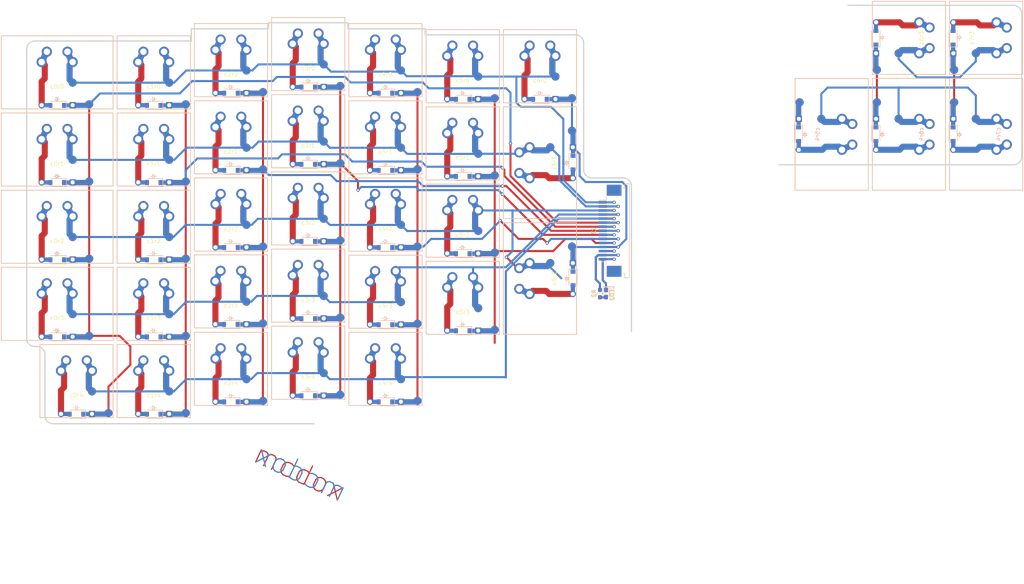
<source format=kicad_pcb>
(kicad_pcb (version 20171130) (host pcbnew 5.1.7-a382d34a8~87~ubuntu18.04.1)
  (layers (0 F.Cu signal) (31 B.Cu signal) (34 B.Paste user hide) (35 F.Paste user hide) (36 B.SilkS user hide) (37 F.SilkS user) (38 B.Mask user hide) (39 F.Mask user hide) (44 Edge.Cuts user))
  (net 0 "")
  (net 1 col0)
  (net 2 row0)
  (net 3 row1)
  (net 4 row2)
  (net 5 row3)
  (net 6 row4)
  (net 7 col1)
  (net 8 col2)
  (net 9 col3)
  (net 10 col4)
  (net 11 col5)
  (net 12 col6)
  (net 13 col7)
  (net 14 GND)
  (net 15 +3V3)
  (net 16 "Net-(LED1-Pad2)")
  (net 17 "Net-(LED2-Pad2)")
  (module hand:reversibleMX_15u (layer B.Cu) (at 272.5 54.25 90)
    (fp_text reference c7r4 (at 0 3.048 -90) (layer B.SilkS) (effects (justify mirror)))
    (fp_text value switchDiode hide)
    (fp_line (start -3.8 -8.1) (end -1.778 -8.1) (layer F.Cu) (width 1))
    (fp_line (start -3.175 -1.651) (end -3.81 -2.286) (layer B.Cu) (width 1.5))
    (fp_line (start -2.54 5.08) (end -3.81 2.54) (layer B.Cu) (width 1.5))
    (fp_line (start -3.8 -8.1) (end -1.778 -8.1) (layer B.Cu) (width 1))
    (fp_line (start -3.048 1.778) (end -3.048 -1.524) (layer B.Cu) (width 1.5))
    (fp_line (start -2.54 5.08) (end -3.81 2.54) (layer F.Cu) (width 1.5))
    (fp_line (start -3.8 -8.1) (end -3.81 -2.286) (layer B.Cu) (width 1.5))
    (fp_line (start -3.81 2.54) (end -3.048 1.778) (layer B.Cu) (width 1.5))
    (pad 2 smd rect (at 1.65 -8.128 270) (size 0.9 1.2) (layers B.Cu B.Paste B.Mask) (net 13 col7))
    (pad "" smd rect (at -1.65 -8.128 270) (size 0.9 1.2) (layers B.Cu B.Paste B.Mask))
    (pad "" smd rect (at -1.65 -8.128 270) (size 0.9 1.2) (layers F.Cu F.Paste F.Mask))
    (pad 2 smd rect (at 1.65 -8.128 270) (size 0.9 1.2) (layers F.Cu F.Paste F.Mask) (net 13 col7))
    (pad 1 smd roundrect (at 3.048 3.81 153.4) (size 2.5 1.5) (layers F.Cu) (net 6 row4))
    (pad "" np_thru_hole circle (at 0 0 90) (size 4 4) (drill 4) (layers *.Cu *.Mask))
    (pad 2 thru_hole rect (at 3.81 -8.082 90) (size 1.5 1.5) (drill 1) (layers *.Cu *.Mask) (net 13 col7))
    (pad 1 smd roundrect (at 3.048 0) (size 4.5 1.5) (layers F.Cu) (net 6 row4))
    (pad 2 smd roundrect (at 5.842 -8.128 90) (size 4 1.25) (layers B.Cu) (net 13 col7))
    (pad 1 thru_hole circle (at 3.81 2.54 90) (size 2.5 2.5) (drill 1.6) (layers *.Cu *.Mask) (net 6 row4))
    (pad "" np_thru_hole circle (at -5.08 0 90) (size 1.75 1.75) (drill 1.75) (layers *.Cu *.Mask))
    (pad 2 smd circle (at 7.874 -7.874 90) (size 2 2) (layers B.Cu B.Mask) (net 13 col7))
    (pad 1 smd roundrect (at 3.302 2.032 135) (size 1.5 1.5) (layers B.Cu) (net 6 row4))
    (pad 1 smd circle (at 3.81 -2.54 90) (size 2 2) (layers F.Cu F.Mask) (net 6 row4))
    (pad "" thru_hole circle (at -3.81 2.54 90) (size 2.5 2.5) (drill 1.6) (layers *.Cu *.Mask))
    (pad 1 smd circle (at 3.81 -2.54 90) (size 2 2) (layers B.Cu B.Mask) (net 6 row4))
    (pad 2 smd circle (at 7.874 -7.874 90) (size 2 2) (layers F.Cu F.Mask) (net 13 col7))
    (pad 1 thru_hole circle (at 2.54 5.08 90) (size 2.5 2.5) (drill 1.6) (layers *.Cu *.Mask) (net 6 row4))
    (pad 2 smd roundrect (at 2.286 -8.128 90) (size 2 1) (layers F.Cu) (net 13 col7))
    (pad "" thru_hole circle (at -2.54 5.08 90) (size 2.5 2.5) (drill 1.6) (layers *.Cu *.Mask))
    (pad 1 smd roundrect (at 3.302 -2.032 135) (size 1.5 1.5) (layers F.Cu) (net 6 row4))
    (pad 1 smd roundrect (at 3.048 0) (size 4.5 1.5) (layers B.Cu) (net 6 row4))
    (pad "" thru_hole circle (at -3.81 -8.082 90) (size 1.5 1.5) (drill 1) (layers *.Cu *.Mask))
    (pad 1 smd roundrect (at 3.048 3.81 153.4) (size 2.5 1.5) (layers B.Cu) (net 6 row4))
    (pad "" np_thru_hole circle (at 5.08 0 90) (size 1.75 1.75) (drill 1.75) (layers *.Cu *.Mask))
    (pad 1 smd roundrect (at 3.302 2.032 135) (size 1.5 1.5) (layers F.Cu) (net 6 row4))
    (pad 2 smd roundrect (at 2.286 -8.128 90) (size 2 1) (layers B.Cu) (net 13 col7))
    (pad 1 smd roundrect (at 3.302 -2.032 135) (size 1.5 1.5) (layers B.Cu) (net 6 row4))
    (pad 2 smd roundrect (at 5.842 -8.128 90) (size 4 1.25) (layers F.Cu) (net 13 col7))
  )
  (module hand:reversibleMX_15u (layer B.Cu) (at 253.5 54.25 90)
    (fp_text reference c6r4 (at 0 3.048 -90) (layer B.SilkS) (effects (justify mirror)))
    (fp_text value switchDiode hide)
    (fp_line (start -3.8 -8.1) (end -1.778 -8.1) (layer F.Cu) (width 1))
    (fp_line (start -3.175 -1.651) (end -3.81 -2.286) (layer B.Cu) (width 1.5))
    (fp_line (start -2.54 5.08) (end -3.81 2.54) (layer B.Cu) (width 1.5))
    (fp_line (start -3.8 -8.1) (end -1.778 -8.1) (layer B.Cu) (width 1))
    (fp_line (start -3.048 1.778) (end -3.048 -1.524) (layer B.Cu) (width 1.5))
    (fp_line (start -2.54 5.08) (end -3.81 2.54) (layer F.Cu) (width 1.5))
    (fp_line (start -3.8 -8.1) (end -3.81 -2.286) (layer B.Cu) (width 1.5))
    (fp_line (start -3.81 2.54) (end -3.048 1.778) (layer B.Cu) (width 1.5))
    (pad 2 smd rect (at 1.65 -8.128 270) (size 0.9 1.2) (layers B.Cu B.Paste B.Mask) (net 12 col6))
    (pad "" smd rect (at -1.65 -8.128 270) (size 0.9 1.2) (layers B.Cu B.Paste B.Mask))
    (pad "" smd rect (at -1.65 -8.128 270) (size 0.9 1.2) (layers F.Cu F.Paste F.Mask))
    (pad 2 smd rect (at 1.65 -8.128 270) (size 0.9 1.2) (layers F.Cu F.Paste F.Mask) (net 12 col6))
    (pad 1 smd roundrect (at 3.048 3.81 153.4) (size 2.5 1.5) (layers F.Cu) (net 6 row4))
    (pad "" np_thru_hole circle (at 0 0 90) (size 4 4) (drill 4) (layers *.Cu *.Mask))
    (pad 2 thru_hole rect (at 3.81 -8.082 90) (size 1.5 1.5) (drill 1) (layers *.Cu *.Mask) (net 12 col6))
    (pad 1 smd roundrect (at 3.048 0) (size 4.5 1.5) (layers F.Cu) (net 6 row4))
    (pad 2 smd roundrect (at 5.842 -8.128 90) (size 4 1.25) (layers B.Cu) (net 12 col6))
    (pad 1 thru_hole circle (at 3.81 2.54 90) (size 2.5 2.5) (drill 1.6) (layers *.Cu *.Mask) (net 6 row4))
    (pad "" np_thru_hole circle (at -5.08 0 90) (size 1.75 1.75) (drill 1.75) (layers *.Cu *.Mask))
    (pad 2 smd circle (at 7.874 -7.874 90) (size 2 2) (layers B.Cu B.Mask) (net 12 col6))
    (pad 1 smd roundrect (at 3.302 2.032 135) (size 1.5 1.5) (layers B.Cu) (net 6 row4))
    (pad 1 smd circle (at 3.81 -2.54 90) (size 2 2) (layers F.Cu F.Mask) (net 6 row4))
    (pad "" thru_hole circle (at -3.81 2.54 90) (size 2.5 2.5) (drill 1.6) (layers *.Cu *.Mask))
    (pad 1 smd circle (at 3.81 -2.54 90) (size 2 2) (layers B.Cu B.Mask) (net 6 row4))
    (pad 2 smd circle (at 7.874 -7.874 90) (size 2 2) (layers F.Cu F.Mask) (net 12 col6))
    (pad 1 thru_hole circle (at 2.54 5.08 90) (size 2.5 2.5) (drill 1.6) (layers *.Cu *.Mask) (net 6 row4))
    (pad 2 smd roundrect (at 2.286 -8.128 90) (size 2 1) (layers F.Cu) (net 12 col6))
    (pad "" thru_hole circle (at -2.54 5.08 90) (size 2.5 2.5) (drill 1.6) (layers *.Cu *.Mask))
    (pad 1 smd roundrect (at 3.302 -2.032 135) (size 1.5 1.5) (layers F.Cu) (net 6 row4))
    (pad 1 smd roundrect (at 3.048 0) (size 4.5 1.5) (layers B.Cu) (net 6 row4))
    (pad "" thru_hole circle (at -3.81 -8.082 90) (size 1.5 1.5) (drill 1) (layers *.Cu *.Mask))
    (pad 1 smd roundrect (at 3.048 3.81 153.4) (size 2.5 1.5) (layers B.Cu) (net 6 row4))
    (pad "" np_thru_hole circle (at 5.08 0 90) (size 1.75 1.75) (drill 1.75) (layers *.Cu *.Mask))
    (pad 1 smd roundrect (at 3.302 2.032 135) (size 1.5 1.5) (layers F.Cu) (net 6 row4))
    (pad 2 smd roundrect (at 2.286 -8.128 90) (size 2 1) (layers B.Cu) (net 12 col6))
    (pad 1 smd roundrect (at 3.302 -2.032 135) (size 1.5 1.5) (layers B.Cu) (net 6 row4))
    (pad 2 smd roundrect (at 5.842 -8.128 90) (size 4 1.25) (layers F.Cu) (net 12 col6))
  )
  (module hand:reversibleMX_10u (layer F.Cu) (at 253.5 30.5 270)
    (fp_text reference c6r3 (at 0 -3.048 90) (layer F.SilkS))
    (fp_text value switchDiode hide)
    (fp_line (start -3.175 1.651) (end -3.81 2.286) (layer F.Cu) (width 1.5))
    (fp_line (start -3.048 -1.778) (end -3.048 1.524) (layer F.Cu) (width 1.5))
    (fp_line (start -3.81 -2.54) (end -3.048 -1.778) (layer F.Cu) (width 1.5))
    (fp_line (start -3.8 8.1) (end -3.81 2.286) (layer F.Cu) (width 1.5))
    (fp_line (start -3.8 8.1) (end -1.778 8.1) (layer F.Cu) (width 1))
    (fp_line (start -3.8 8.1) (end -1.778 8.1) (layer B.Cu) (width 1))
    (fp_line (start -2.54 -5.08) (end -3.81 -2.54) (layer F.Cu) (width 1.5))
    (fp_line (start -2.54 -5.08) (end -3.81 -2.54) (layer B.Cu) (width 1.5))
    (pad 2 smd rect (at 1.65 8.128 90) (size 0.9 1.2) (layers B.Cu B.Paste B.Mask) (net 12 col6))
    (pad "" smd rect (at -1.65 8.128 90) (size 0.9 1.2) (layers B.Cu B.Paste B.Mask))
    (pad 2 smd rect (at 1.65 8.128 90) (size 0.9 1.2) (layers F.Cu F.Paste F.Mask) (net 12 col6))
    (pad "" smd rect (at -1.65 8.128 90) (size 0.9 1.2) (layers F.Cu F.Paste F.Mask))
    (pad 2 smd roundrect (at 2.286 8.128 270) (size 2 1) (layers F.Cu) (net 12 col6))
    (pad 2 smd roundrect (at 2.286 8.128 270) (size 2 1) (layers B.Cu) (net 12 col6))
    (pad 1 smd roundrect (at 3.048 0) (size 4.5 1.5) (layers F.Cu) (net 5 row3))
    (pad 1 smd roundrect (at 3.048 0) (size 4.5 1.5) (layers B.Cu) (net 5 row3))
    (pad 1 smd roundrect (at 3.302 -2.032 225) (size 1.5 1.5) (layers F.Cu) (net 5 row3))
    (pad 1 smd roundrect (at 3.048 -3.81 206.6) (size 2.5 1.5) (layers F.Cu) (net 5 row3))
    (pad 2 smd roundrect (at 5.842 8.128 270) (size 4 1.25) (layers F.Cu) (net 12 col6))
    (pad 2 smd roundrect (at 5.842 8.128 270) (size 4 1.25) (layers B.Cu) (net 12 col6))
    (pad 1 smd roundrect (at 3.048 -3.81 206.6) (size 2.5 1.5) (layers B.Cu) (net 5 row3))
    (pad 1 smd roundrect (at 3.302 -2.032 225) (size 1.5 1.5) (layers B.Cu) (net 5 row3))
    (pad 1 smd roundrect (at 3.302 2.032 225) (size 1.5 1.5) (layers B.Cu) (net 5 row3))
    (pad 1 smd roundrect (at 3.302 2.032 225) (size 1.5 1.5) (layers F.Cu) (net 5 row3))
    (pad 2 smd circle (at 7.874 7.874 270) (size 2 2) (layers F.Cu F.Mask) (net 12 col6))
    (pad 1 smd circle (at 3.81 2.54 270) (size 2 2) (layers B.Cu B.Mask) (net 5 row3))
    (pad 1 smd circle (at 3.81 2.54 270) (size 2 2) (layers F.Cu F.Mask) (net 5 row3))
    (pad 2 smd circle (at 7.874 7.874 270) (size 2 2) (layers B.Cu B.Mask) (net 12 col6))
    (pad 1 thru_hole circle (at 2.54 -5.08 270) (size 2.5 2.5) (drill 1.6) (layers *.Cu *.Mask) (net 5 row3))
    (pad "" thru_hole circle (at -2.54 -5.08 270) (size 2.5 2.5) (drill 1.6) (layers *.Cu *.Mask))
    (pad "" thru_hole circle (at -3.81 -2.54 270) (size 2.5 2.5) (drill 1.6) (layers *.Cu *.Mask))
    (pad 1 thru_hole circle (at 3.81 -2.54 270) (size 2.5 2.5) (drill 1.6) (layers *.Cu *.Mask) (net 5 row3))
    (pad "" thru_hole circle (at -3.81 8.082 270) (size 1.5 1.5) (drill 1) (layers *.Cu *.Mask))
    (pad 2 thru_hole rect (at 3.81 8.082 270) (size 1.5 1.5) (drill 1) (layers *.Cu *.Mask) (net 12 col6))
    (pad "" np_thru_hole circle (at -5.08 0 270) (size 1.75 1.75) (drill 1.75) (layers *.Cu *.Mask))
    (pad "" np_thru_hole circle (at 5.08 0 270) (size 1.75 1.75) (drill 1.75) (layers *.Cu *.Mask))
    (pad "" np_thru_hole circle (at 0 0 270) (size 4 4) (drill 4) (layers *.Cu *.Mask))
  )
  (module hand:reversibleMX_15u (layer B.Cu) (at 234.5 54.25 90)
    (fp_text reference c5r4 (at 0 -3.5 -90) (layer B.SilkS) (effects (justify mirror)))
    (fp_text value switchDiode hide)
    (fp_line (start -3.81 2.54) (end -3.048 1.778) (layer B.Cu) (width 1.5))
    (fp_line (start -3.8 -8.1) (end -3.81 -2.286) (layer B.Cu) (width 1.5))
    (fp_line (start -2.54 5.08) (end -3.81 2.54) (layer F.Cu) (width 1.5))
    (fp_line (start -3.048 1.778) (end -3.048 -1.524) (layer B.Cu) (width 1.5))
    (fp_line (start -3.8 -8.1) (end -1.778 -8.1) (layer B.Cu) (width 1))
    (fp_line (start -2.54 5.08) (end -3.81 2.54) (layer B.Cu) (width 1.5))
    (fp_line (start -3.175 -1.651) (end -3.81 -2.286) (layer B.Cu) (width 1.5))
    (fp_line (start -3.8 -8.1) (end -1.778 -8.1) (layer F.Cu) (width 1))
    (pad 2 smd rect (at 1.65 -8.128 270) (size 0.9 1.2) (layers B.Cu B.Paste B.Mask) (net 11 col5))
    (pad "" smd rect (at -1.65 -8.128 270) (size 0.9 1.2) (layers B.Cu B.Paste B.Mask))
    (pad "" smd rect (at -1.65 -8.128 270) (size 0.9 1.2) (layers F.Cu F.Paste F.Mask))
    (pad 2 smd rect (at 1.65 -8.128 270) (size 0.9 1.2) (layers F.Cu F.Paste F.Mask) (net 11 col5))
    (pad 1 smd roundrect (at 3.048 3.81 153.4) (size 2.5 1.5) (layers F.Cu) (net 6 row4))
    (pad "" np_thru_hole circle (at 0 0 90) (size 4 4) (drill 4) (layers *.Cu *.Mask))
    (pad 2 thru_hole rect (at 3.81 -8.082 90) (size 1.5 1.5) (drill 1) (layers *.Cu *.Mask) (net 11 col5))
    (pad 1 smd roundrect (at 3.048 0) (size 4.5 1.5) (layers F.Cu) (net 6 row4))
    (pad 2 smd roundrect (at 5.842 -8.128 90) (size 4 1.25) (layers B.Cu) (net 11 col5))
    (pad 1 thru_hole circle (at 3.81 2.54 90) (size 2.5 2.5) (drill 1.6) (layers *.Cu *.Mask) (net 6 row4))
    (pad "" np_thru_hole circle (at -5.08 0 90) (size 1.75 1.75) (drill 1.75) (layers *.Cu *.Mask))
    (pad 2 smd circle (at 7.874 -7.874 90) (size 2 2) (layers B.Cu B.Mask) (net 11 col5))
    (pad 1 smd roundrect (at 3.302 2.032 135) (size 1.5 1.5) (layers B.Cu) (net 6 row4))
    (pad 1 smd circle (at 3.81 -2.54 90) (size 2 2) (layers F.Cu F.Mask) (net 6 row4))
    (pad "" thru_hole circle (at -3.81 2.54 90) (size 2.5 2.5) (drill 1.6) (layers *.Cu *.Mask))
    (pad 1 smd circle (at 3.81 -2.54 90) (size 2 2) (layers B.Cu B.Mask) (net 6 row4))
    (pad 2 smd circle (at 7.874 -7.874 90) (size 2 2) (layers F.Cu F.Mask) (net 11 col5))
    (pad 1 thru_hole circle (at 2.54 5.08 90) (size 2.5 2.5) (drill 1.6) (layers *.Cu *.Mask) (net 6 row4))
    (pad 2 smd roundrect (at 2.286 -8.128 90) (size 2 1) (layers F.Cu) (net 11 col5))
    (pad "" thru_hole circle (at -2.54 5.08 90) (size 2.5 2.5) (drill 1.6) (layers *.Cu *.Mask))
    (pad 1 smd roundrect (at 3.302 -2.032 135) (size 1.5 1.5) (layers F.Cu) (net 6 row4))
    (pad 1 smd roundrect (at 3.048 0) (size 4.5 1.5) (layers B.Cu) (net 6 row4))
    (pad "" thru_hole circle (at -3.81 -8.082 90) (size 1.5 1.5) (drill 1) (layers *.Cu *.Mask))
    (pad 1 smd roundrect (at 3.048 3.81 153.4) (size 2.5 1.5) (layers B.Cu) (net 6 row4))
    (pad "" np_thru_hole circle (at 5.08 0 90) (size 1.75 1.75) (drill 1.75) (layers *.Cu *.Mask))
    (pad 1 smd roundrect (at 3.302 2.032 135) (size 1.5 1.5) (layers F.Cu) (net 6 row4))
    (pad 2 smd roundrect (at 2.286 -8.128 90) (size 2 1) (layers B.Cu) (net 11 col5))
    (pad 1 smd roundrect (at 3.302 -2.032 135) (size 1.5 1.5) (layers B.Cu) (net 6 row4))
    (pad 2 smd roundrect (at 5.842 -8.128 90) (size 4 1.25) (layers F.Cu) (net 11 col5))
  )
  (module hand:reversibleMX_15u (layer F.Cu) (at 162.75 89.75 90)
    (fp_text reference c6r2 (at 0 3.5 90) (layer F.SilkS))
    (fp_text value switchDiode hide)
    (fp_line (start -3.81 -2.54) (end -3.048 -1.778) (layer F.Cu) (width 1.5))
    (fp_line (start -3.8 8.1) (end -3.81 2.286) (layer F.Cu) (width 1.5))
    (fp_line (start -2.54 -5.08) (end -3.81 -2.54) (layer B.Cu) (width 1.5))
    (fp_line (start -3.048 -1.778) (end -3.048 1.524) (layer F.Cu) (width 1.5))
    (fp_line (start -3.8 8.1) (end -1.778 8.1) (layer F.Cu) (width 1))
    (fp_line (start -2.54 -5.08) (end -3.81 -2.54) (layer F.Cu) (width 1.5))
    (fp_line (start -3.175 1.651) (end -3.81 2.286) (layer F.Cu) (width 1.5))
    (fp_line (start -3.8 8.1) (end -1.778 8.1) (layer B.Cu) (width 1))
    (pad 2 smd rect (at 1.65 8.128 270) (size 0.9 1.2) (layers F.Cu F.Paste F.Mask) (net 12 col6))
    (pad "" smd rect (at -1.65 8.128 270) (size 0.9 1.2) (layers F.Cu F.Paste F.Mask))
    (pad "" smd rect (at -1.65 8.128 270) (size 0.9 1.2) (layers B.Cu B.Paste B.Mask))
    (pad 2 smd rect (at 1.65 8.128 270) (size 0.9 1.2) (layers B.Cu B.Paste B.Mask) (net 12 col6))
    (pad 1 smd roundrect (at 3.048 -3.81 26.6) (size 2.5 1.5) (layers B.Cu) (net 4 row2))
    (pad "" np_thru_hole circle (at 0 0 90) (size 4 4) (drill 4) (layers *.Cu *.Mask))
    (pad 2 thru_hole rect (at 3.81 8.082 90) (size 1.5 1.5) (drill 1) (layers *.Cu *.Mask) (net 12 col6))
    (pad 1 smd roundrect (at 3.048 0 180) (size 4.5 1.5) (layers B.Cu) (net 4 row2))
    (pad 2 smd roundrect (at 5.842 8.128 90) (size 4 1.25) (layers F.Cu) (net 12 col6))
    (pad 1 thru_hole circle (at 3.81 -2.54 90) (size 2.5 2.5) (drill 1.6) (layers *.Cu *.Mask) (net 4 row2))
    (pad "" np_thru_hole circle (at -5.08 0 90) (size 1.75 1.75) (drill 1.75) (layers *.Cu *.Mask))
    (pad 2 smd circle (at 7.874 7.874 90) (size 2 2) (layers F.Cu F.Mask) (net 12 col6))
    (pad 1 smd roundrect (at 3.302 -2.032 45) (size 1.5 1.5) (layers F.Cu) (net 4 row2))
    (pad 1 smd circle (at 3.81 2.54 90) (size 2 2) (layers B.Cu B.Mask) (net 4 row2))
    (pad "" thru_hole circle (at -3.81 -2.54 90) (size 2.5 2.5) (drill 1.6) (layers *.Cu *.Mask))
    (pad 1 smd circle (at 3.81 2.54 90) (size 2 2) (layers F.Cu F.Mask) (net 4 row2))
    (pad 2 smd circle (at 7.874 7.874 90) (size 2 2) (layers B.Cu B.Mask) (net 12 col6))
    (pad 1 thru_hole circle (at 2.54 -5.08 90) (size 2.5 2.5) (drill 1.6) (layers *.Cu *.Mask) (net 4 row2))
    (pad 2 smd roundrect (at 2.286 8.128 90) (size 2 1) (layers B.Cu) (net 12 col6))
    (pad "" thru_hole circle (at -2.54 -5.08 90) (size 2.5 2.5) (drill 1.6) (layers *.Cu *.Mask))
    (pad 1 smd roundrect (at 3.302 2.032 45) (size 1.5 1.5) (layers B.Cu) (net 4 row2))
    (pad 1 smd roundrect (at 3.048 0 180) (size 4.5 1.5) (layers F.Cu) (net 4 row2))
    (pad "" thru_hole circle (at -3.81 8.082 90) (size 1.5 1.5) (drill 1) (layers *.Cu *.Mask))
    (pad 1 smd roundrect (at 3.048 -3.81 26.6) (size 2.5 1.5) (layers F.Cu) (net 4 row2))
    (pad "" np_thru_hole circle (at 5.08 0 90) (size 1.75 1.75) (drill 1.75) (layers *.Cu *.Mask))
    (pad 1 smd roundrect (at 3.302 -2.032 45) (size 1.5 1.5) (layers B.Cu) (net 4 row2))
    (pad 2 smd roundrect (at 2.286 8.128 90) (size 2 1) (layers F.Cu) (net 12 col6))
    (pad 1 smd roundrect (at 3.302 2.032 45) (size 1.5 1.5) (layers F.Cu) (net 4 row2))
    (pad 2 smd roundrect (at 5.842 8.128 90) (size 4 1.25) (layers B.Cu) (net 12 col6))
  )
  (module hand:reversibleMX_15u (layer F.Cu) (at 162.75 61.25 90)
    (fp_text reference c6r1 (at 0 3.5 90) (layer F.SilkS))
    (fp_text value switchDiode hide)
    (fp_line (start -3.81 -2.54) (end -3.048 -1.778) (layer F.Cu) (width 1.5))
    (fp_line (start -3.8 8.1) (end -3.81 2.286) (layer F.Cu) (width 1.5))
    (fp_line (start -2.54 -5.08) (end -3.81 -2.54) (layer B.Cu) (width 1.5))
    (fp_line (start -3.048 -1.778) (end -3.048 1.524) (layer F.Cu) (width 1.5))
    (fp_line (start -3.8 8.1) (end -1.778 8.1) (layer F.Cu) (width 1))
    (fp_line (start -2.54 -5.08) (end -3.81 -2.54) (layer F.Cu) (width 1.5))
    (fp_line (start -3.175 1.651) (end -3.81 2.286) (layer F.Cu) (width 1.5))
    (fp_line (start -3.8 8.1) (end -1.778 8.1) (layer B.Cu) (width 1))
    (pad 2 smd rect (at 1.65 8.128 270) (size 0.9 1.2) (layers F.Cu F.Paste F.Mask) (net 12 col6))
    (pad "" smd rect (at -1.65 8.128 270) (size 0.9 1.2) (layers F.Cu F.Paste F.Mask))
    (pad "" smd rect (at -1.65 8.128 270) (size 0.9 1.2) (layers B.Cu B.Paste B.Mask))
    (pad 2 smd rect (at 1.65 8.128 270) (size 0.9 1.2) (layers B.Cu B.Paste B.Mask) (net 12 col6))
    (pad 1 smd roundrect (at 3.048 -3.81 26.6) (size 2.5 1.5) (layers B.Cu) (net 3 row1))
    (pad "" np_thru_hole circle (at 0 0 90) (size 4 4) (drill 4) (layers *.Cu *.Mask))
    (pad 2 thru_hole rect (at 3.81 8.082 90) (size 1.5 1.5) (drill 1) (layers *.Cu *.Mask) (net 12 col6))
    (pad 1 smd roundrect (at 3.048 0 180) (size 4.5 1.5) (layers B.Cu) (net 3 row1))
    (pad 2 smd roundrect (at 5.842 8.128 90) (size 4 1.25) (layers F.Cu) (net 12 col6))
    (pad 1 thru_hole circle (at 3.81 -2.54 90) (size 2.5 2.5) (drill 1.6) (layers *.Cu *.Mask) (net 3 row1))
    (pad "" np_thru_hole circle (at -5.08 0 90) (size 1.75 1.75) (drill 1.75) (layers *.Cu *.Mask))
    (pad 2 smd circle (at 7.874 7.874 90) (size 2 2) (layers F.Cu F.Mask) (net 12 col6))
    (pad 1 smd roundrect (at 3.302 -2.032 45) (size 1.5 1.5) (layers F.Cu) (net 3 row1))
    (pad 1 smd circle (at 3.81 2.54 90) (size 2 2) (layers B.Cu B.Mask) (net 3 row1))
    (pad "" thru_hole circle (at -3.81 -2.54 90) (size 2.5 2.5) (drill 1.6) (layers *.Cu *.Mask))
    (pad 1 smd circle (at 3.81 2.54 90) (size 2 2) (layers F.Cu F.Mask) (net 3 row1))
    (pad 2 smd circle (at 7.874 7.874 90) (size 2 2) (layers B.Cu B.Mask) (net 12 col6))
    (pad 1 thru_hole circle (at 2.54 -5.08 90) (size 2.5 2.5) (drill 1.6) (layers *.Cu *.Mask) (net 3 row1))
    (pad 2 smd roundrect (at 2.286 8.128 90) (size 2 1) (layers B.Cu) (net 12 col6))
    (pad "" thru_hole circle (at -2.54 -5.08 90) (size 2.5 2.5) (drill 1.6) (layers *.Cu *.Mask))
    (pad 1 smd roundrect (at 3.302 2.032 45) (size 1.5 1.5) (layers B.Cu) (net 3 row1))
    (pad 1 smd roundrect (at 3.048 0 180) (size 4.5 1.5) (layers F.Cu) (net 3 row1))
    (pad "" thru_hole circle (at -3.81 8.082 90) (size 1.5 1.5) (drill 1) (layers *.Cu *.Mask))
    (pad 1 smd roundrect (at 3.048 -3.81 26.6) (size 2.5 1.5) (layers F.Cu) (net 3 row1))
    (pad "" np_thru_hole circle (at 5.08 0 90) (size 1.75 1.75) (drill 1.75) (layers *.Cu *.Mask))
    (pad 1 smd roundrect (at 3.302 -2.032 45) (size 1.5 1.5) (layers B.Cu) (net 3 row1))
    (pad 2 smd roundrect (at 2.286 8.128 90) (size 2 1) (layers F.Cu) (net 12 col6))
    (pad 1 smd roundrect (at 3.302 2.032 45) (size 1.5 1.5) (layers F.Cu) (net 3 row1))
    (pad 2 smd roundrect (at 5.842 8.128 90) (size 4 1.25) (layers B.Cu) (net 12 col6))
  )
  (module hand:reversibleMX_15u (layer F.Cu) (at 44 96)
    (fp_text reference c0r3 (at 0 3.5) (layer F.SilkS))
    (fp_text value switchDiode hide)
    (fp_line (start -3.81 -2.54) (end -3.048 -1.778) (layer F.Cu) (width 1.5))
    (fp_line (start -3.8 8.1) (end -3.81 2.286) (layer F.Cu) (width 1.5))
    (fp_line (start -2.54 -5.08) (end -3.81 -2.54) (layer B.Cu) (width 1.5))
    (fp_line (start -3.048 -1.778) (end -3.048 1.524) (layer F.Cu) (width 1.5))
    (fp_line (start -3.8 8.1) (end -1.778 8.1) (layer F.Cu) (width 1))
    (fp_line (start -2.54 -5.08) (end -3.81 -2.54) (layer F.Cu) (width 1.5))
    (fp_line (start -3.175 1.651) (end -3.81 2.286) (layer F.Cu) (width 1.5))
    (fp_line (start -3.8 8.1) (end -1.778 8.1) (layer B.Cu) (width 1))
    (pad 2 smd rect (at 1.65 8.128 180) (size 0.9 1.2) (layers F.Cu F.Paste F.Mask) (net 1 col0))
    (pad "" smd rect (at -1.65 8.128 180) (size 0.9 1.2) (layers F.Cu F.Paste F.Mask))
    (pad "" smd rect (at -1.65 8.128 180) (size 0.9 1.2) (layers B.Cu B.Paste B.Mask))
    (pad 2 smd rect (at 1.65 8.128 180) (size 0.9 1.2) (layers B.Cu B.Paste B.Mask) (net 1 col0))
    (pad 1 smd roundrect (at 3.048 -3.81 296.6) (size 2.5 1.5) (layers B.Cu) (net 5 row3))
    (pad "" np_thru_hole circle (at 0 0) (size 4 4) (drill 4) (layers *.Cu *.Mask))
    (pad 2 thru_hole rect (at 3.81 8.082) (size 1.5 1.5) (drill 1) (layers *.Cu *.Mask) (net 1 col0))
    (pad 1 smd roundrect (at 3.048 0 90) (size 4.5 1.5) (layers B.Cu) (net 5 row3))
    (pad 2 smd roundrect (at 5.842 8.128) (size 4 1.25) (layers F.Cu) (net 1 col0))
    (pad 1 thru_hole circle (at 3.81 -2.54) (size 2.5 2.5) (drill 1.6) (layers *.Cu *.Mask) (net 5 row3))
    (pad "" np_thru_hole circle (at -5.08 0) (size 1.75 1.75) (drill 1.75) (layers *.Cu *.Mask))
    (pad 2 smd circle (at 7.874 7.874) (size 2 2) (layers F.Cu F.Mask) (net 1 col0))
    (pad 1 smd roundrect (at 3.302 -2.032 315) (size 1.5 1.5) (layers F.Cu) (net 5 row3))
    (pad 1 smd circle (at 3.81 2.54) (size 2 2) (layers B.Cu B.Mask) (net 5 row3))
    (pad "" thru_hole circle (at -3.81 -2.54) (size 2.5 2.5) (drill 1.6) (layers *.Cu *.Mask))
    (pad 1 smd circle (at 3.81 2.54) (size 2 2) (layers F.Cu F.Mask) (net 5 row3))
    (pad 2 smd circle (at 7.874 7.874) (size 2 2) (layers B.Cu B.Mask) (net 1 col0))
    (pad 1 thru_hole circle (at 2.54 -5.08) (size 2.5 2.5) (drill 1.6) (layers *.Cu *.Mask) (net 5 row3))
    (pad 2 smd roundrect (at 2.286 8.128) (size 2 1) (layers B.Cu) (net 1 col0))
    (pad "" thru_hole circle (at -2.54 -5.08) (size 2.5 2.5) (drill 1.6) (layers *.Cu *.Mask))
    (pad 1 smd roundrect (at 3.302 2.032 315) (size 1.5 1.5) (layers B.Cu) (net 5 row3))
    (pad 1 smd roundrect (at 3.048 0 90) (size 4.5 1.5) (layers F.Cu) (net 5 row3))
    (pad "" thru_hole circle (at -3.81 8.082) (size 1.5 1.5) (drill 1) (layers *.Cu *.Mask))
    (pad 1 smd roundrect (at 3.048 -3.81 296.6) (size 2.5 1.5) (layers F.Cu) (net 5 row3))
    (pad "" np_thru_hole circle (at 5.08 0) (size 1.75 1.75) (drill 1.75) (layers *.Cu *.Mask))
    (pad 1 smd roundrect (at 3.302 -2.032 315) (size 1.5 1.5) (layers B.Cu) (net 5 row3))
    (pad 2 smd roundrect (at 2.286 8.128) (size 2 1) (layers F.Cu) (net 1 col0))
    (pad 1 smd roundrect (at 3.302 2.032 315) (size 1.5 1.5) (layers F.Cu) (net 5 row3))
    (pad 2 smd roundrect (at 5.842 8.128) (size 4 1.25) (layers B.Cu) (net 1 col0))
  )
  (module hand:reversibleMX_15u (layer F.Cu) (at 44 77)
    (fp_text reference c0r2 (at 0 3.5) (layer F.SilkS))
    (fp_text value switchDiode hide)
    (fp_line (start -3.81 -2.54) (end -3.048 -1.778) (layer F.Cu) (width 1.5))
    (fp_line (start -3.8 8.1) (end -3.81 2.286) (layer F.Cu) (width 1.5))
    (fp_line (start -2.54 -5.08) (end -3.81 -2.54) (layer B.Cu) (width 1.5))
    (fp_line (start -3.048 -1.778) (end -3.048 1.524) (layer F.Cu) (width 1.5))
    (fp_line (start -3.8 8.1) (end -1.778 8.1) (layer F.Cu) (width 1))
    (fp_line (start -2.54 -5.08) (end -3.81 -2.54) (layer F.Cu) (width 1.5))
    (fp_line (start -3.175 1.651) (end -3.81 2.286) (layer F.Cu) (width 1.5))
    (fp_line (start -3.8 8.1) (end -1.778 8.1) (layer B.Cu) (width 1))
    (pad 2 smd rect (at 1.65 8.128 180) (size 0.9 1.2) (layers F.Cu F.Paste F.Mask) (net 1 col0))
    (pad "" smd rect (at -1.65 8.128 180) (size 0.9 1.2) (layers F.Cu F.Paste F.Mask))
    (pad "" smd rect (at -1.65 8.128 180) (size 0.9 1.2) (layers B.Cu B.Paste B.Mask))
    (pad 2 smd rect (at 1.65 8.128 180) (size 0.9 1.2) (layers B.Cu B.Paste B.Mask) (net 1 col0))
    (pad 1 smd roundrect (at 3.048 -3.81 296.6) (size 2.5 1.5) (layers B.Cu) (net 4 row2))
    (pad "" np_thru_hole circle (at 0 0) (size 4 4) (drill 4) (layers *.Cu *.Mask))
    (pad 2 thru_hole rect (at 3.81 8.082) (size 1.5 1.5) (drill 1) (layers *.Cu *.Mask) (net 1 col0))
    (pad 1 smd roundrect (at 3.048 0 90) (size 4.5 1.5) (layers B.Cu) (net 4 row2))
    (pad 2 smd roundrect (at 5.842 8.128) (size 4 1.25) (layers F.Cu) (net 1 col0))
    (pad 1 thru_hole circle (at 3.81 -2.54) (size 2.5 2.5) (drill 1.6) (layers *.Cu *.Mask) (net 4 row2))
    (pad "" np_thru_hole circle (at -5.08 0) (size 1.75 1.75) (drill 1.75) (layers *.Cu *.Mask))
    (pad 2 smd circle (at 7.874 7.874) (size 2 2) (layers F.Cu F.Mask) (net 1 col0))
    (pad 1 smd roundrect (at 3.302 -2.032 315) (size 1.5 1.5) (layers F.Cu) (net 4 row2))
    (pad 1 smd circle (at 3.81 2.54) (size 2 2) (layers B.Cu B.Mask) (net 4 row2))
    (pad "" thru_hole circle (at -3.81 -2.54) (size 2.5 2.5) (drill 1.6) (layers *.Cu *.Mask))
    (pad 1 smd circle (at 3.81 2.54) (size 2 2) (layers F.Cu F.Mask) (net 4 row2))
    (pad 2 smd circle (at 7.874 7.874) (size 2 2) (layers B.Cu B.Mask) (net 1 col0))
    (pad 1 thru_hole circle (at 2.54 -5.08) (size 2.5 2.5) (drill 1.6) (layers *.Cu *.Mask) (net 4 row2))
    (pad 2 smd roundrect (at 2.286 8.128) (size 2 1) (layers B.Cu) (net 1 col0))
    (pad "" thru_hole circle (at -2.54 -5.08) (size 2.5 2.5) (drill 1.6) (layers *.Cu *.Mask))
    (pad 1 smd roundrect (at 3.302 2.032 315) (size 1.5 1.5) (layers B.Cu) (net 4 row2))
    (pad 1 smd roundrect (at 3.048 0 90) (size 4.5 1.5) (layers F.Cu) (net 4 row2))
    (pad "" thru_hole circle (at -3.81 8.082) (size 1.5 1.5) (drill 1) (layers *.Cu *.Mask))
    (pad 1 smd roundrect (at 3.048 -3.81 296.6) (size 2.5 1.5) (layers F.Cu) (net 4 row2))
    (pad "" np_thru_hole circle (at 5.08 0) (size 1.75 1.75) (drill 1.75) (layers *.Cu *.Mask))
    (pad 1 smd roundrect (at 3.302 -2.032 315) (size 1.5 1.5) (layers B.Cu) (net 4 row2))
    (pad 2 smd roundrect (at 2.286 8.128) (size 2 1) (layers F.Cu) (net 1 col0))
    (pad 1 smd roundrect (at 3.302 2.032 315) (size 1.5 1.5) (layers F.Cu) (net 4 row2))
    (pad 2 smd roundrect (at 5.842 8.128) (size 4 1.25) (layers B.Cu) (net 1 col0))
  )
  (module hand:reversibleMX_15u (layer F.Cu) (at 44 58)
    (fp_text reference c0r1 (at 0 3.5) (layer F.SilkS))
    (fp_text value switchDiode hide)
    (fp_line (start -3.81 -2.54) (end -3.048 -1.778) (layer F.Cu) (width 1.5))
    (fp_line (start -3.8 8.1) (end -3.81 2.286) (layer F.Cu) (width 1.5))
    (fp_line (start -2.54 -5.08) (end -3.81 -2.54) (layer B.Cu) (width 1.5))
    (fp_line (start -3.048 -1.778) (end -3.048 1.524) (layer F.Cu) (width 1.5))
    (fp_line (start -3.8 8.1) (end -1.778 8.1) (layer F.Cu) (width 1))
    (fp_line (start -2.54 -5.08) (end -3.81 -2.54) (layer F.Cu) (width 1.5))
    (fp_line (start -3.175 1.651) (end -3.81 2.286) (layer F.Cu) (width 1.5))
    (fp_line (start -3.8 8.1) (end -1.778 8.1) (layer B.Cu) (width 1))
    (pad 2 smd rect (at 1.65 8.128 180) (size 0.9 1.2) (layers F.Cu F.Paste F.Mask) (net 1 col0))
    (pad "" smd rect (at -1.65 8.128 180) (size 0.9 1.2) (layers F.Cu F.Paste F.Mask))
    (pad "" smd rect (at -1.65 8.128 180) (size 0.9 1.2) (layers B.Cu B.Paste B.Mask))
    (pad 2 smd rect (at 1.65 8.128 180) (size 0.9 1.2) (layers B.Cu B.Paste B.Mask) (net 1 col0))
    (pad 1 smd roundrect (at 3.048 -3.81 296.6) (size 2.5 1.5) (layers B.Cu) (net 3 row1))
    (pad "" np_thru_hole circle (at 0 0) (size 4 4) (drill 4) (layers *.Cu *.Mask))
    (pad 2 thru_hole rect (at 3.81 8.082) (size 1.5 1.5) (drill 1) (layers *.Cu *.Mask) (net 1 col0))
    (pad 1 smd roundrect (at 3.048 0 90) (size 4.5 1.5) (layers B.Cu) (net 3 row1))
    (pad 2 smd roundrect (at 5.842 8.128) (size 4 1.25) (layers F.Cu) (net 1 col0))
    (pad 1 thru_hole circle (at 3.81 -2.54) (size 2.5 2.5) (drill 1.6) (layers *.Cu *.Mask) (net 3 row1))
    (pad "" np_thru_hole circle (at -5.08 0) (size 1.75 1.75) (drill 1.75) (layers *.Cu *.Mask))
    (pad 2 smd circle (at 7.874 7.874) (size 2 2) (layers F.Cu F.Mask) (net 1 col0))
    (pad 1 smd roundrect (at 3.302 -2.032 315) (size 1.5 1.5) (layers F.Cu) (net 3 row1))
    (pad 1 smd circle (at 3.81 2.54) (size 2 2) (layers B.Cu B.Mask) (net 3 row1))
    (pad "" thru_hole circle (at -3.81 -2.54) (size 2.5 2.5) (drill 1.6) (layers *.Cu *.Mask))
    (pad 1 smd circle (at 3.81 2.54) (size 2 2) (layers F.Cu F.Mask) (net 3 row1))
    (pad 2 smd circle (at 7.874 7.874) (size 2 2) (layers B.Cu B.Mask) (net 1 col0))
    (pad 1 thru_hole circle (at 2.54 -5.08) (size 2.5 2.5) (drill 1.6) (layers *.Cu *.Mask) (net 3 row1))
    (pad 2 smd roundrect (at 2.286 8.128) (size 2 1) (layers B.Cu) (net 1 col0))
    (pad "" thru_hole circle (at -2.54 -5.08) (size 2.5 2.5) (drill 1.6) (layers *.Cu *.Mask))
    (pad 1 smd roundrect (at 3.302 2.032 315) (size 1.5 1.5) (layers B.Cu) (net 3 row1))
    (pad 1 smd roundrect (at 3.048 0 90) (size 4.5 1.5) (layers F.Cu) (net 3 row1))
    (pad "" thru_hole circle (at -3.81 8.082) (size 1.5 1.5) (drill 1) (layers *.Cu *.Mask))
    (pad 1 smd roundrect (at 3.048 -3.81 296.6) (size 2.5 1.5) (layers F.Cu) (net 3 row1))
    (pad "" np_thru_hole circle (at 5.08 0) (size 1.75 1.75) (drill 1.75) (layers *.Cu *.Mask))
    (pad 1 smd roundrect (at 3.302 -2.032 315) (size 1.5 1.5) (layers B.Cu) (net 3 row1))
    (pad 2 smd roundrect (at 2.286 8.128) (size 2 1) (layers F.Cu) (net 1 col0))
    (pad 1 smd roundrect (at 3.302 2.032 315) (size 1.5 1.5) (layers F.Cu) (net 3 row1))
    (pad 2 smd roundrect (at 5.842 8.128) (size 4 1.25) (layers B.Cu) (net 1 col0))
  )
  (module hand:reversibleMX_15u (layer F.Cu) (at 44 39)
    (fp_text reference c0r0 (at 0 3.5) (layer F.SilkS))
    (fp_text value switchDiode hide)
    (fp_line (start -3.81 -2.54) (end -3.048 -1.778) (layer F.Cu) (width 1.5))
    (fp_line (start -3.8 8.1) (end -3.81 2.286) (layer F.Cu) (width 1.5))
    (fp_line (start -2.54 -5.08) (end -3.81 -2.54) (layer B.Cu) (width 1.5))
    (fp_line (start -3.048 -1.778) (end -3.048 1.524) (layer F.Cu) (width 1.5))
    (fp_line (start -3.8 8.1) (end -1.778 8.1) (layer F.Cu) (width 1))
    (fp_line (start -2.54 -5.08) (end -3.81 -2.54) (layer F.Cu) (width 1.5))
    (fp_line (start -3.175 1.651) (end -3.81 2.286) (layer F.Cu) (width 1.5))
    (fp_line (start -3.8 8.1) (end -1.778 8.1) (layer B.Cu) (width 1))
    (pad 2 smd rect (at 1.65 8.128 180) (size 0.9 1.2) (layers F.Cu F.Paste F.Mask) (net 1 col0))
    (pad "" smd rect (at -1.65 8.128 180) (size 0.9 1.2) (layers F.Cu F.Paste F.Mask))
    (pad "" smd rect (at -1.65 8.128 180) (size 0.9 1.2) (layers B.Cu B.Paste B.Mask))
    (pad 2 smd rect (at 1.65 8.128 180) (size 0.9 1.2) (layers B.Cu B.Paste B.Mask) (net 1 col0))
    (pad 1 smd roundrect (at 3.048 -3.81 296.6) (size 2.5 1.5) (layers B.Cu) (net 2 row0))
    (pad "" np_thru_hole circle (at 0 0) (size 4 4) (drill 4) (layers *.Cu *.Mask))
    (pad 2 thru_hole rect (at 3.81 8.082) (size 1.5 1.5) (drill 1) (layers *.Cu *.Mask) (net 1 col0))
    (pad 1 smd roundrect (at 3.048 0 90) (size 4.5 1.5) (layers B.Cu) (net 2 row0))
    (pad 2 smd roundrect (at 5.842 8.128) (size 4 1.25) (layers F.Cu) (net 1 col0))
    (pad 1 thru_hole circle (at 3.81 -2.54) (size 2.5 2.5) (drill 1.6) (layers *.Cu *.Mask) (net 2 row0))
    (pad "" np_thru_hole circle (at -5.08 0) (size 1.75 1.75) (drill 1.75) (layers *.Cu *.Mask))
    (pad 2 smd circle (at 7.874 7.874) (size 2 2) (layers F.Cu F.Mask) (net 1 col0))
    (pad 1 smd roundrect (at 3.302 -2.032 315) (size 1.5 1.5) (layers F.Cu) (net 2 row0))
    (pad 1 smd circle (at 3.81 2.54) (size 2 2) (layers B.Cu B.Mask) (net 2 row0))
    (pad "" thru_hole circle (at -3.81 -2.54) (size 2.5 2.5) (drill 1.6) (layers *.Cu *.Mask))
    (pad 1 smd circle (at 3.81 2.54) (size 2 2) (layers F.Cu F.Mask) (net 2 row0))
    (pad 2 smd circle (at 7.874 7.874) (size 2 2) (layers B.Cu B.Mask) (net 1 col0))
    (pad 1 thru_hole circle (at 2.54 -5.08) (size 2.5 2.5) (drill 1.6) (layers *.Cu *.Mask) (net 2 row0))
    (pad 2 smd roundrect (at 2.286 8.128) (size 2 1) (layers B.Cu) (net 1 col0))
    (pad "" thru_hole circle (at -2.54 -5.08) (size 2.5 2.5) (drill 1.6) (layers *.Cu *.Mask))
    (pad 1 smd roundrect (at 3.302 2.032 315) (size 1.5 1.5) (layers B.Cu) (net 2 row0))
    (pad 1 smd roundrect (at 3.048 0 90) (size 4.5 1.5) (layers F.Cu) (net 2 row0))
    (pad "" thru_hole circle (at -3.81 8.082) (size 1.5 1.5) (drill 1) (layers *.Cu *.Mask))
    (pad 1 smd roundrect (at 3.048 -3.81 296.6) (size 2.5 1.5) (layers F.Cu) (net 2 row0))
    (pad "" np_thru_hole circle (at 5.08 0) (size 1.75 1.75) (drill 1.75) (layers *.Cu *.Mask))
    (pad 1 smd roundrect (at 3.302 -2.032 315) (size 1.5 1.5) (layers B.Cu) (net 2 row0))
    (pad 2 smd roundrect (at 2.286 8.128) (size 2 1) (layers F.Cu) (net 1 col0))
    (pad 1 smd roundrect (at 3.302 2.032 315) (size 1.5 1.5) (layers F.Cu) (net 2 row0))
    (pad 2 smd roundrect (at 5.842 8.128) (size 4 1.25) (layers B.Cu) (net 1 col0))
  )
  (module hand:reversibleMX_10u (layer F.Cu) (at 48.75 115)
    (fp_text reference c0r4 (at 0 3.5) (layer F.SilkS))
    (fp_text value switchDiode hide)
    (fp_line (start -2.54 -5.08) (end -3.81 -2.54) (layer B.Cu) (width 1.5))
    (fp_line (start -2.54 -5.08) (end -3.81 -2.54) (layer F.Cu) (width 1.5))
    (fp_line (start -3.8 8.1) (end -1.778 8.1) (layer B.Cu) (width 1))
    (fp_line (start -3.8 8.1) (end -1.778 8.1) (layer F.Cu) (width 1))
    (fp_line (start -3.8 8.1) (end -3.81 2.286) (layer F.Cu) (width 1.5))
    (fp_line (start -3.81 -2.54) (end -3.048 -1.778) (layer F.Cu) (width 1.5))
    (fp_line (start -3.048 -1.778) (end -3.048 1.524) (layer F.Cu) (width 1.5))
    (fp_line (start -3.175 1.651) (end -3.81 2.286) (layer F.Cu) (width 1.5))
    (pad 2 smd rect (at 1.65 8.128 180) (size 0.9 1.2) (layers B.Cu B.Paste B.Mask) (net 1 col0))
    (pad "" smd rect (at -1.65 8.128 180) (size 0.9 1.2) (layers B.Cu B.Paste B.Mask))
    (pad 2 smd rect (at 1.65 8.128 180) (size 0.9 1.2) (layers F.Cu F.Paste F.Mask) (net 1 col0))
    (pad "" smd rect (at -1.65 8.128 180) (size 0.9 1.2) (layers F.Cu F.Paste F.Mask))
    (pad 2 smd roundrect (at 2.286 8.128) (size 2 1) (layers F.Cu) (net 1 col0))
    (pad 2 smd roundrect (at 2.286 8.128) (size 2 1) (layers B.Cu) (net 1 col0))
    (pad 1 smd roundrect (at 3.048 0 90) (size 4.5 1.5) (layers F.Cu) (net 6 row4))
    (pad 1 smd roundrect (at 3.048 0 90) (size 4.5 1.5) (layers B.Cu) (net 6 row4))
    (pad 1 smd roundrect (at 3.302 -2.032 315) (size 1.5 1.5) (layers F.Cu) (net 6 row4))
    (pad 1 smd roundrect (at 3.048 -3.81 296.6) (size 2.5 1.5) (layers F.Cu) (net 6 row4))
    (pad 2 smd roundrect (at 5.842 8.128) (size 4 1.25) (layers F.Cu) (net 1 col0))
    (pad 2 smd roundrect (at 5.842 8.128) (size 4 1.25) (layers B.Cu) (net 1 col0))
    (pad 1 smd roundrect (at 3.048 -3.81 296.6) (size 2.5 1.5) (layers B.Cu) (net 6 row4))
    (pad 1 smd roundrect (at 3.302 -2.032 315) (size 1.5 1.5) (layers B.Cu) (net 6 row4))
    (pad 1 smd roundrect (at 3.302 2.032 315) (size 1.5 1.5) (layers B.Cu) (net 6 row4))
    (pad 1 smd roundrect (at 3.302 2.032 315) (size 1.5 1.5) (layers F.Cu) (net 6 row4))
    (pad 2 smd circle (at 7.874 7.874) (size 2 2) (layers F.Cu F.Mask) (net 1 col0))
    (pad 1 smd circle (at 3.81 2.54) (size 2 2) (layers B.Cu B.Mask) (net 6 row4))
    (pad 1 smd circle (at 3.81 2.54) (size 2 2) (layers F.Cu F.Mask) (net 6 row4))
    (pad 2 smd circle (at 7.874 7.874) (size 2 2) (layers B.Cu B.Mask) (net 1 col0))
    (pad 1 thru_hole circle (at 2.54 -5.08) (size 2.5 2.5) (drill 1.6) (layers *.Cu *.Mask) (net 6 row4))
    (pad "" thru_hole circle (at -2.54 -5.08) (size 2.5 2.5) (drill 1.6) (layers *.Cu *.Mask))
    (pad "" thru_hole circle (at -3.81 -2.54) (size 2.5 2.5) (drill 1.6) (layers *.Cu *.Mask))
    (pad 1 thru_hole circle (at 3.81 -2.54) (size 2.5 2.5) (drill 1.6) (layers *.Cu *.Mask) (net 6 row4))
    (pad "" thru_hole circle (at -3.81 8.082) (size 1.5 1.5) (drill 1) (layers *.Cu *.Mask))
    (pad 2 thru_hole rect (at 3.81 8.082) (size 1.5 1.5) (drill 1) (layers *.Cu *.Mask) (net 1 col0))
    (pad "" np_thru_hole circle (at -5.08 0) (size 1.75 1.75) (drill 1.75) (layers *.Cu *.Mask))
    (pad "" np_thru_hole circle (at 5.08 0) (size 1.75 1.75) (drill 1.75) (layers *.Cu *.Mask))
    (pad "" np_thru_hole circle (at 0 0) (size 4 4) (drill 4) (layers *.Cu *.Mask))
  )
  (module hand:reversibleMX_10u (layer F.Cu) (at 67.75 39)
    (fp_text reference c1r0 (at 0 3.5) (layer F.SilkS))
    (fp_text value switchDiode hide)
    (fp_line (start -2.54 -5.08) (end -3.81 -2.54) (layer B.Cu) (width 1.5))
    (fp_line (start -2.54 -5.08) (end -3.81 -2.54) (layer F.Cu) (width 1.5))
    (fp_line (start -3.8 8.1) (end -1.778 8.1) (layer B.Cu) (width 1))
    (fp_line (start -3.8 8.1) (end -1.778 8.1) (layer F.Cu) (width 1))
    (fp_line (start -3.8 8.1) (end -3.81 2.286) (layer F.Cu) (width 1.5))
    (fp_line (start -3.81 -2.54) (end -3.048 -1.778) (layer F.Cu) (width 1.5))
    (fp_line (start -3.048 -1.778) (end -3.048 1.524) (layer F.Cu) (width 1.5))
    (fp_line (start -3.175 1.651) (end -3.81 2.286) (layer F.Cu) (width 1.5))
    (pad 2 smd rect (at 1.65 8.128 180) (size 0.9 1.2) (layers B.Cu B.Paste B.Mask) (net 7 col1))
    (pad "" smd rect (at -1.65 8.128 180) (size 0.9 1.2) (layers B.Cu B.Paste B.Mask))
    (pad 2 smd rect (at 1.65 8.128 180) (size 0.9 1.2) (layers F.Cu F.Paste F.Mask) (net 7 col1))
    (pad "" smd rect (at -1.65 8.128 180) (size 0.9 1.2) (layers F.Cu F.Paste F.Mask))
    (pad 2 smd roundrect (at 2.286 8.128) (size 2 1) (layers F.Cu) (net 7 col1))
    (pad 2 smd roundrect (at 2.286 8.128) (size 2 1) (layers B.Cu) (net 7 col1))
    (pad 1 smd roundrect (at 3.048 0 90) (size 4.5 1.5) (layers F.Cu) (net 2 row0))
    (pad 1 smd roundrect (at 3.048 0 90) (size 4.5 1.5) (layers B.Cu) (net 2 row0))
    (pad 1 smd roundrect (at 3.302 -2.032 315) (size 1.5 1.5) (layers F.Cu) (net 2 row0))
    (pad 1 smd roundrect (at 3.048 -3.81 296.6) (size 2.5 1.5) (layers F.Cu) (net 2 row0))
    (pad 2 smd roundrect (at 5.842 8.128) (size 4 1.25) (layers F.Cu) (net 7 col1))
    (pad 2 smd roundrect (at 5.842 8.128) (size 4 1.25) (layers B.Cu) (net 7 col1))
    (pad 1 smd roundrect (at 3.048 -3.81 296.6) (size 2.5 1.5) (layers B.Cu) (net 2 row0))
    (pad 1 smd roundrect (at 3.302 -2.032 315) (size 1.5 1.5) (layers B.Cu) (net 2 row0))
    (pad 1 smd roundrect (at 3.302 2.032 315) (size 1.5 1.5) (layers B.Cu) (net 2 row0))
    (pad 1 smd roundrect (at 3.302 2.032 315) (size 1.5 1.5) (layers F.Cu) (net 2 row0))
    (pad 2 smd circle (at 7.874 7.874) (size 2 2) (layers F.Cu F.Mask) (net 7 col1))
    (pad 1 smd circle (at 3.81 2.54) (size 2 2) (layers B.Cu B.Mask) (net 2 row0))
    (pad 1 smd circle (at 3.81 2.54) (size 2 2) (layers F.Cu F.Mask) (net 2 row0))
    (pad 2 smd circle (at 7.874 7.874) (size 2 2) (layers B.Cu B.Mask) (net 7 col1))
    (pad 1 thru_hole circle (at 2.54 -5.08) (size 2.5 2.5) (drill 1.6) (layers *.Cu *.Mask) (net 2 row0))
    (pad "" thru_hole circle (at -2.54 -5.08) (size 2.5 2.5) (drill 1.6) (layers *.Cu *.Mask))
    (pad "" thru_hole circle (at -3.81 -2.54) (size 2.5 2.5) (drill 1.6) (layers *.Cu *.Mask))
    (pad 1 thru_hole circle (at 3.81 -2.54) (size 2.5 2.5) (drill 1.6) (layers *.Cu *.Mask) (net 2 row0))
    (pad "" thru_hole circle (at -3.81 8.082) (size 1.5 1.5) (drill 1) (layers *.Cu *.Mask))
    (pad 2 thru_hole rect (at 3.81 8.082) (size 1.5 1.5) (drill 1) (layers *.Cu *.Mask) (net 7 col1))
    (pad "" np_thru_hole circle (at -5.08 0) (size 1.75 1.75) (drill 1.75) (layers *.Cu *.Mask))
    (pad "" np_thru_hole circle (at 5.08 0) (size 1.75 1.75) (drill 1.75) (layers *.Cu *.Mask))
    (pad "" np_thru_hole circle (at 0 0) (size 4 4) (drill 4) (layers *.Cu *.Mask))
  )
  (module hand:reversibleMX_10u (layer F.Cu) (at 67.75 58)
    (fp_text reference c1r1 (at 0 3.5) (layer F.SilkS))
    (fp_text value switchDiode hide)
    (fp_line (start -2.54 -5.08) (end -3.81 -2.54) (layer B.Cu) (width 1.5))
    (fp_line (start -2.54 -5.08) (end -3.81 -2.54) (layer F.Cu) (width 1.5))
    (fp_line (start -3.8 8.1) (end -1.778 8.1) (layer B.Cu) (width 1))
    (fp_line (start -3.8 8.1) (end -1.778 8.1) (layer F.Cu) (width 1))
    (fp_line (start -3.8 8.1) (end -3.81 2.286) (layer F.Cu) (width 1.5))
    (fp_line (start -3.81 -2.54) (end -3.048 -1.778) (layer F.Cu) (width 1.5))
    (fp_line (start -3.048 -1.778) (end -3.048 1.524) (layer F.Cu) (width 1.5))
    (fp_line (start -3.175 1.651) (end -3.81 2.286) (layer F.Cu) (width 1.5))
    (pad 2 smd rect (at 1.65 8.128 180) (size 0.9 1.2) (layers B.Cu B.Paste B.Mask) (net 7 col1))
    (pad "" smd rect (at -1.65 8.128 180) (size 0.9 1.2) (layers B.Cu B.Paste B.Mask))
    (pad 2 smd rect (at 1.65 8.128 180) (size 0.9 1.2) (layers F.Cu F.Paste F.Mask) (net 7 col1))
    (pad "" smd rect (at -1.65 8.128 180) (size 0.9 1.2) (layers F.Cu F.Paste F.Mask))
    (pad 2 smd roundrect (at 2.286 8.128) (size 2 1) (layers F.Cu) (net 7 col1))
    (pad 2 smd roundrect (at 2.286 8.128) (size 2 1) (layers B.Cu) (net 7 col1))
    (pad 1 smd roundrect (at 3.048 0 90) (size 4.5 1.5) (layers F.Cu) (net 3 row1))
    (pad 1 smd roundrect (at 3.048 0 90) (size 4.5 1.5) (layers B.Cu) (net 3 row1))
    (pad 1 smd roundrect (at 3.302 -2.032 315) (size 1.5 1.5) (layers F.Cu) (net 3 row1))
    (pad 1 smd roundrect (at 3.048 -3.81 296.6) (size 2.5 1.5) (layers F.Cu) (net 3 row1))
    (pad 2 smd roundrect (at 5.842 8.128) (size 4 1.25) (layers F.Cu) (net 7 col1))
    (pad 2 smd roundrect (at 5.842 8.128) (size 4 1.25) (layers B.Cu) (net 7 col1))
    (pad 1 smd roundrect (at 3.048 -3.81 296.6) (size 2.5 1.5) (layers B.Cu) (net 3 row1))
    (pad 1 smd roundrect (at 3.302 -2.032 315) (size 1.5 1.5) (layers B.Cu) (net 3 row1))
    (pad 1 smd roundrect (at 3.302 2.032 315) (size 1.5 1.5) (layers B.Cu) (net 3 row1))
    (pad 1 smd roundrect (at 3.302 2.032 315) (size 1.5 1.5) (layers F.Cu) (net 3 row1))
    (pad 2 smd circle (at 7.874 7.874) (size 2 2) (layers F.Cu F.Mask) (net 7 col1))
    (pad 1 smd circle (at 3.81 2.54) (size 2 2) (layers B.Cu B.Mask) (net 3 row1))
    (pad 1 smd circle (at 3.81 2.54) (size 2 2) (layers F.Cu F.Mask) (net 3 row1))
    (pad 2 smd circle (at 7.874 7.874) (size 2 2) (layers B.Cu B.Mask) (net 7 col1))
    (pad 1 thru_hole circle (at 2.54 -5.08) (size 2.5 2.5) (drill 1.6) (layers *.Cu *.Mask) (net 3 row1))
    (pad "" thru_hole circle (at -2.54 -5.08) (size 2.5 2.5) (drill 1.6) (layers *.Cu *.Mask))
    (pad "" thru_hole circle (at -3.81 -2.54) (size 2.5 2.5) (drill 1.6) (layers *.Cu *.Mask))
    (pad 1 thru_hole circle (at 3.81 -2.54) (size 2.5 2.5) (drill 1.6) (layers *.Cu *.Mask) (net 3 row1))
    (pad "" thru_hole circle (at -3.81 8.082) (size 1.5 1.5) (drill 1) (layers *.Cu *.Mask))
    (pad 2 thru_hole rect (at 3.81 8.082) (size 1.5 1.5) (drill 1) (layers *.Cu *.Mask) (net 7 col1))
    (pad "" np_thru_hole circle (at -5.08 0) (size 1.75 1.75) (drill 1.75) (layers *.Cu *.Mask))
    (pad "" np_thru_hole circle (at 5.08 0) (size 1.75 1.75) (drill 1.75) (layers *.Cu *.Mask))
    (pad "" np_thru_hole circle (at 0 0) (size 4 4) (drill 4) (layers *.Cu *.Mask))
  )
  (module hand:reversibleMX_10u (layer F.Cu) (at 67.75 77)
    (fp_text reference c1r2 (at 0 3.5) (layer F.SilkS))
    (fp_text value switchDiode hide)
    (fp_line (start -2.54 -5.08) (end -3.81 -2.54) (layer B.Cu) (width 1.5))
    (fp_line (start -2.54 -5.08) (end -3.81 -2.54) (layer F.Cu) (width 1.5))
    (fp_line (start -3.8 8.1) (end -1.778 8.1) (layer B.Cu) (width 1))
    (fp_line (start -3.8 8.1) (end -1.778 8.1) (layer F.Cu) (width 1))
    (fp_line (start -3.8 8.1) (end -3.81 2.286) (layer F.Cu) (width 1.5))
    (fp_line (start -3.81 -2.54) (end -3.048 -1.778) (layer F.Cu) (width 1.5))
    (fp_line (start -3.048 -1.778) (end -3.048 1.524) (layer F.Cu) (width 1.5))
    (fp_line (start -3.175 1.651) (end -3.81 2.286) (layer F.Cu) (width 1.5))
    (pad 2 smd rect (at 1.65 8.128 180) (size 0.9 1.2) (layers B.Cu B.Paste B.Mask) (net 7 col1))
    (pad "" smd rect (at -1.65 8.128 180) (size 0.9 1.2) (layers B.Cu B.Paste B.Mask))
    (pad 2 smd rect (at 1.65 8.128 180) (size 0.9 1.2) (layers F.Cu F.Paste F.Mask) (net 7 col1))
    (pad "" smd rect (at -1.65 8.128 180) (size 0.9 1.2) (layers F.Cu F.Paste F.Mask))
    (pad 2 smd roundrect (at 2.286 8.128) (size 2 1) (layers F.Cu) (net 7 col1))
    (pad 2 smd roundrect (at 2.286 8.128) (size 2 1) (layers B.Cu) (net 7 col1))
    (pad 1 smd roundrect (at 3.048 0 90) (size 4.5 1.5) (layers F.Cu) (net 4 row2))
    (pad 1 smd roundrect (at 3.048 0 90) (size 4.5 1.5) (layers B.Cu) (net 4 row2))
    (pad 1 smd roundrect (at 3.302 -2.032 315) (size 1.5 1.5) (layers F.Cu) (net 4 row2))
    (pad 1 smd roundrect (at 3.048 -3.81 296.6) (size 2.5 1.5) (layers F.Cu) (net 4 row2))
    (pad 2 smd roundrect (at 5.842 8.128) (size 4 1.25) (layers F.Cu) (net 7 col1))
    (pad 2 smd roundrect (at 5.842 8.128) (size 4 1.25) (layers B.Cu) (net 7 col1))
    (pad 1 smd roundrect (at 3.048 -3.81 296.6) (size 2.5 1.5) (layers B.Cu) (net 4 row2))
    (pad 1 smd roundrect (at 3.302 -2.032 315) (size 1.5 1.5) (layers B.Cu) (net 4 row2))
    (pad 1 smd roundrect (at 3.302 2.032 315) (size 1.5 1.5) (layers B.Cu) (net 4 row2))
    (pad 1 smd roundrect (at 3.302 2.032 315) (size 1.5 1.5) (layers F.Cu) (net 4 row2))
    (pad 2 smd circle (at 7.874 7.874) (size 2 2) (layers F.Cu F.Mask) (net 7 col1))
    (pad 1 smd circle (at 3.81 2.54) (size 2 2) (layers B.Cu B.Mask) (net 4 row2))
    (pad 1 smd circle (at 3.81 2.54) (size 2 2) (layers F.Cu F.Mask) (net 4 row2))
    (pad 2 smd circle (at 7.874 7.874) (size 2 2) (layers B.Cu B.Mask) (net 7 col1))
    (pad 1 thru_hole circle (at 2.54 -5.08) (size 2.5 2.5) (drill 1.6) (layers *.Cu *.Mask) (net 4 row2))
    (pad "" thru_hole circle (at -2.54 -5.08) (size 2.5 2.5) (drill 1.6) (layers *.Cu *.Mask))
    (pad "" thru_hole circle (at -3.81 -2.54) (size 2.5 2.5) (drill 1.6) (layers *.Cu *.Mask))
    (pad 1 thru_hole circle (at 3.81 -2.54) (size 2.5 2.5) (drill 1.6) (layers *.Cu *.Mask) (net 4 row2))
    (pad "" thru_hole circle (at -3.81 8.082) (size 1.5 1.5) (drill 1) (layers *.Cu *.Mask))
    (pad 2 thru_hole rect (at 3.81 8.082) (size 1.5 1.5) (drill 1) (layers *.Cu *.Mask) (net 7 col1))
    (pad "" np_thru_hole circle (at -5.08 0) (size 1.75 1.75) (drill 1.75) (layers *.Cu *.Mask))
    (pad "" np_thru_hole circle (at 5.08 0) (size 1.75 1.75) (drill 1.75) (layers *.Cu *.Mask))
    (pad "" np_thru_hole circle (at 0 0) (size 4 4) (drill 4) (layers *.Cu *.Mask))
  )
  (module hand:reversibleMX_10u (layer F.Cu) (at 67.75 96)
    (fp_text reference c1r3 (at 0 3.5) (layer F.SilkS))
    (fp_text value switchDiode hide)
    (fp_line (start -2.54 -5.08) (end -3.81 -2.54) (layer B.Cu) (width 1.5))
    (fp_line (start -2.54 -5.08) (end -3.81 -2.54) (layer F.Cu) (width 1.5))
    (fp_line (start -3.8 8.1) (end -1.778 8.1) (layer B.Cu) (width 1))
    (fp_line (start -3.8 8.1) (end -1.778 8.1) (layer F.Cu) (width 1))
    (fp_line (start -3.8 8.1) (end -3.81 2.286) (layer F.Cu) (width 1.5))
    (fp_line (start -3.81 -2.54) (end -3.048 -1.778) (layer F.Cu) (width 1.5))
    (fp_line (start -3.048 -1.778) (end -3.048 1.524) (layer F.Cu) (width 1.5))
    (fp_line (start -3.175 1.651) (end -3.81 2.286) (layer F.Cu) (width 1.5))
    (pad 2 smd rect (at 1.65 8.128 180) (size 0.9 1.2) (layers B.Cu B.Paste B.Mask) (net 7 col1))
    (pad "" smd rect (at -1.65 8.128 180) (size 0.9 1.2) (layers B.Cu B.Paste B.Mask))
    (pad 2 smd rect (at 1.65 8.128 180) (size 0.9 1.2) (layers F.Cu F.Paste F.Mask) (net 7 col1))
    (pad "" smd rect (at -1.65 8.128 180) (size 0.9 1.2) (layers F.Cu F.Paste F.Mask))
    (pad 2 smd roundrect (at 2.286 8.128) (size 2 1) (layers F.Cu) (net 7 col1))
    (pad 2 smd roundrect (at 2.286 8.128) (size 2 1) (layers B.Cu) (net 7 col1))
    (pad 1 smd roundrect (at 3.048 0 90) (size 4.5 1.5) (layers F.Cu) (net 5 row3))
    (pad 1 smd roundrect (at 3.048 0 90) (size 4.5 1.5) (layers B.Cu) (net 5 row3))
    (pad 1 smd roundrect (at 3.302 -2.032 315) (size 1.5 1.5) (layers F.Cu) (net 5 row3))
    (pad 1 smd roundrect (at 3.048 -3.81 296.6) (size 2.5 1.5) (layers F.Cu) (net 5 row3))
    (pad 2 smd roundrect (at 5.842 8.128) (size 4 1.25) (layers F.Cu) (net 7 col1))
    (pad 2 smd roundrect (at 5.842 8.128) (size 4 1.25) (layers B.Cu) (net 7 col1))
    (pad 1 smd roundrect (at 3.048 -3.81 296.6) (size 2.5 1.5) (layers B.Cu) (net 5 row3))
    (pad 1 smd roundrect (at 3.302 -2.032 315) (size 1.5 1.5) (layers B.Cu) (net 5 row3))
    (pad 1 smd roundrect (at 3.302 2.032 315) (size 1.5 1.5) (layers B.Cu) (net 5 row3))
    (pad 1 smd roundrect (at 3.302 2.032 315) (size 1.5 1.5) (layers F.Cu) (net 5 row3))
    (pad 2 smd circle (at 7.874 7.874) (size 2 2) (layers F.Cu F.Mask) (net 7 col1))
    (pad 1 smd circle (at 3.81 2.54) (size 2 2) (layers B.Cu B.Mask) (net 5 row3))
    (pad 1 smd circle (at 3.81 2.54) (size 2 2) (layers F.Cu F.Mask) (net 5 row3))
    (pad 2 smd circle (at 7.874 7.874) (size 2 2) (layers B.Cu B.Mask) (net 7 col1))
    (pad 1 thru_hole circle (at 2.54 -5.08) (size 2.5 2.5) (drill 1.6) (layers *.Cu *.Mask) (net 5 row3))
    (pad "" thru_hole circle (at -2.54 -5.08) (size 2.5 2.5) (drill 1.6) (layers *.Cu *.Mask))
    (pad "" thru_hole circle (at -3.81 -2.54) (size 2.5 2.5) (drill 1.6) (layers *.Cu *.Mask))
    (pad 1 thru_hole circle (at 3.81 -2.54) (size 2.5 2.5) (drill 1.6) (layers *.Cu *.Mask) (net 5 row3))
    (pad "" thru_hole circle (at -3.81 8.082) (size 1.5 1.5) (drill 1) (layers *.Cu *.Mask))
    (pad 2 thru_hole rect (at 3.81 8.082) (size 1.5 1.5) (drill 1) (layers *.Cu *.Mask) (net 7 col1))
    (pad "" np_thru_hole circle (at -5.08 0) (size 1.75 1.75) (drill 1.75) (layers *.Cu *.Mask))
    (pad "" np_thru_hole circle (at 5.08 0) (size 1.75 1.75) (drill 1.75) (layers *.Cu *.Mask))
    (pad "" np_thru_hole circle (at 0 0) (size 4 4) (drill 4) (layers *.Cu *.Mask))
  )
  (module hand:reversibleMX_10u (layer F.Cu) (at 67.75 115)
    (fp_text reference c1r4 (at 0 3.5) (layer F.SilkS))
    (fp_text value switchDiode hide)
    (fp_line (start -2.54 -5.08) (end -3.81 -2.54) (layer B.Cu) (width 1.5))
    (fp_line (start -2.54 -5.08) (end -3.81 -2.54) (layer F.Cu) (width 1.5))
    (fp_line (start -3.8 8.1) (end -1.778 8.1) (layer B.Cu) (width 1))
    (fp_line (start -3.8 8.1) (end -1.778 8.1) (layer F.Cu) (width 1))
    (fp_line (start -3.8 8.1) (end -3.81 2.286) (layer F.Cu) (width 1.5))
    (fp_line (start -3.81 -2.54) (end -3.048 -1.778) (layer F.Cu) (width 1.5))
    (fp_line (start -3.048 -1.778) (end -3.048 1.524) (layer F.Cu) (width 1.5))
    (fp_line (start -3.175 1.651) (end -3.81 2.286) (layer F.Cu) (width 1.5))
    (pad 2 smd rect (at 1.65 8.128 180) (size 0.9 1.2) (layers B.Cu B.Paste B.Mask) (net 7 col1))
    (pad "" smd rect (at -1.65 8.128 180) (size 0.9 1.2) (layers B.Cu B.Paste B.Mask))
    (pad 2 smd rect (at 1.65 8.128 180) (size 0.9 1.2) (layers F.Cu F.Paste F.Mask) (net 7 col1))
    (pad "" smd rect (at -1.65 8.128 180) (size 0.9 1.2) (layers F.Cu F.Paste F.Mask))
    (pad 2 smd roundrect (at 2.286 8.128) (size 2 1) (layers F.Cu) (net 7 col1))
    (pad 2 smd roundrect (at 2.286 8.128) (size 2 1) (layers B.Cu) (net 7 col1))
    (pad 1 smd roundrect (at 3.048 0 90) (size 4.5 1.5) (layers F.Cu) (net 6 row4))
    (pad 1 smd roundrect (at 3.048 0 90) (size 4.5 1.5) (layers B.Cu) (net 6 row4))
    (pad 1 smd roundrect (at 3.302 -2.032 315) (size 1.5 1.5) (layers F.Cu) (net 6 row4))
    (pad 1 smd roundrect (at 3.048 -3.81 296.6) (size 2.5 1.5) (layers F.Cu) (net 6 row4))
    (pad 2 smd roundrect (at 5.842 8.128) (size 4 1.25) (layers F.Cu) (net 7 col1))
    (pad 2 smd roundrect (at 5.842 8.128) (size 4 1.25) (layers B.Cu) (net 7 col1))
    (pad 1 smd roundrect (at 3.048 -3.81 296.6) (size 2.5 1.5) (layers B.Cu) (net 6 row4))
    (pad 1 smd roundrect (at 3.302 -2.032 315) (size 1.5 1.5) (layers B.Cu) (net 6 row4))
    (pad 1 smd roundrect (at 3.302 2.032 315) (size 1.5 1.5) (layers B.Cu) (net 6 row4))
    (pad 1 smd roundrect (at 3.302 2.032 315) (size 1.5 1.5) (layers F.Cu) (net 6 row4))
    (pad 2 smd circle (at 7.874 7.874) (size 2 2) (layers F.Cu F.Mask) (net 7 col1))
    (pad 1 smd circle (at 3.81 2.54) (size 2 2) (layers B.Cu B.Mask) (net 6 row4))
    (pad 1 smd circle (at 3.81 2.54) (size 2 2) (layers F.Cu F.Mask) (net 6 row4))
    (pad 2 smd circle (at 7.874 7.874) (size 2 2) (layers B.Cu B.Mask) (net 7 col1))
    (pad 1 thru_hole circle (at 2.54 -5.08) (size 2.5 2.5) (drill 1.6) (layers *.Cu *.Mask) (net 6 row4))
    (pad "" thru_hole circle (at -2.54 -5.08) (size 2.5 2.5) (drill 1.6) (layers *.Cu *.Mask))
    (pad "" thru_hole circle (at -3.81 -2.54) (size 2.5 2.5) (drill 1.6) (layers *.Cu *.Mask))
    (pad 1 thru_hole circle (at 3.81 -2.54) (size 2.5 2.5) (drill 1.6) (layers *.Cu *.Mask) (net 6 row4))
    (pad "" thru_hole circle (at -3.81 8.082) (size 1.5 1.5) (drill 1) (layers *.Cu *.Mask))
    (pad 2 thru_hole rect (at 3.81 8.082) (size 1.5 1.5) (drill 1) (layers *.Cu *.Mask) (net 7 col1))
    (pad "" np_thru_hole circle (at -5.08 0) (size 1.75 1.75) (drill 1.75) (layers *.Cu *.Mask))
    (pad "" np_thru_hole circle (at 5.08 0) (size 1.75 1.75) (drill 1.75) (layers *.Cu *.Mask))
    (pad "" np_thru_hole circle (at 0 0) (size 4 4) (drill 4) (layers *.Cu *.Mask))
  )
  (module hand:reversibleMX_10u (layer F.Cu) (at 86.75 36)
    (fp_text reference c2r0 (at 0 3.5) (layer F.SilkS))
    (fp_text value switchDiode hide)
    (fp_line (start -2.54 -5.08) (end -3.81 -2.54) (layer B.Cu) (width 1.5))
    (fp_line (start -2.54 -5.08) (end -3.81 -2.54) (layer F.Cu) (width 1.5))
    (fp_line (start -3.8 8.1) (end -1.778 8.1) (layer B.Cu) (width 1))
    (fp_line (start -3.8 8.1) (end -1.778 8.1) (layer F.Cu) (width 1))
    (fp_line (start -3.8 8.1) (end -3.81 2.286) (layer F.Cu) (width 1.5))
    (fp_line (start -3.81 -2.54) (end -3.048 -1.778) (layer F.Cu) (width 1.5))
    (fp_line (start -3.048 -1.778) (end -3.048 1.524) (layer F.Cu) (width 1.5))
    (fp_line (start -3.175 1.651) (end -3.81 2.286) (layer F.Cu) (width 1.5))
    (pad 2 smd rect (at 1.65 8.128 180) (size 0.9 1.2) (layers B.Cu B.Paste B.Mask) (net 8 col2))
    (pad "" smd rect (at -1.65 8.128 180) (size 0.9 1.2) (layers B.Cu B.Paste B.Mask))
    (pad 2 smd rect (at 1.65 8.128 180) (size 0.9 1.2) (layers F.Cu F.Paste F.Mask) (net 8 col2))
    (pad "" smd rect (at -1.65 8.128 180) (size 0.9 1.2) (layers F.Cu F.Paste F.Mask))
    (pad 2 smd roundrect (at 2.286 8.128) (size 2 1) (layers F.Cu) (net 8 col2))
    (pad 2 smd roundrect (at 2.286 8.128) (size 2 1) (layers B.Cu) (net 8 col2))
    (pad 1 smd roundrect (at 3.048 0 90) (size 4.5 1.5) (layers F.Cu) (net 2 row0))
    (pad 1 smd roundrect (at 3.048 0 90) (size 4.5 1.5) (layers B.Cu) (net 2 row0))
    (pad 1 smd roundrect (at 3.302 -2.032 315) (size 1.5 1.5) (layers F.Cu) (net 2 row0))
    (pad 1 smd roundrect (at 3.048 -3.81 296.6) (size 2.5 1.5) (layers F.Cu) (net 2 row0))
    (pad 2 smd roundrect (at 5.842 8.128) (size 4 1.25) (layers F.Cu) (net 8 col2))
    (pad 2 smd roundrect (at 5.842 8.128) (size 4 1.25) (layers B.Cu) (net 8 col2))
    (pad 1 smd roundrect (at 3.048 -3.81 296.6) (size 2.5 1.5) (layers B.Cu) (net 2 row0))
    (pad 1 smd roundrect (at 3.302 -2.032 315) (size 1.5 1.5) (layers B.Cu) (net 2 row0))
    (pad 1 smd roundrect (at 3.302 2.032 315) (size 1.5 1.5) (layers B.Cu) (net 2 row0))
    (pad 1 smd roundrect (at 3.302 2.032 315) (size 1.5 1.5) (layers F.Cu) (net 2 row0))
    (pad 2 smd circle (at 7.874 7.874) (size 2 2) (layers F.Cu F.Mask) (net 8 col2))
    (pad 1 smd circle (at 3.81 2.54) (size 2 2) (layers B.Cu B.Mask) (net 2 row0))
    (pad 1 smd circle (at 3.81 2.54) (size 2 2) (layers F.Cu F.Mask) (net 2 row0))
    (pad 2 smd circle (at 7.874 7.874) (size 2 2) (layers B.Cu B.Mask) (net 8 col2))
    (pad 1 thru_hole circle (at 2.54 -5.08) (size 2.5 2.5) (drill 1.6) (layers *.Cu *.Mask) (net 2 row0))
    (pad "" thru_hole circle (at -2.54 -5.08) (size 2.5 2.5) (drill 1.6) (layers *.Cu *.Mask))
    (pad "" thru_hole circle (at -3.81 -2.54) (size 2.5 2.5) (drill 1.6) (layers *.Cu *.Mask))
    (pad 1 thru_hole circle (at 3.81 -2.54) (size 2.5 2.5) (drill 1.6) (layers *.Cu *.Mask) (net 2 row0))
    (pad "" thru_hole circle (at -3.81 8.082) (size 1.5 1.5) (drill 1) (layers *.Cu *.Mask))
    (pad 2 thru_hole rect (at 3.81 8.082) (size 1.5 1.5) (drill 1) (layers *.Cu *.Mask) (net 8 col2))
    (pad "" np_thru_hole circle (at -5.08 0) (size 1.75 1.75) (drill 1.75) (layers *.Cu *.Mask))
    (pad "" np_thru_hole circle (at 5.08 0) (size 1.75 1.75) (drill 1.75) (layers *.Cu *.Mask))
    (pad "" np_thru_hole circle (at 0 0) (size 4 4) (drill 4) (layers *.Cu *.Mask))
  )
  (module hand:reversibleMX_10u (layer F.Cu) (at 86.75 55)
    (fp_text reference c2r1 (at 0 3.5) (layer F.SilkS))
    (fp_text value switchDiode hide)
    (fp_line (start -2.54 -5.08) (end -3.81 -2.54) (layer B.Cu) (width 1.5))
    (fp_line (start -2.54 -5.08) (end -3.81 -2.54) (layer F.Cu) (width 1.5))
    (fp_line (start -3.8 8.1) (end -1.778 8.1) (layer B.Cu) (width 1))
    (fp_line (start -3.8 8.1) (end -1.778 8.1) (layer F.Cu) (width 1))
    (fp_line (start -3.8 8.1) (end -3.81 2.286) (layer F.Cu) (width 1.5))
    (fp_line (start -3.81 -2.54) (end -3.048 -1.778) (layer F.Cu) (width 1.5))
    (fp_line (start -3.048 -1.778) (end -3.048 1.524) (layer F.Cu) (width 1.5))
    (fp_line (start -3.175 1.651) (end -3.81 2.286) (layer F.Cu) (width 1.5))
    (pad 2 smd rect (at 1.65 8.128 180) (size 0.9 1.2) (layers B.Cu B.Paste B.Mask) (net 8 col2))
    (pad "" smd rect (at -1.65 8.128 180) (size 0.9 1.2) (layers B.Cu B.Paste B.Mask))
    (pad 2 smd rect (at 1.65 8.128 180) (size 0.9 1.2) (layers F.Cu F.Paste F.Mask) (net 8 col2))
    (pad "" smd rect (at -1.65 8.128 180) (size 0.9 1.2) (layers F.Cu F.Paste F.Mask))
    (pad 2 smd roundrect (at 2.286 8.128) (size 2 1) (layers F.Cu) (net 8 col2))
    (pad 2 smd roundrect (at 2.286 8.128) (size 2 1) (layers B.Cu) (net 8 col2))
    (pad 1 smd roundrect (at 3.048 0 90) (size 4.5 1.5) (layers F.Cu) (net 3 row1))
    (pad 1 smd roundrect (at 3.048 0 90) (size 4.5 1.5) (layers B.Cu) (net 3 row1))
    (pad 1 smd roundrect (at 3.302 -2.032 315) (size 1.5 1.5) (layers F.Cu) (net 3 row1))
    (pad 1 smd roundrect (at 3.048 -3.81 296.6) (size 2.5 1.5) (layers F.Cu) (net 3 row1))
    (pad 2 smd roundrect (at 5.842 8.128) (size 4 1.25) (layers F.Cu) (net 8 col2))
    (pad 2 smd roundrect (at 5.842 8.128) (size 4 1.25) (layers B.Cu) (net 8 col2))
    (pad 1 smd roundrect (at 3.048 -3.81 296.6) (size 2.5 1.5) (layers B.Cu) (net 3 row1))
    (pad 1 smd roundrect (at 3.302 -2.032 315) (size 1.5 1.5) (layers B.Cu) (net 3 row1))
    (pad 1 smd roundrect (at 3.302 2.032 315) (size 1.5 1.5) (layers B.Cu) (net 3 row1))
    (pad 1 smd roundrect (at 3.302 2.032 315) (size 1.5 1.5) (layers F.Cu) (net 3 row1))
    (pad 2 smd circle (at 7.874 7.874) (size 2 2) (layers F.Cu F.Mask) (net 8 col2))
    (pad 1 smd circle (at 3.81 2.54) (size 2 2) (layers B.Cu B.Mask) (net 3 row1))
    (pad 1 smd circle (at 3.81 2.54) (size 2 2) (layers F.Cu F.Mask) (net 3 row1))
    (pad 2 smd circle (at 7.874 7.874) (size 2 2) (layers B.Cu B.Mask) (net 8 col2))
    (pad 1 thru_hole circle (at 2.54 -5.08) (size 2.5 2.5) (drill 1.6) (layers *.Cu *.Mask) (net 3 row1))
    (pad "" thru_hole circle (at -2.54 -5.08) (size 2.5 2.5) (drill 1.6) (layers *.Cu *.Mask))
    (pad "" thru_hole circle (at -3.81 -2.54) (size 2.5 2.5) (drill 1.6) (layers *.Cu *.Mask))
    (pad 1 thru_hole circle (at 3.81 -2.54) (size 2.5 2.5) (drill 1.6) (layers *.Cu *.Mask) (net 3 row1))
    (pad "" thru_hole circle (at -3.81 8.082) (size 1.5 1.5) (drill 1) (layers *.Cu *.Mask))
    (pad 2 thru_hole rect (at 3.81 8.082) (size 1.5 1.5) (drill 1) (layers *.Cu *.Mask) (net 8 col2))
    (pad "" np_thru_hole circle (at -5.08 0) (size 1.75 1.75) (drill 1.75) (layers *.Cu *.Mask))
    (pad "" np_thru_hole circle (at 5.08 0) (size 1.75 1.75) (drill 1.75) (layers *.Cu *.Mask))
    (pad "" np_thru_hole circle (at 0 0) (size 4 4) (drill 4) (layers *.Cu *.Mask))
  )
  (module hand:reversibleMX_10u (layer F.Cu) (at 86.75 74)
    (fp_text reference c2r2 (at 0 3.5) (layer F.SilkS))
    (fp_text value switchDiode hide)
    (fp_line (start -2.54 -5.08) (end -3.81 -2.54) (layer B.Cu) (width 1.5))
    (fp_line (start -2.54 -5.08) (end -3.81 -2.54) (layer F.Cu) (width 1.5))
    (fp_line (start -3.8 8.1) (end -1.778 8.1) (layer B.Cu) (width 1))
    (fp_line (start -3.8 8.1) (end -1.778 8.1) (layer F.Cu) (width 1))
    (fp_line (start -3.8 8.1) (end -3.81 2.286) (layer F.Cu) (width 1.5))
    (fp_line (start -3.81 -2.54) (end -3.048 -1.778) (layer F.Cu) (width 1.5))
    (fp_line (start -3.048 -1.778) (end -3.048 1.524) (layer F.Cu) (width 1.5))
    (fp_line (start -3.175 1.651) (end -3.81 2.286) (layer F.Cu) (width 1.5))
    (pad 2 smd rect (at 1.65 8.128 180) (size 0.9 1.2) (layers B.Cu B.Paste B.Mask) (net 8 col2))
    (pad "" smd rect (at -1.65 8.128 180) (size 0.9 1.2) (layers B.Cu B.Paste B.Mask))
    (pad 2 smd rect (at 1.65 8.128 180) (size 0.9 1.2) (layers F.Cu F.Paste F.Mask) (net 8 col2))
    (pad "" smd rect (at -1.65 8.128 180) (size 0.9 1.2) (layers F.Cu F.Paste F.Mask))
    (pad 2 smd roundrect (at 2.286 8.128) (size 2 1) (layers F.Cu) (net 8 col2))
    (pad 2 smd roundrect (at 2.286 8.128) (size 2 1) (layers B.Cu) (net 8 col2))
    (pad 1 smd roundrect (at 3.048 0 90) (size 4.5 1.5) (layers F.Cu) (net 4 row2))
    (pad 1 smd roundrect (at 3.048 0 90) (size 4.5 1.5) (layers B.Cu) (net 4 row2))
    (pad 1 smd roundrect (at 3.302 -2.032 315) (size 1.5 1.5) (layers F.Cu) (net 4 row2))
    (pad 1 smd roundrect (at 3.048 -3.81 296.6) (size 2.5 1.5) (layers F.Cu) (net 4 row2))
    (pad 2 smd roundrect (at 5.842 8.128) (size 4 1.25) (layers F.Cu) (net 8 col2))
    (pad 2 smd roundrect (at 5.842 8.128) (size 4 1.25) (layers B.Cu) (net 8 col2))
    (pad 1 smd roundrect (at 3.048 -3.81 296.6) (size 2.5 1.5) (layers B.Cu) (net 4 row2))
    (pad 1 smd roundrect (at 3.302 -2.032 315) (size 1.5 1.5) (layers B.Cu) (net 4 row2))
    (pad 1 smd roundrect (at 3.302 2.032 315) (size 1.5 1.5) (layers B.Cu) (net 4 row2))
    (pad 1 smd roundrect (at 3.302 2.032 315) (size 1.5 1.5) (layers F.Cu) (net 4 row2))
    (pad 2 smd circle (at 7.874 7.874) (size 2 2) (layers F.Cu F.Mask) (net 8 col2))
    (pad 1 smd circle (at 3.81 2.54) (size 2 2) (layers B.Cu B.Mask) (net 4 row2))
    (pad 1 smd circle (at 3.81 2.54) (size 2 2) (layers F.Cu F.Mask) (net 4 row2))
    (pad 2 smd circle (at 7.874 7.874) (size 2 2) (layers B.Cu B.Mask) (net 8 col2))
    (pad 1 thru_hole circle (at 2.54 -5.08) (size 2.5 2.5) (drill 1.6) (layers *.Cu *.Mask) (net 4 row2))
    (pad "" thru_hole circle (at -2.54 -5.08) (size 2.5 2.5) (drill 1.6) (layers *.Cu *.Mask))
    (pad "" thru_hole circle (at -3.81 -2.54) (size 2.5 2.5) (drill 1.6) (layers *.Cu *.Mask))
    (pad 1 thru_hole circle (at 3.81 -2.54) (size 2.5 2.5) (drill 1.6) (layers *.Cu *.Mask) (net 4 row2))
    (pad "" thru_hole circle (at -3.81 8.082) (size 1.5 1.5) (drill 1) (layers *.Cu *.Mask))
    (pad 2 thru_hole rect (at 3.81 8.082) (size 1.5 1.5) (drill 1) (layers *.Cu *.Mask) (net 8 col2))
    (pad "" np_thru_hole circle (at -5.08 0) (size 1.75 1.75) (drill 1.75) (layers *.Cu *.Mask))
    (pad "" np_thru_hole circle (at 5.08 0) (size 1.75 1.75) (drill 1.75) (layers *.Cu *.Mask))
    (pad "" np_thru_hole circle (at 0 0) (size 4 4) (drill 4) (layers *.Cu *.Mask))
  )
  (module hand:reversibleMX_10u (layer F.Cu) (at 86.726 92.928)
    (fp_text reference c2r3 (at 0 3.5) (layer F.SilkS))
    (fp_text value switchDiode hide)
    (fp_line (start -2.54 -5.08) (end -3.81 -2.54) (layer B.Cu) (width 1.5))
    (fp_line (start -2.54 -5.08) (end -3.81 -2.54) (layer F.Cu) (width 1.5))
    (fp_line (start -3.8 8.1) (end -1.778 8.1) (layer B.Cu) (width 1))
    (fp_line (start -3.8 8.1) (end -1.778 8.1) (layer F.Cu) (width 1))
    (fp_line (start -3.8 8.1) (end -3.81 2.286) (layer F.Cu) (width 1.5))
    (fp_line (start -3.81 -2.54) (end -3.048 -1.778) (layer F.Cu) (width 1.5))
    (fp_line (start -3.048 -1.778) (end -3.048 1.524) (layer F.Cu) (width 1.5))
    (fp_line (start -3.175 1.651) (end -3.81 2.286) (layer F.Cu) (width 1.5))
    (pad 2 smd rect (at 1.65 8.128 180) (size 0.9 1.2) (layers B.Cu B.Paste B.Mask) (net 8 col2))
    (pad "" smd rect (at -1.65 8.128 180) (size 0.9 1.2) (layers B.Cu B.Paste B.Mask))
    (pad 2 smd rect (at 1.65 8.128 180) (size 0.9 1.2) (layers F.Cu F.Paste F.Mask) (net 8 col2))
    (pad "" smd rect (at -1.65 8.128 180) (size 0.9 1.2) (layers F.Cu F.Paste F.Mask))
    (pad 2 smd roundrect (at 2.286 8.128) (size 2 1) (layers F.Cu) (net 8 col2))
    (pad 2 smd roundrect (at 2.286 8.128) (size 2 1) (layers B.Cu) (net 8 col2))
    (pad 1 smd roundrect (at 3.048 0 90) (size 4.5 1.5) (layers F.Cu) (net 5 row3))
    (pad 1 smd roundrect (at 3.048 0 90) (size 4.5 1.5) (layers B.Cu) (net 5 row3))
    (pad 1 smd roundrect (at 3.302 -2.032 315) (size 1.5 1.5) (layers F.Cu) (net 5 row3))
    (pad 1 smd roundrect (at 3.048 -3.81 296.6) (size 2.5 1.5) (layers F.Cu) (net 5 row3))
    (pad 2 smd roundrect (at 5.842 8.128) (size 4 1.25) (layers F.Cu) (net 8 col2))
    (pad 2 smd roundrect (at 5.842 8.128) (size 4 1.25) (layers B.Cu) (net 8 col2))
    (pad 1 smd roundrect (at 3.048 -3.81 296.6) (size 2.5 1.5) (layers B.Cu) (net 5 row3))
    (pad 1 smd roundrect (at 3.302 -2.032 315) (size 1.5 1.5) (layers B.Cu) (net 5 row3))
    (pad 1 smd roundrect (at 3.302 2.032 315) (size 1.5 1.5) (layers B.Cu) (net 5 row3))
    (pad 1 smd roundrect (at 3.302 2.032 315) (size 1.5 1.5) (layers F.Cu) (net 5 row3))
    (pad 2 smd circle (at 7.874 7.874) (size 2 2) (layers F.Cu F.Mask) (net 8 col2))
    (pad 1 smd circle (at 3.81 2.54) (size 2 2) (layers B.Cu B.Mask) (net 5 row3))
    (pad 1 smd circle (at 3.81 2.54) (size 2 2) (layers F.Cu F.Mask) (net 5 row3))
    (pad 2 smd circle (at 7.874 7.874) (size 2 2) (layers B.Cu B.Mask) (net 8 col2))
    (pad 1 thru_hole circle (at 2.54 -5.08) (size 2.5 2.5) (drill 1.6) (layers *.Cu *.Mask) (net 5 row3))
    (pad "" thru_hole circle (at -2.54 -5.08) (size 2.5 2.5) (drill 1.6) (layers *.Cu *.Mask))
    (pad "" thru_hole circle (at -3.81 -2.54) (size 2.5 2.5) (drill 1.6) (layers *.Cu *.Mask))
    (pad 1 thru_hole circle (at 3.81 -2.54) (size 2.5 2.5) (drill 1.6) (layers *.Cu *.Mask) (net 5 row3))
    (pad "" thru_hole circle (at -3.81 8.082) (size 1.5 1.5) (drill 1) (layers *.Cu *.Mask))
    (pad 2 thru_hole rect (at 3.81 8.082) (size 1.5 1.5) (drill 1) (layers *.Cu *.Mask) (net 8 col2))
    (pad "" np_thru_hole circle (at -5.08 0) (size 1.75 1.75) (drill 1.75) (layers *.Cu *.Mask))
    (pad "" np_thru_hole circle (at 5.08 0) (size 1.75 1.75) (drill 1.75) (layers *.Cu *.Mask))
    (pad "" np_thru_hole circle (at 0 0) (size 4 4) (drill 4) (layers *.Cu *.Mask))
  )
  (module hand:reversibleMX_10u (layer F.Cu) (at 86.75 112)
    (fp_text reference c2r4 (at 0 3.5) (layer F.SilkS))
    (fp_text value switchDiode hide)
    (fp_line (start -2.54 -5.08) (end -3.81 -2.54) (layer B.Cu) (width 1.5))
    (fp_line (start -2.54 -5.08) (end -3.81 -2.54) (layer F.Cu) (width 1.5))
    (fp_line (start -3.8 8.1) (end -1.778 8.1) (layer B.Cu) (width 1))
    (fp_line (start -3.8 8.1) (end -1.778 8.1) (layer F.Cu) (width 1))
    (fp_line (start -3.8 8.1) (end -3.81 2.286) (layer F.Cu) (width 1.5))
    (fp_line (start -3.81 -2.54) (end -3.048 -1.778) (layer F.Cu) (width 1.5))
    (fp_line (start -3.048 -1.778) (end -3.048 1.524) (layer F.Cu) (width 1.5))
    (fp_line (start -3.175 1.651) (end -3.81 2.286) (layer F.Cu) (width 1.5))
    (pad 2 smd rect (at 1.65 8.128 180) (size 0.9 1.2) (layers B.Cu B.Paste B.Mask) (net 8 col2))
    (pad "" smd rect (at -1.65 8.128 180) (size 0.9 1.2) (layers B.Cu B.Paste B.Mask))
    (pad 2 smd rect (at 1.65 8.128 180) (size 0.9 1.2) (layers F.Cu F.Paste F.Mask) (net 8 col2))
    (pad "" smd rect (at -1.65 8.128 180) (size 0.9 1.2) (layers F.Cu F.Paste F.Mask))
    (pad 2 smd roundrect (at 2.286 8.128) (size 2 1) (layers F.Cu) (net 8 col2))
    (pad 2 smd roundrect (at 2.286 8.128) (size 2 1) (layers B.Cu) (net 8 col2))
    (pad 1 smd roundrect (at 3.048 0 90) (size 4.5 1.5) (layers F.Cu) (net 6 row4))
    (pad 1 smd roundrect (at 3.048 0 90) (size 4.5 1.5) (layers B.Cu) (net 6 row4))
    (pad 1 smd roundrect (at 3.302 -2.032 315) (size 1.5 1.5) (layers F.Cu) (net 6 row4))
    (pad 1 smd roundrect (at 3.048 -3.81 296.6) (size 2.5 1.5) (layers F.Cu) (net 6 row4))
    (pad 2 smd roundrect (at 5.842 8.128) (size 4 1.25) (layers F.Cu) (net 8 col2))
    (pad 2 smd roundrect (at 5.842 8.128) (size 4 1.25) (layers B.Cu) (net 8 col2))
    (pad 1 smd roundrect (at 3.048 -3.81 296.6) (size 2.5 1.5) (layers B.Cu) (net 6 row4))
    (pad 1 smd roundrect (at 3.302 -2.032 315) (size 1.5 1.5) (layers B.Cu) (net 6 row4))
    (pad 1 smd roundrect (at 3.302 2.032 315) (size 1.5 1.5) (layers B.Cu) (net 6 row4))
    (pad 1 smd roundrect (at 3.302 2.032 315) (size 1.5 1.5) (layers F.Cu) (net 6 row4))
    (pad 2 smd circle (at 7.874 7.874) (size 2 2) (layers F.Cu F.Mask) (net 8 col2))
    (pad 1 smd circle (at 3.81 2.54) (size 2 2) (layers B.Cu B.Mask) (net 6 row4))
    (pad 1 smd circle (at 3.81 2.54) (size 2 2) (layers F.Cu F.Mask) (net 6 row4))
    (pad 2 smd circle (at 7.874 7.874) (size 2 2) (layers B.Cu B.Mask) (net 8 col2))
    (pad 1 thru_hole circle (at 2.54 -5.08) (size 2.5 2.5) (drill 1.6) (layers *.Cu *.Mask) (net 6 row4))
    (pad "" thru_hole circle (at -2.54 -5.08) (size 2.5 2.5) (drill 1.6) (layers *.Cu *.Mask))
    (pad "" thru_hole circle (at -3.81 -2.54) (size 2.5 2.5) (drill 1.6) (layers *.Cu *.Mask))
    (pad 1 thru_hole circle (at 3.81 -2.54) (size 2.5 2.5) (drill 1.6) (layers *.Cu *.Mask) (net 6 row4))
    (pad "" thru_hole circle (at -3.81 8.082) (size 1.5 1.5) (drill 1) (layers *.Cu *.Mask))
    (pad 2 thru_hole rect (at 3.81 8.082) (size 1.5 1.5) (drill 1) (layers *.Cu *.Mask) (net 8 col2))
    (pad "" np_thru_hole circle (at -5.08 0) (size 1.75 1.75) (drill 1.75) (layers *.Cu *.Mask))
    (pad "" np_thru_hole circle (at 5.08 0) (size 1.75 1.75) (drill 1.75) (layers *.Cu *.Mask))
    (pad "" np_thru_hole circle (at 0 0) (size 4 4) (drill 4) (layers *.Cu *.Mask))
  )
  (module hand:reversibleMX_10u (layer F.Cu) (at 105.75 34.5)
    (fp_text reference c3r0 (at 0 3.5) (layer F.SilkS))
    (fp_text value switchDiode hide)
    (fp_line (start -2.54 -5.08) (end -3.81 -2.54) (layer B.Cu) (width 1.5))
    (fp_line (start -2.54 -5.08) (end -3.81 -2.54) (layer F.Cu) (width 1.5))
    (fp_line (start -3.8 8.1) (end -1.778 8.1) (layer B.Cu) (width 1))
    (fp_line (start -3.8 8.1) (end -1.778 8.1) (layer F.Cu) (width 1))
    (fp_line (start -3.8 8.1) (end -3.81 2.286) (layer F.Cu) (width 1.5))
    (fp_line (start -3.81 -2.54) (end -3.048 -1.778) (layer F.Cu) (width 1.5))
    (fp_line (start -3.048 -1.778) (end -3.048 1.524) (layer F.Cu) (width 1.5))
    (fp_line (start -3.175 1.651) (end -3.81 2.286) (layer F.Cu) (width 1.5))
    (pad 2 smd rect (at 1.65 8.128 180) (size 0.9 1.2) (layers B.Cu B.Paste B.Mask) (net 9 col3))
    (pad "" smd rect (at -1.65 8.128 180) (size 0.9 1.2) (layers B.Cu B.Paste B.Mask))
    (pad 2 smd rect (at 1.65 8.128 180) (size 0.9 1.2) (layers F.Cu F.Paste F.Mask) (net 9 col3))
    (pad "" smd rect (at -1.65 8.128 180) (size 0.9 1.2) (layers F.Cu F.Paste F.Mask))
    (pad 2 smd roundrect (at 2.286 8.128) (size 2 1) (layers F.Cu) (net 9 col3))
    (pad 2 smd roundrect (at 2.286 8.128) (size 2 1) (layers B.Cu) (net 9 col3))
    (pad 1 smd roundrect (at 3.048 0 90) (size 4.5 1.5) (layers F.Cu) (net 2 row0))
    (pad 1 smd roundrect (at 3.048 0 90) (size 4.5 1.5) (layers B.Cu) (net 2 row0))
    (pad 1 smd roundrect (at 3.302 -2.032 315) (size 1.5 1.5) (layers F.Cu) (net 2 row0))
    (pad 1 smd roundrect (at 3.048 -3.81 296.6) (size 2.5 1.5) (layers F.Cu) (net 2 row0))
    (pad 2 smd roundrect (at 5.842 8.128) (size 4 1.25) (layers F.Cu) (net 9 col3))
    (pad 2 smd roundrect (at 5.842 8.128) (size 4 1.25) (layers B.Cu) (net 9 col3))
    (pad 1 smd roundrect (at 3.048 -3.81 296.6) (size 2.5 1.5) (layers B.Cu) (net 2 row0))
    (pad 1 smd roundrect (at 3.302 -2.032 315) (size 1.5 1.5) (layers B.Cu) (net 2 row0))
    (pad 1 smd roundrect (at 3.302 2.032 315) (size 1.5 1.5) (layers B.Cu) (net 2 row0))
    (pad 1 smd roundrect (at 3.302 2.032 315) (size 1.5 1.5) (layers F.Cu) (net 2 row0))
    (pad 2 smd circle (at 7.874 7.874) (size 2 2) (layers F.Cu F.Mask) (net 9 col3))
    (pad 1 smd circle (at 3.81 2.54) (size 2 2) (layers B.Cu B.Mask) (net 2 row0))
    (pad 1 smd circle (at 3.81 2.54) (size 2 2) (layers F.Cu F.Mask) (net 2 row0))
    (pad 2 smd circle (at 7.874 7.874) (size 2 2) (layers B.Cu B.Mask) (net 9 col3))
    (pad 1 thru_hole circle (at 2.54 -5.08) (size 2.5 2.5) (drill 1.6) (layers *.Cu *.Mask) (net 2 row0))
    (pad "" thru_hole circle (at -2.54 -5.08) (size 2.5 2.5) (drill 1.6) (layers *.Cu *.Mask))
    (pad "" thru_hole circle (at -3.81 -2.54) (size 2.5 2.5) (drill 1.6) (layers *.Cu *.Mask))
    (pad 1 thru_hole circle (at 3.81 -2.54) (size 2.5 2.5) (drill 1.6) (layers *.Cu *.Mask) (net 2 row0))
    (pad "" thru_hole circle (at -3.81 8.082) (size 1.5 1.5) (drill 1) (layers *.Cu *.Mask))
    (pad 2 thru_hole rect (at 3.81 8.082) (size 1.5 1.5) (drill 1) (layers *.Cu *.Mask) (net 9 col3))
    (pad "" np_thru_hole circle (at -5.08 0) (size 1.75 1.75) (drill 1.75) (layers *.Cu *.Mask))
    (pad "" np_thru_hole circle (at 5.08 0) (size 1.75 1.75) (drill 1.75) (layers *.Cu *.Mask))
    (pad "" np_thru_hole circle (at 0 0) (size 4 4) (drill 4) (layers *.Cu *.Mask))
  )
  (module hand:reversibleMX_10u (layer F.Cu) (at 105.75 53.5)
    (fp_text reference c3r1 (at 0 3.5) (layer F.SilkS))
    (fp_text value switchDiode hide)
    (fp_line (start -2.54 -5.08) (end -3.81 -2.54) (layer B.Cu) (width 1.5))
    (fp_line (start -2.54 -5.08) (end -3.81 -2.54) (layer F.Cu) (width 1.5))
    (fp_line (start -3.8 8.1) (end -1.778 8.1) (layer B.Cu) (width 1))
    (fp_line (start -3.8 8.1) (end -1.778 8.1) (layer F.Cu) (width 1))
    (fp_line (start -3.8 8.1) (end -3.81 2.286) (layer F.Cu) (width 1.5))
    (fp_line (start -3.81 -2.54) (end -3.048 -1.778) (layer F.Cu) (width 1.5))
    (fp_line (start -3.048 -1.778) (end -3.048 1.524) (layer F.Cu) (width 1.5))
    (fp_line (start -3.175 1.651) (end -3.81 2.286) (layer F.Cu) (width 1.5))
    (pad 2 smd rect (at 1.65 8.128 180) (size 0.9 1.2) (layers B.Cu B.Paste B.Mask) (net 9 col3))
    (pad "" smd rect (at -1.65 8.128 180) (size 0.9 1.2) (layers B.Cu B.Paste B.Mask))
    (pad 2 smd rect (at 1.65 8.128 180) (size 0.9 1.2) (layers F.Cu F.Paste F.Mask) (net 9 col3))
    (pad "" smd rect (at -1.65 8.128 180) (size 0.9 1.2) (layers F.Cu F.Paste F.Mask))
    (pad 2 smd roundrect (at 2.286 8.128) (size 2 1) (layers F.Cu) (net 9 col3))
    (pad 2 smd roundrect (at 2.286 8.128) (size 2 1) (layers B.Cu) (net 9 col3))
    (pad 1 smd roundrect (at 3.048 0 90) (size 4.5 1.5) (layers F.Cu) (net 3 row1))
    (pad 1 smd roundrect (at 3.048 0 90) (size 4.5 1.5) (layers B.Cu) (net 3 row1))
    (pad 1 smd roundrect (at 3.302 -2.032 315) (size 1.5 1.5) (layers F.Cu) (net 3 row1))
    (pad 1 smd roundrect (at 3.048 -3.81 296.6) (size 2.5 1.5) (layers F.Cu) (net 3 row1))
    (pad 2 smd roundrect (at 5.842 8.128) (size 4 1.25) (layers F.Cu) (net 9 col3))
    (pad 2 smd roundrect (at 5.842 8.128) (size 4 1.25) (layers B.Cu) (net 9 col3))
    (pad 1 smd roundrect (at 3.048 -3.81 296.6) (size 2.5 1.5) (layers B.Cu) (net 3 row1))
    (pad 1 smd roundrect (at 3.302 -2.032 315) (size 1.5 1.5) (layers B.Cu) (net 3 row1))
    (pad 1 smd roundrect (at 3.302 2.032 315) (size 1.5 1.5) (layers B.Cu) (net 3 row1))
    (pad 1 smd roundrect (at 3.302 2.032 315) (size 1.5 1.5) (layers F.Cu) (net 3 row1))
    (pad 2 smd circle (at 7.874 7.874) (size 2 2) (layers F.Cu F.Mask) (net 9 col3))
    (pad 1 smd circle (at 3.81 2.54) (size 2 2) (layers B.Cu B.Mask) (net 3 row1))
    (pad 1 smd circle (at 3.81 2.54) (size 2 2) (layers F.Cu F.Mask) (net 3 row1))
    (pad 2 smd circle (at 7.874 7.874) (size 2 2) (layers B.Cu B.Mask) (net 9 col3))
    (pad 1 thru_hole circle (at 2.54 -5.08) (size 2.5 2.5) (drill 1.6) (layers *.Cu *.Mask) (net 3 row1))
    (pad "" thru_hole circle (at -2.54 -5.08) (size 2.5 2.5) (drill 1.6) (layers *.Cu *.Mask))
    (pad "" thru_hole circle (at -3.81 -2.54) (size 2.5 2.5) (drill 1.6) (layers *.Cu *.Mask))
    (pad 1 thru_hole circle (at 3.81 -2.54) (size 2.5 2.5) (drill 1.6) (layers *.Cu *.Mask) (net 3 row1))
    (pad "" thru_hole circle (at -3.81 8.082) (size 1.5 1.5) (drill 1) (layers *.Cu *.Mask))
    (pad 2 thru_hole rect (at 3.81 8.082) (size 1.5 1.5) (drill 1) (layers *.Cu *.Mask) (net 9 col3))
    (pad "" np_thru_hole circle (at -5.08 0) (size 1.75 1.75) (drill 1.75) (layers *.Cu *.Mask))
    (pad "" np_thru_hole circle (at 5.08 0) (size 1.75 1.75) (drill 1.75) (layers *.Cu *.Mask))
    (pad "" np_thru_hole circle (at 0 0) (size 4 4) (drill 4) (layers *.Cu *.Mask))
  )
  (module hand:reversibleMX_10u (layer F.Cu) (at 105.75 72.5)
    (fp_text reference c3r2 (at 0 3.5) (layer F.SilkS))
    (fp_text value switchDiode hide)
    (fp_line (start -2.54 -5.08) (end -3.81 -2.54) (layer B.Cu) (width 1.5))
    (fp_line (start -2.54 -5.08) (end -3.81 -2.54) (layer F.Cu) (width 1.5))
    (fp_line (start -3.8 8.1) (end -1.778 8.1) (layer B.Cu) (width 1))
    (fp_line (start -3.8 8.1) (end -1.778 8.1) (layer F.Cu) (width 1))
    (fp_line (start -3.8 8.1) (end -3.81 2.286) (layer F.Cu) (width 1.5))
    (fp_line (start -3.81 -2.54) (end -3.048 -1.778) (layer F.Cu) (width 1.5))
    (fp_line (start -3.048 -1.778) (end -3.048 1.524) (layer F.Cu) (width 1.5))
    (fp_line (start -3.175 1.651) (end -3.81 2.286) (layer F.Cu) (width 1.5))
    (pad 2 smd rect (at 1.65 8.128 180) (size 0.9 1.2) (layers B.Cu B.Paste B.Mask) (net 9 col3))
    (pad "" smd rect (at -1.65 8.128 180) (size 0.9 1.2) (layers B.Cu B.Paste B.Mask))
    (pad 2 smd rect (at 1.65 8.128 180) (size 0.9 1.2) (layers F.Cu F.Paste F.Mask) (net 9 col3))
    (pad "" smd rect (at -1.65 8.128 180) (size 0.9 1.2) (layers F.Cu F.Paste F.Mask))
    (pad 2 smd roundrect (at 2.286 8.128) (size 2 1) (layers F.Cu) (net 9 col3))
    (pad 2 smd roundrect (at 2.286 8.128) (size 2 1) (layers B.Cu) (net 9 col3))
    (pad 1 smd roundrect (at 3.048 0 90) (size 4.5 1.5) (layers F.Cu) (net 4 row2))
    (pad 1 smd roundrect (at 3.048 0 90) (size 4.5 1.5) (layers B.Cu) (net 4 row2))
    (pad 1 smd roundrect (at 3.302 -2.032 315) (size 1.5 1.5) (layers F.Cu) (net 4 row2))
    (pad 1 smd roundrect (at 3.048 -3.81 296.6) (size 2.5 1.5) (layers F.Cu) (net 4 row2))
    (pad 2 smd roundrect (at 5.842 8.128) (size 4 1.25) (layers F.Cu) (net 9 col3))
    (pad 2 smd roundrect (at 5.842 8.128) (size 4 1.25) (layers B.Cu) (net 9 col3))
    (pad 1 smd roundrect (at 3.048 -3.81 296.6) (size 2.5 1.5) (layers B.Cu) (net 4 row2))
    (pad 1 smd roundrect (at 3.302 -2.032 315) (size 1.5 1.5) (layers B.Cu) (net 4 row2))
    (pad 1 smd roundrect (at 3.302 2.032 315) (size 1.5 1.5) (layers B.Cu) (net 4 row2))
    (pad 1 smd roundrect (at 3.302 2.032 315) (size 1.5 1.5) (layers F.Cu) (net 4 row2))
    (pad 2 smd circle (at 7.874 7.874) (size 2 2) (layers F.Cu F.Mask) (net 9 col3))
    (pad 1 smd circle (at 3.81 2.54) (size 2 2) (layers B.Cu B.Mask) (net 4 row2))
    (pad 1 smd circle (at 3.81 2.54) (size 2 2) (layers F.Cu F.Mask) (net 4 row2))
    (pad 2 smd circle (at 7.874 7.874) (size 2 2) (layers B.Cu B.Mask) (net 9 col3))
    (pad 1 thru_hole circle (at 2.54 -5.08) (size 2.5 2.5) (drill 1.6) (layers *.Cu *.Mask) (net 4 row2))
    (pad "" thru_hole circle (at -2.54 -5.08) (size 2.5 2.5) (drill 1.6) (layers *.Cu *.Mask))
    (pad "" thru_hole circle (at -3.81 -2.54) (size 2.5 2.5) (drill 1.6) (layers *.Cu *.Mask))
    (pad 1 thru_hole circle (at 3.81 -2.54) (size 2.5 2.5) (drill 1.6) (layers *.Cu *.Mask) (net 4 row2))
    (pad "" thru_hole circle (at -3.81 8.082) (size 1.5 1.5) (drill 1) (layers *.Cu *.Mask))
    (pad 2 thru_hole rect (at 3.81 8.082) (size 1.5 1.5) (drill 1) (layers *.Cu *.Mask) (net 9 col3))
    (pad "" np_thru_hole circle (at -5.08 0) (size 1.75 1.75) (drill 1.75) (layers *.Cu *.Mask))
    (pad "" np_thru_hole circle (at 5.08 0) (size 1.75 1.75) (drill 1.75) (layers *.Cu *.Mask))
    (pad "" np_thru_hole circle (at 0 0) (size 4 4) (drill 4) (layers *.Cu *.Mask))
  )
  (module hand:reversibleMX_10u (layer F.Cu) (at 105.75 91.5)
    (fp_text reference c3r3 (at 0 3.5) (layer F.SilkS))
    (fp_text value switchDiode hide)
    (fp_line (start -2.54 -5.08) (end -3.81 -2.54) (layer B.Cu) (width 1.5))
    (fp_line (start -2.54 -5.08) (end -3.81 -2.54) (layer F.Cu) (width 1.5))
    (fp_line (start -3.8 8.1) (end -1.778 8.1) (layer B.Cu) (width 1))
    (fp_line (start -3.8 8.1) (end -1.778 8.1) (layer F.Cu) (width 1))
    (fp_line (start -3.8 8.1) (end -3.81 2.286) (layer F.Cu) (width 1.5))
    (fp_line (start -3.81 -2.54) (end -3.048 -1.778) (layer F.Cu) (width 1.5))
    (fp_line (start -3.048 -1.778) (end -3.048 1.524) (layer F.Cu) (width 1.5))
    (fp_line (start -3.175 1.651) (end -3.81 2.286) (layer F.Cu) (width 1.5))
    (pad 2 smd rect (at 1.65 8.128 180) (size 0.9 1.2) (layers B.Cu B.Paste B.Mask) (net 9 col3))
    (pad "" smd rect (at -1.65 8.128 180) (size 0.9 1.2) (layers B.Cu B.Paste B.Mask))
    (pad 2 smd rect (at 1.65 8.128 180) (size 0.9 1.2) (layers F.Cu F.Paste F.Mask) (net 9 col3))
    (pad "" smd rect (at -1.65 8.128 180) (size 0.9 1.2) (layers F.Cu F.Paste F.Mask))
    (pad 2 smd roundrect (at 2.286 8.128) (size 2 1) (layers F.Cu) (net 9 col3))
    (pad 2 smd roundrect (at 2.286 8.128) (size 2 1) (layers B.Cu) (net 9 col3))
    (pad 1 smd roundrect (at 3.048 0 90) (size 4.5 1.5) (layers F.Cu) (net 5 row3))
    (pad 1 smd roundrect (at 3.048 0 90) (size 4.5 1.5) (layers B.Cu) (net 5 row3))
    (pad 1 smd roundrect (at 3.302 -2.032 315) (size 1.5 1.5) (layers F.Cu) (net 5 row3))
    (pad 1 smd roundrect (at 3.048 -3.81 296.6) (size 2.5 1.5) (layers F.Cu) (net 5 row3))
    (pad 2 smd roundrect (at 5.842 8.128) (size 4 1.25) (layers F.Cu) (net 9 col3))
    (pad 2 smd roundrect (at 5.842 8.128) (size 4 1.25) (layers B.Cu) (net 9 col3))
    (pad 1 smd roundrect (at 3.048 -3.81 296.6) (size 2.5 1.5) (layers B.Cu) (net 5 row3))
    (pad 1 smd roundrect (at 3.302 -2.032 315) (size 1.5 1.5) (layers B.Cu) (net 5 row3))
    (pad 1 smd roundrect (at 3.302 2.032 315) (size 1.5 1.5) (layers B.Cu) (net 5 row3))
    (pad 1 smd roundrect (at 3.302 2.032 315) (size 1.5 1.5) (layers F.Cu) (net 5 row3))
    (pad 2 smd circle (at 7.874 7.874) (size 2 2) (layers F.Cu F.Mask) (net 9 col3))
    (pad 1 smd circle (at 3.81 2.54) (size 2 2) (layers B.Cu B.Mask) (net 5 row3))
    (pad 1 smd circle (at 3.81 2.54) (size 2 2) (layers F.Cu F.Mask) (net 5 row3))
    (pad 2 smd circle (at 7.874 7.874) (size 2 2) (layers B.Cu B.Mask) (net 9 col3))
    (pad 1 thru_hole circle (at 2.54 -5.08) (size 2.5 2.5) (drill 1.6) (layers *.Cu *.Mask) (net 5 row3))
    (pad "" thru_hole circle (at -2.54 -5.08) (size 2.5 2.5) (drill 1.6) (layers *.Cu *.Mask))
    (pad "" thru_hole circle (at -3.81 -2.54) (size 2.5 2.5) (drill 1.6) (layers *.Cu *.Mask))
    (pad 1 thru_hole circle (at 3.81 -2.54) (size 2.5 2.5) (drill 1.6) (layers *.Cu *.Mask) (net 5 row3))
    (pad "" thru_hole circle (at -3.81 8.082) (size 1.5 1.5) (drill 1) (layers *.Cu *.Mask))
    (pad 2 thru_hole rect (at 3.81 8.082) (size 1.5 1.5) (drill 1) (layers *.Cu *.Mask) (net 9 col3))
    (pad "" np_thru_hole circle (at -5.08 0) (size 1.75 1.75) (drill 1.75) (layers *.Cu *.Mask))
    (pad "" np_thru_hole circle (at 5.08 0) (size 1.75 1.75) (drill 1.75) (layers *.Cu *.Mask))
    (pad "" np_thru_hole circle (at 0 0) (size 4 4) (drill 4) (layers *.Cu *.Mask))
  )
  (module hand:reversibleMX_10u (layer F.Cu) (at 105.75 110.5)
    (fp_text reference c3r4 (at 0 3.5) (layer F.SilkS))
    (fp_text value switchDiode hide)
    (fp_line (start -2.54 -5.08) (end -3.81 -2.54) (layer B.Cu) (width 1.5))
    (fp_line (start -2.54 -5.08) (end -3.81 -2.54) (layer F.Cu) (width 1.5))
    (fp_line (start -3.8 8.1) (end -1.778 8.1) (layer B.Cu) (width 1))
    (fp_line (start -3.8 8.1) (end -1.778 8.1) (layer F.Cu) (width 1))
    (fp_line (start -3.8 8.1) (end -3.81 2.286) (layer F.Cu) (width 1.5))
    (fp_line (start -3.81 -2.54) (end -3.048 -1.778) (layer F.Cu) (width 1.5))
    (fp_line (start -3.048 -1.778) (end -3.048 1.524) (layer F.Cu) (width 1.5))
    (fp_line (start -3.175 1.651) (end -3.81 2.286) (layer F.Cu) (width 1.5))
    (pad 2 smd rect (at 1.65 8.128 180) (size 0.9 1.2) (layers B.Cu B.Paste B.Mask) (net 9 col3))
    (pad "" smd rect (at -1.65 8.128 180) (size 0.9 1.2) (layers B.Cu B.Paste B.Mask))
    (pad 2 smd rect (at 1.65 8.128 180) (size 0.9 1.2) (layers F.Cu F.Paste F.Mask) (net 9 col3))
    (pad "" smd rect (at -1.65 8.128 180) (size 0.9 1.2) (layers F.Cu F.Paste F.Mask))
    (pad 2 smd roundrect (at 2.286 8.128) (size 2 1) (layers F.Cu) (net 9 col3))
    (pad 2 smd roundrect (at 2.286 8.128) (size 2 1) (layers B.Cu) (net 9 col3))
    (pad 1 smd roundrect (at 3.048 0 90) (size 4.5 1.5) (layers F.Cu) (net 6 row4))
    (pad 1 smd roundrect (at 3.048 0 90) (size 4.5 1.5) (layers B.Cu) (net 6 row4))
    (pad 1 smd roundrect (at 3.302 -2.032 315) (size 1.5 1.5) (layers F.Cu) (net 6 row4))
    (pad 1 smd roundrect (at 3.048 -3.81 296.6) (size 2.5 1.5) (layers F.Cu) (net 6 row4))
    (pad 2 smd roundrect (at 5.842 8.128) (size 4 1.25) (layers F.Cu) (net 9 col3))
    (pad 2 smd roundrect (at 5.842 8.128) (size 4 1.25) (layers B.Cu) (net 9 col3))
    (pad 1 smd roundrect (at 3.048 -3.81 296.6) (size 2.5 1.5) (layers B.Cu) (net 6 row4))
    (pad 1 smd roundrect (at 3.302 -2.032 315) (size 1.5 1.5) (layers B.Cu) (net 6 row4))
    (pad 1 smd roundrect (at 3.302 2.032 315) (size 1.5 1.5) (layers B.Cu) (net 6 row4))
    (pad 1 smd roundrect (at 3.302 2.032 315) (size 1.5 1.5) (layers F.Cu) (net 6 row4))
    (pad 2 smd circle (at 7.874 7.874) (size 2 2) (layers F.Cu F.Mask) (net 9 col3))
    (pad 1 smd circle (at 3.81 2.54) (size 2 2) (layers B.Cu B.Mask) (net 6 row4))
    (pad 1 smd circle (at 3.81 2.54) (size 2 2) (layers F.Cu F.Mask) (net 6 row4))
    (pad 2 smd circle (at 7.874 7.874) (size 2 2) (layers B.Cu B.Mask) (net 9 col3))
    (pad 1 thru_hole circle (at 2.54 -5.08) (size 2.5 2.5) (drill 1.6) (layers *.Cu *.Mask) (net 6 row4))
    (pad "" thru_hole circle (at -2.54 -5.08) (size 2.5 2.5) (drill 1.6) (layers *.Cu *.Mask))
    (pad "" thru_hole circle (at -3.81 -2.54) (size 2.5 2.5) (drill 1.6) (layers *.Cu *.Mask))
    (pad 1 thru_hole circle (at 3.81 -2.54) (size 2.5 2.5) (drill 1.6) (layers *.Cu *.Mask) (net 6 row4))
    (pad "" thru_hole circle (at -3.81 8.082) (size 1.5 1.5) (drill 1) (layers *.Cu *.Mask))
    (pad 2 thru_hole rect (at 3.81 8.082) (size 1.5 1.5) (drill 1) (layers *.Cu *.Mask) (net 9 col3))
    (pad "" np_thru_hole circle (at -5.08 0) (size 1.75 1.75) (drill 1.75) (layers *.Cu *.Mask))
    (pad "" np_thru_hole circle (at 5.08 0) (size 1.75 1.75) (drill 1.75) (layers *.Cu *.Mask))
    (pad "" np_thru_hole circle (at 0 0) (size 4 4) (drill 4) (layers *.Cu *.Mask))
  )
  (module hand:reversibleMX_10u (layer F.Cu) (at 124.75 36)
    (fp_text reference c4r0 (at 0 3.5) (layer F.SilkS))
    (fp_text value switchDiode hide)
    (fp_line (start -2.54 -5.08) (end -3.81 -2.54) (layer B.Cu) (width 1.5))
    (fp_line (start -2.54 -5.08) (end -3.81 -2.54) (layer F.Cu) (width 1.5))
    (fp_line (start -3.8 8.1) (end -1.778 8.1) (layer B.Cu) (width 1))
    (fp_line (start -3.8 8.1) (end -1.778 8.1) (layer F.Cu) (width 1))
    (fp_line (start -3.8 8.1) (end -3.81 2.286) (layer F.Cu) (width 1.5))
    (fp_line (start -3.81 -2.54) (end -3.048 -1.778) (layer F.Cu) (width 1.5))
    (fp_line (start -3.048 -1.778) (end -3.048 1.524) (layer F.Cu) (width 1.5))
    (fp_line (start -3.175 1.651) (end -3.81 2.286) (layer F.Cu) (width 1.5))
    (pad 2 smd rect (at 1.65 8.128 180) (size 0.9 1.2) (layers B.Cu B.Paste B.Mask) (net 10 col4))
    (pad "" smd rect (at -1.65 8.128 180) (size 0.9 1.2) (layers B.Cu B.Paste B.Mask))
    (pad 2 smd rect (at 1.65 8.128 180) (size 0.9 1.2) (layers F.Cu F.Paste F.Mask) (net 10 col4))
    (pad "" smd rect (at -1.65 8.128 180) (size 0.9 1.2) (layers F.Cu F.Paste F.Mask))
    (pad 2 smd roundrect (at 2.286 8.128) (size 2 1) (layers F.Cu) (net 10 col4))
    (pad 2 smd roundrect (at 2.286 8.128) (size 2 1) (layers B.Cu) (net 10 col4))
    (pad 1 smd roundrect (at 3.048 0 90) (size 4.5 1.5) (layers F.Cu) (net 2 row0))
    (pad 1 smd roundrect (at 3.048 0 90) (size 4.5 1.5) (layers B.Cu) (net 2 row0))
    (pad 1 smd roundrect (at 3.302 -2.032 315) (size 1.5 1.5) (layers F.Cu) (net 2 row0))
    (pad 1 smd roundrect (at 3.048 -3.81 296.6) (size 2.5 1.5) (layers F.Cu) (net 2 row0))
    (pad 2 smd roundrect (at 5.842 8.128) (size 4 1.25) (layers F.Cu) (net 10 col4))
    (pad 2 smd roundrect (at 5.842 8.128) (size 4 1.25) (layers B.Cu) (net 10 col4))
    (pad 1 smd roundrect (at 3.048 -3.81 296.6) (size 2.5 1.5) (layers B.Cu) (net 2 row0))
    (pad 1 smd roundrect (at 3.302 -2.032 315) (size 1.5 1.5) (layers B.Cu) (net 2 row0))
    (pad 1 smd roundrect (at 3.302 2.032 315) (size 1.5 1.5) (layers B.Cu) (net 2 row0))
    (pad 1 smd roundrect (at 3.302 2.032 315) (size 1.5 1.5) (layers F.Cu) (net 2 row0))
    (pad 2 smd circle (at 7.874 7.874) (size 2 2) (layers F.Cu F.Mask) (net 10 col4))
    (pad 1 smd circle (at 3.81 2.54) (size 2 2) (layers B.Cu B.Mask) (net 2 row0))
    (pad 1 smd circle (at 3.81 2.54) (size 2 2) (layers F.Cu F.Mask) (net 2 row0))
    (pad 2 smd circle (at 7.874 7.874) (size 2 2) (layers B.Cu B.Mask) (net 10 col4))
    (pad 1 thru_hole circle (at 2.54 -5.08) (size 2.5 2.5) (drill 1.6) (layers *.Cu *.Mask) (net 2 row0))
    (pad "" thru_hole circle (at -2.54 -5.08) (size 2.5 2.5) (drill 1.6) (layers *.Cu *.Mask))
    (pad "" thru_hole circle (at -3.81 -2.54) (size 2.5 2.5) (drill 1.6) (layers *.Cu *.Mask))
    (pad 1 thru_hole circle (at 3.81 -2.54) (size 2.5 2.5) (drill 1.6) (layers *.Cu *.Mask) (net 2 row0))
    (pad "" thru_hole circle (at -3.81 8.082) (size 1.5 1.5) (drill 1) (layers *.Cu *.Mask))
    (pad 2 thru_hole rect (at 3.81 8.082) (size 1.5 1.5) (drill 1) (layers *.Cu *.Mask) (net 10 col4))
    (pad "" np_thru_hole circle (at -5.08 0) (size 1.75 1.75) (drill 1.75) (layers *.Cu *.Mask))
    (pad "" np_thru_hole circle (at 5.08 0) (size 1.75 1.75) (drill 1.75) (layers *.Cu *.Mask))
    (pad "" np_thru_hole circle (at 0 0) (size 4 4) (drill 4) (layers *.Cu *.Mask))
  )
  (module hand:reversibleMX_10u (layer F.Cu) (at 124.75 55)
    (fp_text reference c4r1 (at 0 3.5) (layer F.SilkS))
    (fp_text value switchDiode hide)
    (fp_line (start -2.54 -5.08) (end -3.81 -2.54) (layer B.Cu) (width 1.5))
    (fp_line (start -2.54 -5.08) (end -3.81 -2.54) (layer F.Cu) (width 1.5))
    (fp_line (start -3.8 8.1) (end -1.778 8.1) (layer B.Cu) (width 1))
    (fp_line (start -3.8 8.1) (end -1.778 8.1) (layer F.Cu) (width 1))
    (fp_line (start -3.8 8.1) (end -3.81 2.286) (layer F.Cu) (width 1.5))
    (fp_line (start -3.81 -2.54) (end -3.048 -1.778) (layer F.Cu) (width 1.5))
    (fp_line (start -3.048 -1.778) (end -3.048 1.524) (layer F.Cu) (width 1.5))
    (fp_line (start -3.175 1.651) (end -3.81 2.286) (layer F.Cu) (width 1.5))
    (pad 2 smd rect (at 1.65 8.128 180) (size 0.9 1.2) (layers B.Cu B.Paste B.Mask) (net 10 col4))
    (pad "" smd rect (at -1.65 8.128 180) (size 0.9 1.2) (layers B.Cu B.Paste B.Mask))
    (pad 2 smd rect (at 1.65 8.128 180) (size 0.9 1.2) (layers F.Cu F.Paste F.Mask) (net 10 col4))
    (pad "" smd rect (at -1.65 8.128 180) (size 0.9 1.2) (layers F.Cu F.Paste F.Mask))
    (pad 2 smd roundrect (at 2.286 8.128) (size 2 1) (layers F.Cu) (net 10 col4))
    (pad 2 smd roundrect (at 2.286 8.128) (size 2 1) (layers B.Cu) (net 10 col4))
    (pad 1 smd roundrect (at 3.048 0 90) (size 4.5 1.5) (layers F.Cu) (net 3 row1))
    (pad 1 smd roundrect (at 3.048 0 90) (size 4.5 1.5) (layers B.Cu) (net 3 row1))
    (pad 1 smd roundrect (at 3.302 -2.032 315) (size 1.5 1.5) (layers F.Cu) (net 3 row1))
    (pad 1 smd roundrect (at 3.048 -3.81 296.6) (size 2.5 1.5) (layers F.Cu) (net 3 row1))
    (pad 2 smd roundrect (at 5.842 8.128) (size 4 1.25) (layers F.Cu) (net 10 col4))
    (pad 2 smd roundrect (at 5.842 8.128) (size 4 1.25) (layers B.Cu) (net 10 col4))
    (pad 1 smd roundrect (at 3.048 -3.81 296.6) (size 2.5 1.5) (layers B.Cu) (net 3 row1))
    (pad 1 smd roundrect (at 3.302 -2.032 315) (size 1.5 1.5) (layers B.Cu) (net 3 row1))
    (pad 1 smd roundrect (at 3.302 2.032 315) (size 1.5 1.5) (layers B.Cu) (net 3 row1))
    (pad 1 smd roundrect (at 3.302 2.032 315) (size 1.5 1.5) (layers F.Cu) (net 3 row1))
    (pad 2 smd circle (at 7.874 7.874) (size 2 2) (layers F.Cu F.Mask) (net 10 col4))
    (pad 1 smd circle (at 3.81 2.54) (size 2 2) (layers B.Cu B.Mask) (net 3 row1))
    (pad 1 smd circle (at 3.81 2.54) (size 2 2) (layers F.Cu F.Mask) (net 3 row1))
    (pad 2 smd circle (at 7.874 7.874) (size 2 2) (layers B.Cu B.Mask) (net 10 col4))
    (pad 1 thru_hole circle (at 2.54 -5.08) (size 2.5 2.5) (drill 1.6) (layers *.Cu *.Mask) (net 3 row1))
    (pad "" thru_hole circle (at -2.54 -5.08) (size 2.5 2.5) (drill 1.6) (layers *.Cu *.Mask))
    (pad "" thru_hole circle (at -3.81 -2.54) (size 2.5 2.5) (drill 1.6) (layers *.Cu *.Mask))
    (pad 1 thru_hole circle (at 3.81 -2.54) (size 2.5 2.5) (drill 1.6) (layers *.Cu *.Mask) (net 3 row1))
    (pad "" thru_hole circle (at -3.81 8.082) (size 1.5 1.5) (drill 1) (layers *.Cu *.Mask))
    (pad 2 thru_hole rect (at 3.81 8.082) (size 1.5 1.5) (drill 1) (layers *.Cu *.Mask) (net 10 col4))
    (pad "" np_thru_hole circle (at -5.08 0) (size 1.75 1.75) (drill 1.75) (layers *.Cu *.Mask))
    (pad "" np_thru_hole circle (at 5.08 0) (size 1.75 1.75) (drill 1.75) (layers *.Cu *.Mask))
    (pad "" np_thru_hole circle (at 0 0) (size 4 4) (drill 4) (layers *.Cu *.Mask))
  )
  (module hand:reversibleMX_10u (layer F.Cu) (at 124.75 74)
    (fp_text reference c4r2 (at 0 3.5) (layer F.SilkS))
    (fp_text value switchDiode hide)
    (fp_line (start -2.54 -5.08) (end -3.81 -2.54) (layer B.Cu) (width 1.5))
    (fp_line (start -2.54 -5.08) (end -3.81 -2.54) (layer F.Cu) (width 1.5))
    (fp_line (start -3.8 8.1) (end -1.778 8.1) (layer B.Cu) (width 1))
    (fp_line (start -3.8 8.1) (end -1.778 8.1) (layer F.Cu) (width 1))
    (fp_line (start -3.8 8.1) (end -3.81 2.286) (layer F.Cu) (width 1.5))
    (fp_line (start -3.81 -2.54) (end -3.048 -1.778) (layer F.Cu) (width 1.5))
    (fp_line (start -3.048 -1.778) (end -3.048 1.524) (layer F.Cu) (width 1.5))
    (fp_line (start -3.175 1.651) (end -3.81 2.286) (layer F.Cu) (width 1.5))
    (pad 2 smd rect (at 1.65 8.128 180) (size 0.9 1.2) (layers B.Cu B.Paste B.Mask) (net 10 col4))
    (pad "" smd rect (at -1.65 8.128 180) (size 0.9 1.2) (layers B.Cu B.Paste B.Mask))
    (pad 2 smd rect (at 1.65 8.128 180) (size 0.9 1.2) (layers F.Cu F.Paste F.Mask) (net 10 col4))
    (pad "" smd rect (at -1.65 8.128 180) (size 0.9 1.2) (layers F.Cu F.Paste F.Mask))
    (pad 2 smd roundrect (at 2.286 8.128) (size 2 1) (layers F.Cu) (net 10 col4))
    (pad 2 smd roundrect (at 2.286 8.128) (size 2 1) (layers B.Cu) (net 10 col4))
    (pad 1 smd roundrect (at 3.048 0 90) (size 4.5 1.5) (layers F.Cu) (net 4 row2))
    (pad 1 smd roundrect (at 3.048 0 90) (size 4.5 1.5) (layers B.Cu) (net 4 row2))
    (pad 1 smd roundrect (at 3.302 -2.032 315) (size 1.5 1.5) (layers F.Cu) (net 4 row2))
    (pad 1 smd roundrect (at 3.048 -3.81 296.6) (size 2.5 1.5) (layers F.Cu) (net 4 row2))
    (pad 2 smd roundrect (at 5.842 8.128) (size 4 1.25) (layers F.Cu) (net 10 col4))
    (pad 2 smd roundrect (at 5.842 8.128) (size 4 1.25) (layers B.Cu) (net 10 col4))
    (pad 1 smd roundrect (at 3.048 -3.81 296.6) (size 2.5 1.5) (layers B.Cu) (net 4 row2))
    (pad 1 smd roundrect (at 3.302 -2.032 315) (size 1.5 1.5) (layers B.Cu) (net 4 row2))
    (pad 1 smd roundrect (at 3.302 2.032 315) (size 1.5 1.5) (layers B.Cu) (net 4 row2))
    (pad 1 smd roundrect (at 3.302 2.032 315) (size 1.5 1.5) (layers F.Cu) (net 4 row2))
    (pad 2 smd circle (at 7.874 7.874) (size 2 2) (layers F.Cu F.Mask) (net 10 col4))
    (pad 1 smd circle (at 3.81 2.54) (size 2 2) (layers B.Cu B.Mask) (net 4 row2))
    (pad 1 smd circle (at 3.81 2.54) (size 2 2) (layers F.Cu F.Mask) (net 4 row2))
    (pad 2 smd circle (at 7.874 7.874) (size 2 2) (layers B.Cu B.Mask) (net 10 col4))
    (pad 1 thru_hole circle (at 2.54 -5.08) (size 2.5 2.5) (drill 1.6) (layers *.Cu *.Mask) (net 4 row2))
    (pad "" thru_hole circle (at -2.54 -5.08) (size 2.5 2.5) (drill 1.6) (layers *.Cu *.Mask))
    (pad "" thru_hole circle (at -3.81 -2.54) (size 2.5 2.5) (drill 1.6) (layers *.Cu *.Mask))
    (pad 1 thru_hole circle (at 3.81 -2.54) (size 2.5 2.5) (drill 1.6) (layers *.Cu *.Mask) (net 4 row2))
    (pad "" thru_hole circle (at -3.81 8.082) (size 1.5 1.5) (drill 1) (layers *.Cu *.Mask))
    (pad 2 thru_hole rect (at 3.81 8.082) (size 1.5 1.5) (drill 1) (layers *.Cu *.Mask) (net 10 col4))
    (pad "" np_thru_hole circle (at -5.08 0) (size 1.75 1.75) (drill 1.75) (layers *.Cu *.Mask))
    (pad "" np_thru_hole circle (at 5.08 0) (size 1.75 1.75) (drill 1.75) (layers *.Cu *.Mask))
    (pad "" np_thru_hole circle (at 0 0) (size 4 4) (drill 4) (layers *.Cu *.Mask))
  )
  (module hand:reversibleMX_10u (layer F.Cu) (at 124.75 93)
    (fp_text reference c4r3 (at 0 3.5) (layer F.SilkS))
    (fp_text value switchDiode hide)
    (fp_line (start -2.54 -5.08) (end -3.81 -2.54) (layer B.Cu) (width 1.5))
    (fp_line (start -2.54 -5.08) (end -3.81 -2.54) (layer F.Cu) (width 1.5))
    (fp_line (start -3.8 8.1) (end -1.778 8.1) (layer B.Cu) (width 1))
    (fp_line (start -3.8 8.1) (end -1.778 8.1) (layer F.Cu) (width 1))
    (fp_line (start -3.8 8.1) (end -3.81 2.286) (layer F.Cu) (width 1.5))
    (fp_line (start -3.81 -2.54) (end -3.048 -1.778) (layer F.Cu) (width 1.5))
    (fp_line (start -3.048 -1.778) (end -3.048 1.524) (layer F.Cu) (width 1.5))
    (fp_line (start -3.175 1.651) (end -3.81 2.286) (layer F.Cu) (width 1.5))
    (pad 2 smd rect (at 1.65 8.128 180) (size 0.9 1.2) (layers B.Cu B.Paste B.Mask) (net 10 col4))
    (pad "" smd rect (at -1.65 8.128 180) (size 0.9 1.2) (layers B.Cu B.Paste B.Mask))
    (pad 2 smd rect (at 1.65 8.128 180) (size 0.9 1.2) (layers F.Cu F.Paste F.Mask) (net 10 col4))
    (pad "" smd rect (at -1.65 8.128 180) (size 0.9 1.2) (layers F.Cu F.Paste F.Mask))
    (pad 2 smd roundrect (at 2.286 8.128) (size 2 1) (layers F.Cu) (net 10 col4))
    (pad 2 smd roundrect (at 2.286 8.128) (size 2 1) (layers B.Cu) (net 10 col4))
    (pad 1 smd roundrect (at 3.048 0 90) (size 4.5 1.5) (layers F.Cu) (net 5 row3))
    (pad 1 smd roundrect (at 3.048 0 90) (size 4.5 1.5) (layers B.Cu) (net 5 row3))
    (pad 1 smd roundrect (at 3.302 -2.032 315) (size 1.5 1.5) (layers F.Cu) (net 5 row3))
    (pad 1 smd roundrect (at 3.048 -3.81 296.6) (size 2.5 1.5) (layers F.Cu) (net 5 row3))
    (pad 2 smd roundrect (at 5.842 8.128) (size 4 1.25) (layers F.Cu) (net 10 col4))
    (pad 2 smd roundrect (at 5.842 8.128) (size 4 1.25) (layers B.Cu) (net 10 col4))
    (pad 1 smd roundrect (at 3.048 -3.81 296.6) (size 2.5 1.5) (layers B.Cu) (net 5 row3))
    (pad 1 smd roundrect (at 3.302 -2.032 315) (size 1.5 1.5) (layers B.Cu) (net 5 row3))
    (pad 1 smd roundrect (at 3.302 2.032 315) (size 1.5 1.5) (layers B.Cu) (net 5 row3))
    (pad 1 smd roundrect (at 3.302 2.032 315) (size 1.5 1.5) (layers F.Cu) (net 5 row3))
    (pad 2 smd circle (at 7.874 7.874) (size 2 2) (layers F.Cu F.Mask) (net 10 col4))
    (pad 1 smd circle (at 3.81 2.54) (size 2 2) (layers B.Cu B.Mask) (net 5 row3))
    (pad 1 smd circle (at 3.81 2.54) (size 2 2) (layers F.Cu F.Mask) (net 5 row3))
    (pad 2 smd circle (at 7.874 7.874) (size 2 2) (layers B.Cu B.Mask) (net 10 col4))
    (pad 1 thru_hole circle (at 2.54 -5.08) (size 2.5 2.5) (drill 1.6) (layers *.Cu *.Mask) (net 5 row3))
    (pad "" thru_hole circle (at -2.54 -5.08) (size 2.5 2.5) (drill 1.6) (layers *.Cu *.Mask))
    (pad "" thru_hole circle (at -3.81 -2.54) (size 2.5 2.5) (drill 1.6) (layers *.Cu *.Mask))
    (pad 1 thru_hole circle (at 3.81 -2.54) (size 2.5 2.5) (drill 1.6) (layers *.Cu *.Mask) (net 5 row3))
    (pad "" thru_hole circle (at -3.81 8.082) (size 1.5 1.5) (drill 1) (layers *.Cu *.Mask))
    (pad 2 thru_hole rect (at 3.81 8.082) (size 1.5 1.5) (drill 1) (layers *.Cu *.Mask) (net 10 col4))
    (pad "" np_thru_hole circle (at -5.08 0) (size 1.75 1.75) (drill 1.75) (layers *.Cu *.Mask))
    (pad "" np_thru_hole circle (at 5.08 0) (size 1.75 1.75) (drill 1.75) (layers *.Cu *.Mask))
    (pad "" np_thru_hole circle (at 0 0) (size 4 4) (drill 4) (layers *.Cu *.Mask))
  )
  (module hand:reversibleMX_10u (layer F.Cu) (at 124.75 112)
    (fp_text reference c4r4 (at 0 3.5) (layer F.SilkS))
    (fp_text value switchDiode hide)
    (fp_line (start -2.54 -5.08) (end -3.81 -2.54) (layer B.Cu) (width 1.5))
    (fp_line (start -2.54 -5.08) (end -3.81 -2.54) (layer F.Cu) (width 1.5))
    (fp_line (start -3.8 8.1) (end -1.778 8.1) (layer B.Cu) (width 1))
    (fp_line (start -3.8 8.1) (end -1.778 8.1) (layer F.Cu) (width 1))
    (fp_line (start -3.8 8.1) (end -3.81 2.286) (layer F.Cu) (width 1.5))
    (fp_line (start -3.81 -2.54) (end -3.048 -1.778) (layer F.Cu) (width 1.5))
    (fp_line (start -3.048 -1.778) (end -3.048 1.524) (layer F.Cu) (width 1.5))
    (fp_line (start -3.175 1.651) (end -3.81 2.286) (layer F.Cu) (width 1.5))
    (pad 2 smd rect (at 1.65 8.128 180) (size 0.9 1.2) (layers B.Cu B.Paste B.Mask) (net 10 col4))
    (pad "" smd rect (at -1.65 8.128 180) (size 0.9 1.2) (layers B.Cu B.Paste B.Mask))
    (pad 2 smd rect (at 1.65 8.128 180) (size 0.9 1.2) (layers F.Cu F.Paste F.Mask) (net 10 col4))
    (pad "" smd rect (at -1.65 8.128 180) (size 0.9 1.2) (layers F.Cu F.Paste F.Mask))
    (pad 2 smd roundrect (at 2.286 8.128) (size 2 1) (layers F.Cu) (net 10 col4))
    (pad 2 smd roundrect (at 2.286 8.128) (size 2 1) (layers B.Cu) (net 10 col4))
    (pad 1 smd roundrect (at 3.048 0 90) (size 4.5 1.5) (layers F.Cu) (net 6 row4))
    (pad 1 smd roundrect (at 3.048 0 90) (size 4.5 1.5) (layers B.Cu) (net 6 row4))
    (pad 1 smd roundrect (at 3.302 -2.032 315) (size 1.5 1.5) (layers F.Cu) (net 6 row4))
    (pad 1 smd roundrect (at 3.048 -3.81 296.6) (size 2.5 1.5) (layers F.Cu) (net 6 row4))
    (pad 2 smd roundrect (at 5.842 8.128) (size 4 1.25) (layers F.Cu) (net 10 col4))
    (pad 2 smd roundrect (at 5.842 8.128) (size 4 1.25) (layers B.Cu) (net 10 col4))
    (pad 1 smd roundrect (at 3.048 -3.81 296.6) (size 2.5 1.5) (layers B.Cu) (net 6 row4))
    (pad 1 smd roundrect (at 3.302 -2.032 315) (size 1.5 1.5) (layers B.Cu) (net 6 row4))
    (pad 1 smd roundrect (at 3.302 2.032 315) (size 1.5 1.5) (layers B.Cu) (net 6 row4))
    (pad 1 smd roundrect (at 3.302 2.032 315) (size 1.5 1.5) (layers F.Cu) (net 6 row4))
    (pad 2 smd circle (at 7.874 7.874) (size 2 2) (layers F.Cu F.Mask) (net 10 col4))
    (pad 1 smd circle (at 3.81 2.54) (size 2 2) (layers B.Cu B.Mask) (net 6 row4))
    (pad 1 smd circle (at 3.81 2.54) (size 2 2) (layers F.Cu F.Mask) (net 6 row4))
    (pad 2 smd circle (at 7.874 7.874) (size 2 2) (layers B.Cu B.Mask) (net 10 col4))
    (pad 1 thru_hole circle (at 2.54 -5.08) (size 2.5 2.5) (drill 1.6) (layers *.Cu *.Mask) (net 6 row4))
    (pad "" thru_hole circle (at -2.54 -5.08) (size 2.5 2.5) (drill 1.6) (layers *.Cu *.Mask))
    (pad "" thru_hole circle (at -3.81 -2.54) (size 2.5 2.5) (drill 1.6) (layers *.Cu *.Mask))
    (pad 1 thru_hole circle (at 3.81 -2.54) (size 2.5 2.5) (drill 1.6) (layers *.Cu *.Mask) (net 6 row4))
    (pad "" thru_hole circle (at -3.81 8.082) (size 1.5 1.5) (drill 1) (layers *.Cu *.Mask))
    (pad 2 thru_hole rect (at 3.81 8.082) (size 1.5 1.5) (drill 1) (layers *.Cu *.Mask) (net 10 col4))
    (pad "" np_thru_hole circle (at -5.08 0) (size 1.75 1.75) (drill 1.75) (layers *.Cu *.Mask))
    (pad "" np_thru_hole circle (at 5.08 0) (size 1.75 1.75) (drill 1.75) (layers *.Cu *.Mask))
    (pad "" np_thru_hole circle (at 0 0) (size 4 4) (drill 4) (layers *.Cu *.Mask))
  )
  (module hand:reversibleMX_10u (layer F.Cu) (at 143.75 37.5)
    (fp_text reference c5r0 (at 0 3.5) (layer F.SilkS))
    (fp_text value switchDiode hide)
    (fp_line (start -2.54 -5.08) (end -3.81 -2.54) (layer B.Cu) (width 1.5))
    (fp_line (start -2.54 -5.08) (end -3.81 -2.54) (layer F.Cu) (width 1.5))
    (fp_line (start -3.8 8.1) (end -1.778 8.1) (layer B.Cu) (width 1))
    (fp_line (start -3.8 8.1) (end -1.778 8.1) (layer F.Cu) (width 1))
    (fp_line (start -3.8 8.1) (end -3.81 2.286) (layer F.Cu) (width 1.5))
    (fp_line (start -3.81 -2.54) (end -3.048 -1.778) (layer F.Cu) (width 1.5))
    (fp_line (start -3.048 -1.778) (end -3.048 1.524) (layer F.Cu) (width 1.5))
    (fp_line (start -3.175 1.651) (end -3.81 2.286) (layer F.Cu) (width 1.5))
    (pad 2 smd rect (at 1.65 8.128 180) (size 0.9 1.2) (layers B.Cu B.Paste B.Mask) (net 11 col5))
    (pad "" smd rect (at -1.65 8.128 180) (size 0.9 1.2) (layers B.Cu B.Paste B.Mask))
    (pad 2 smd rect (at 1.65 8.128 180) (size 0.9 1.2) (layers F.Cu F.Paste F.Mask) (net 11 col5))
    (pad "" smd rect (at -1.65 8.128 180) (size 0.9 1.2) (layers F.Cu F.Paste F.Mask))
    (pad 2 smd roundrect (at 2.286 8.128) (size 2 1) (layers F.Cu) (net 11 col5))
    (pad 2 smd roundrect (at 2.286 8.128) (size 2 1) (layers B.Cu) (net 11 col5))
    (pad 1 smd roundrect (at 3.048 0 90) (size 4.5 1.5) (layers F.Cu) (net 2 row0))
    (pad 1 smd roundrect (at 3.048 0 90) (size 4.5 1.5) (layers B.Cu) (net 2 row0))
    (pad 1 smd roundrect (at 3.302 -2.032 315) (size 1.5 1.5) (layers F.Cu) (net 2 row0))
    (pad 1 smd roundrect (at 3.048 -3.81 296.6) (size 2.5 1.5) (layers F.Cu) (net 2 row0))
    (pad 2 smd roundrect (at 5.842 8.128) (size 4 1.25) (layers F.Cu) (net 11 col5))
    (pad 2 smd roundrect (at 5.842 8.128) (size 4 1.25) (layers B.Cu) (net 11 col5))
    (pad 1 smd roundrect (at 3.048 -3.81 296.6) (size 2.5 1.5) (layers B.Cu) (net 2 row0))
    (pad 1 smd roundrect (at 3.302 -2.032 315) (size 1.5 1.5) (layers B.Cu) (net 2 row0))
    (pad 1 smd roundrect (at 3.302 2.032 315) (size 1.5 1.5) (layers B.Cu) (net 2 row0))
    (pad 1 smd roundrect (at 3.302 2.032 315) (size 1.5 1.5) (layers F.Cu) (net 2 row0))
    (pad 2 smd circle (at 7.874 7.874) (size 2 2) (layers F.Cu F.Mask) (net 11 col5))
    (pad 1 smd circle (at 3.81 2.54) (size 2 2) (layers B.Cu B.Mask) (net 2 row0))
    (pad 1 smd circle (at 3.81 2.54) (size 2 2) (layers F.Cu F.Mask) (net 2 row0))
    (pad 2 smd circle (at 7.874 7.874) (size 2 2) (layers B.Cu B.Mask) (net 11 col5))
    (pad 1 thru_hole circle (at 2.54 -5.08) (size 2.5 2.5) (drill 1.6) (layers *.Cu *.Mask) (net 2 row0))
    (pad "" thru_hole circle (at -2.54 -5.08) (size 2.5 2.5) (drill 1.6) (layers *.Cu *.Mask))
    (pad "" thru_hole circle (at -3.81 -2.54) (size 2.5 2.5) (drill 1.6) (layers *.Cu *.Mask))
    (pad 1 thru_hole circle (at 3.81 -2.54) (size 2.5 2.5) (drill 1.6) (layers *.Cu *.Mask) (net 2 row0))
    (pad "" thru_hole circle (at -3.81 8.082) (size 1.5 1.5) (drill 1) (layers *.Cu *.Mask))
    (pad 2 thru_hole rect (at 3.81 8.082) (size 1.5 1.5) (drill 1) (layers *.Cu *.Mask) (net 11 col5))
    (pad "" np_thru_hole circle (at -5.08 0) (size 1.75 1.75) (drill 1.75) (layers *.Cu *.Mask))
    (pad "" np_thru_hole circle (at 5.08 0) (size 1.75 1.75) (drill 1.75) (layers *.Cu *.Mask))
    (pad "" np_thru_hole circle (at 0 0) (size 4 4) (drill 4) (layers *.Cu *.Mask))
  )
  (module hand:reversibleMX_10u (layer F.Cu) (at 143.75 56.5)
    (fp_text reference c5r1 (at 0 3.5) (layer F.SilkS))
    (fp_text value switchDiode hide)
    (fp_line (start -2.54 -5.08) (end -3.81 -2.54) (layer B.Cu) (width 1.5))
    (fp_line (start -2.54 -5.08) (end -3.81 -2.54) (layer F.Cu) (width 1.5))
    (fp_line (start -3.8 8.1) (end -1.778 8.1) (layer B.Cu) (width 1))
    (fp_line (start -3.8 8.1) (end -1.778 8.1) (layer F.Cu) (width 1))
    (fp_line (start -3.8 8.1) (end -3.81 2.286) (layer F.Cu) (width 1.5))
    (fp_line (start -3.81 -2.54) (end -3.048 -1.778) (layer F.Cu) (width 1.5))
    (fp_line (start -3.048 -1.778) (end -3.048 1.524) (layer F.Cu) (width 1.5))
    (fp_line (start -3.175 1.651) (end -3.81 2.286) (layer F.Cu) (width 1.5))
    (pad 2 smd rect (at 1.65 8.128 180) (size 0.9 1.2) (layers B.Cu B.Paste B.Mask) (net 11 col5))
    (pad "" smd rect (at -1.65 8.128 180) (size 0.9 1.2) (layers B.Cu B.Paste B.Mask))
    (pad 2 smd rect (at 1.65 8.128 180) (size 0.9 1.2) (layers F.Cu F.Paste F.Mask) (net 11 col5))
    (pad "" smd rect (at -1.65 8.128 180) (size 0.9 1.2) (layers F.Cu F.Paste F.Mask))
    (pad 2 smd roundrect (at 2.286 8.128) (size 2 1) (layers F.Cu) (net 11 col5))
    (pad 2 smd roundrect (at 2.286 8.128) (size 2 1) (layers B.Cu) (net 11 col5))
    (pad 1 smd roundrect (at 3.048 0 90) (size 4.5 1.5) (layers F.Cu) (net 3 row1))
    (pad 1 smd roundrect (at 3.048 0 90) (size 4.5 1.5) (layers B.Cu) (net 3 row1))
    (pad 1 smd roundrect (at 3.302 -2.032 315) (size 1.5 1.5) (layers F.Cu) (net 3 row1))
    (pad 1 smd roundrect (at 3.048 -3.81 296.6) (size 2.5 1.5) (layers F.Cu) (net 3 row1))
    (pad 2 smd roundrect (at 5.842 8.128) (size 4 1.25) (layers F.Cu) (net 11 col5))
    (pad 2 smd roundrect (at 5.842 8.128) (size 4 1.25) (layers B.Cu) (net 11 col5))
    (pad 1 smd roundrect (at 3.048 -3.81 296.6) (size 2.5 1.5) (layers B.Cu) (net 3 row1))
    (pad 1 smd roundrect (at 3.302 -2.032 315) (size 1.5 1.5) (layers B.Cu) (net 3 row1))
    (pad 1 smd roundrect (at 3.302 2.032 315) (size 1.5 1.5) (layers B.Cu) (net 3 row1))
    (pad 1 smd roundrect (at 3.302 2.032 315) (size 1.5 1.5) (layers F.Cu) (net 3 row1))
    (pad 2 smd circle (at 7.874 7.874) (size 2 2) (layers F.Cu F.Mask) (net 11 col5))
    (pad 1 smd circle (at 3.81 2.54) (size 2 2) (layers B.Cu B.Mask) (net 3 row1))
    (pad 1 smd circle (at 3.81 2.54) (size 2 2) (layers F.Cu F.Mask) (net 3 row1))
    (pad 2 smd circle (at 7.874 7.874) (size 2 2) (layers B.Cu B.Mask) (net 11 col5))
    (pad 1 thru_hole circle (at 2.54 -5.08) (size 2.5 2.5) (drill 1.6) (layers *.Cu *.Mask) (net 3 row1))
    (pad "" thru_hole circle (at -2.54 -5.08) (size 2.5 2.5) (drill 1.6) (layers *.Cu *.Mask))
    (pad "" thru_hole circle (at -3.81 -2.54) (size 2.5 2.5) (drill 1.6) (layers *.Cu *.Mask))
    (pad 1 thru_hole circle (at 3.81 -2.54) (size 2.5 2.5) (drill 1.6) (layers *.Cu *.Mask) (net 3 row1))
    (pad "" thru_hole circle (at -3.81 8.082) (size 1.5 1.5) (drill 1) (layers *.Cu *.Mask))
    (pad 2 thru_hole rect (at 3.81 8.082) (size 1.5 1.5) (drill 1) (layers *.Cu *.Mask) (net 11 col5))
    (pad "" np_thru_hole circle (at -5.08 0) (size 1.75 1.75) (drill 1.75) (layers *.Cu *.Mask))
    (pad "" np_thru_hole circle (at 5.08 0) (size 1.75 1.75) (drill 1.75) (layers *.Cu *.Mask))
    (pad "" np_thru_hole circle (at 0 0) (size 4 4) (drill 4) (layers *.Cu *.Mask))
  )
  (module hand:reversibleMX_10u (layer F.Cu) (at 143.75 75.5)
    (fp_text reference c5r2 (at 0 3.5) (layer F.SilkS))
    (fp_text value switchDiode hide)
    (fp_line (start -2.54 -5.08) (end -3.81 -2.54) (layer B.Cu) (width 1.5))
    (fp_line (start -2.54 -5.08) (end -3.81 -2.54) (layer F.Cu) (width 1.5))
    (fp_line (start -3.8 8.1) (end -1.778 8.1) (layer B.Cu) (width 1))
    (fp_line (start -3.8 8.1) (end -1.778 8.1) (layer F.Cu) (width 1))
    (fp_line (start -3.8 8.1) (end -3.81 2.286) (layer F.Cu) (width 1.5))
    (fp_line (start -3.81 -2.54) (end -3.048 -1.778) (layer F.Cu) (width 1.5))
    (fp_line (start -3.048 -1.778) (end -3.048 1.524) (layer F.Cu) (width 1.5))
    (fp_line (start -3.175 1.651) (end -3.81 2.286) (layer F.Cu) (width 1.5))
    (pad 2 smd rect (at 1.65 8.128 180) (size 0.9 1.2) (layers B.Cu B.Paste B.Mask) (net 11 col5))
    (pad "" smd rect (at -1.65 8.128 180) (size 0.9 1.2) (layers B.Cu B.Paste B.Mask))
    (pad 2 smd rect (at 1.65 8.128 180) (size 0.9 1.2) (layers F.Cu F.Paste F.Mask) (net 11 col5))
    (pad "" smd rect (at -1.65 8.128 180) (size 0.9 1.2) (layers F.Cu F.Paste F.Mask))
    (pad 2 smd roundrect (at 2.286 8.128) (size 2 1) (layers F.Cu) (net 11 col5))
    (pad 2 smd roundrect (at 2.286 8.128) (size 2 1) (layers B.Cu) (net 11 col5))
    (pad 1 smd roundrect (at 3.048 0 90) (size 4.5 1.5) (layers F.Cu) (net 4 row2))
    (pad 1 smd roundrect (at 3.048 0 90) (size 4.5 1.5) (layers B.Cu) (net 4 row2))
    (pad 1 smd roundrect (at 3.302 -2.032 315) (size 1.5 1.5) (layers F.Cu) (net 4 row2))
    (pad 1 smd roundrect (at 3.048 -3.81 296.6) (size 2.5 1.5) (layers F.Cu) (net 4 row2))
    (pad 2 smd roundrect (at 5.842 8.128) (size 4 1.25) (layers F.Cu) (net 11 col5))
    (pad 2 smd roundrect (at 5.842 8.128) (size 4 1.25) (layers B.Cu) (net 11 col5))
    (pad 1 smd roundrect (at 3.048 -3.81 296.6) (size 2.5 1.5) (layers B.Cu) (net 4 row2))
    (pad 1 smd roundrect (at 3.302 -2.032 315) (size 1.5 1.5) (layers B.Cu) (net 4 row2))
    (pad 1 smd roundrect (at 3.302 2.032 315) (size 1.5 1.5) (layers B.Cu) (net 4 row2))
    (pad 1 smd roundrect (at 3.302 2.032 315) (size 1.5 1.5) (layers F.Cu) (net 4 row2))
    (pad 2 smd circle (at 7.874 7.874) (size 2 2) (layers F.Cu F.Mask) (net 11 col5))
    (pad 1 smd circle (at 3.81 2.54) (size 2 2) (layers B.Cu B.Mask) (net 4 row2))
    (pad 1 smd circle (at 3.81 2.54) (size 2 2) (layers F.Cu F.Mask) (net 4 row2))
    (pad 2 smd circle (at 7.874 7.874) (size 2 2) (layers B.Cu B.Mask) (net 11 col5))
    (pad 1 thru_hole circle (at 2.54 -5.08) (size 2.5 2.5) (drill 1.6) (layers *.Cu *.Mask) (net 4 row2))
    (pad "" thru_hole circle (at -2.54 -5.08) (size 2.5 2.5) (drill 1.6) (layers *.Cu *.Mask))
    (pad "" thru_hole circle (at -3.81 -2.54) (size 2.5 2.5) (drill 1.6) (layers *.Cu *.Mask))
    (pad 1 thru_hole circle (at 3.81 -2.54) (size 2.5 2.5) (drill 1.6) (layers *.Cu *.Mask) (net 4 row2))
    (pad "" thru_hole circle (at -3.81 8.082) (size 1.5 1.5) (drill 1) (layers *.Cu *.Mask))
    (pad 2 thru_hole rect (at 3.81 8.082) (size 1.5 1.5) (drill 1) (layers *.Cu *.Mask) (net 11 col5))
    (pad "" np_thru_hole circle (at -5.08 0) (size 1.75 1.75) (drill 1.75) (layers *.Cu *.Mask))
    (pad "" np_thru_hole circle (at 5.08 0) (size 1.75 1.75) (drill 1.75) (layers *.Cu *.Mask))
    (pad "" np_thru_hole circle (at 0 0) (size 4 4) (drill 4) (layers *.Cu *.Mask))
  )
  (module hand:reversibleMX_10u (layer F.Cu) (at 143.75 94.5)
    (fp_text reference c5r3 (at 0 3.5) (layer F.SilkS))
    (fp_text value switchDiode hide)
    (fp_line (start -2.54 -5.08) (end -3.81 -2.54) (layer B.Cu) (width 1.5))
    (fp_line (start -2.54 -5.08) (end -3.81 -2.54) (layer F.Cu) (width 1.5))
    (fp_line (start -3.8 8.1) (end -1.778 8.1) (layer B.Cu) (width 1))
    (fp_line (start -3.8 8.1) (end -1.778 8.1) (layer F.Cu) (width 1))
    (fp_line (start -3.8 8.1) (end -3.81 2.286) (layer F.Cu) (width 1.5))
    (fp_line (start -3.81 -2.54) (end -3.048 -1.778) (layer F.Cu) (width 1.5))
    (fp_line (start -3.048 -1.778) (end -3.048 1.524) (layer F.Cu) (width 1.5))
    (fp_line (start -3.175 1.651) (end -3.81 2.286) (layer F.Cu) (width 1.5))
    (pad 2 smd rect (at 1.65 8.128 180) (size 0.9 1.2) (layers B.Cu B.Paste B.Mask) (net 11 col5))
    (pad "" smd rect (at -1.65 8.128 180) (size 0.9 1.2) (layers B.Cu B.Paste B.Mask))
    (pad 2 smd rect (at 1.65 8.128 180) (size 0.9 1.2) (layers F.Cu F.Paste F.Mask) (net 11 col5))
    (pad "" smd rect (at -1.65 8.128 180) (size 0.9 1.2) (layers F.Cu F.Paste F.Mask))
    (pad 2 smd roundrect (at 2.286 8.128) (size 2 1) (layers F.Cu) (net 11 col5))
    (pad 2 smd roundrect (at 2.286 8.128) (size 2 1) (layers B.Cu) (net 11 col5))
    (pad 1 smd roundrect (at 3.048 0 90) (size 4.5 1.5) (layers F.Cu) (net 5 row3))
    (pad 1 smd roundrect (at 3.048 0 90) (size 4.5 1.5) (layers B.Cu) (net 5 row3))
    (pad 1 smd roundrect (at 3.302 -2.032 315) (size 1.5 1.5) (layers F.Cu) (net 5 row3))
    (pad 1 smd roundrect (at 3.048 -3.81 296.6) (size 2.5 1.5) (layers F.Cu) (net 5 row3))
    (pad 2 smd roundrect (at 5.842 8.128) (size 4 1.25) (layers F.Cu) (net 11 col5))
    (pad 2 smd roundrect (at 5.842 8.128) (size 4 1.25) (layers B.Cu) (net 11 col5))
    (pad 1 smd roundrect (at 3.048 -3.81 296.6) (size 2.5 1.5) (layers B.Cu) (net 5 row3))
    (pad 1 smd roundrect (at 3.302 -2.032 315) (size 1.5 1.5) (layers B.Cu) (net 5 row3))
    (pad 1 smd roundrect (at 3.302 2.032 315) (size 1.5 1.5) (layers B.Cu) (net 5 row3))
    (pad 1 smd roundrect (at 3.302 2.032 315) (size 1.5 1.5) (layers F.Cu) (net 5 row3))
    (pad 2 smd circle (at 7.874 7.874) (size 2 2) (layers F.Cu F.Mask) (net 11 col5))
    (pad 1 smd circle (at 3.81 2.54) (size 2 2) (layers B.Cu B.Mask) (net 5 row3))
    (pad 1 smd circle (at 3.81 2.54) (size 2 2) (layers F.Cu F.Mask) (net 5 row3))
    (pad 2 smd circle (at 7.874 7.874) (size 2 2) (layers B.Cu B.Mask) (net 11 col5))
    (pad 1 thru_hole circle (at 2.54 -5.08) (size 2.5 2.5) (drill 1.6) (layers *.Cu *.Mask) (net 5 row3))
    (pad "" thru_hole circle (at -2.54 -5.08) (size 2.5 2.5) (drill 1.6) (layers *.Cu *.Mask))
    (pad "" thru_hole circle (at -3.81 -2.54) (size 2.5 2.5) (drill 1.6) (layers *.Cu *.Mask))
    (pad 1 thru_hole circle (at 3.81 -2.54) (size 2.5 2.5) (drill 1.6) (layers *.Cu *.Mask) (net 5 row3))
    (pad "" thru_hole circle (at -3.81 8.082) (size 1.5 1.5) (drill 1) (layers *.Cu *.Mask))
    (pad 2 thru_hole rect (at 3.81 8.082) (size 1.5 1.5) (drill 1) (layers *.Cu *.Mask) (net 11 col5))
    (pad "" np_thru_hole circle (at -5.08 0) (size 1.75 1.75) (drill 1.75) (layers *.Cu *.Mask))
    (pad "" np_thru_hole circle (at 5.08 0) (size 1.75 1.75) (drill 1.75) (layers *.Cu *.Mask))
    (pad "" np_thru_hole circle (at 0 0) (size 4 4) (drill 4) (layers *.Cu *.Mask))
  )
  (module hand:reversibleMX_10u (layer F.Cu) (at 272.5 30.5 270)
    (fp_text reference c7r3 (at 0 3.5 90) (layer F.SilkS))
    (fp_text value switchDiode hide)
    (fp_line (start -2.54 -5.08) (end -3.81 -2.54) (layer B.Cu) (width 1.5))
    (fp_line (start -2.54 -5.08) (end -3.81 -2.54) (layer F.Cu) (width 1.5))
    (fp_line (start -3.8 8.1) (end -1.778 8.1) (layer B.Cu) (width 1))
    (fp_line (start -3.8 8.1) (end -1.778 8.1) (layer F.Cu) (width 1))
    (fp_line (start -3.8 8.1) (end -3.81 2.286) (layer F.Cu) (width 1.5))
    (fp_line (start -3.81 -2.54) (end -3.048 -1.778) (layer F.Cu) (width 1.5))
    (fp_line (start -3.048 -1.778) (end -3.048 1.524) (layer F.Cu) (width 1.5))
    (fp_line (start -3.175 1.651) (end -3.81 2.286) (layer F.Cu) (width 1.5))
    (pad 2 smd rect (at 1.65 8.128 90) (size 0.9 1.2) (layers B.Cu B.Paste B.Mask) (net 13 col7))
    (pad "" smd rect (at -1.65 8.128 90) (size 0.9 1.2) (layers B.Cu B.Paste B.Mask))
    (pad 2 smd rect (at 1.65 8.128 90) (size 0.9 1.2) (layers F.Cu F.Paste F.Mask) (net 13 col7))
    (pad "" smd rect (at -1.65 8.128 90) (size 0.9 1.2) (layers F.Cu F.Paste F.Mask))
    (pad 2 smd roundrect (at 2.286 8.128 270) (size 2 1) (layers F.Cu) (net 13 col7))
    (pad 2 smd roundrect (at 2.286 8.128 270) (size 2 1) (layers B.Cu) (net 13 col7))
    (pad 1 smd roundrect (at 3.048 0) (size 4.5 1.5) (layers F.Cu) (net 5 row3))
    (pad 1 smd roundrect (at 3.048 0) (size 4.5 1.5) (layers B.Cu) (net 5 row3))
    (pad 1 smd roundrect (at 3.302 -2.032 225) (size 1.5 1.5) (layers F.Cu) (net 5 row3))
    (pad 1 smd roundrect (at 3.048 -3.81 206.6) (size 2.5 1.5) (layers F.Cu) (net 5 row3))
    (pad 2 smd roundrect (at 5.842 8.128 270) (size 4 1.25) (layers F.Cu) (net 13 col7))
    (pad 2 smd roundrect (at 5.842 8.128 270) (size 4 1.25) (layers B.Cu) (net 13 col7))
    (pad 1 smd roundrect (at 3.048 -3.81 206.6) (size 2.5 1.5) (layers B.Cu) (net 5 row3))
    (pad 1 smd roundrect (at 3.302 -2.032 225) (size 1.5 1.5) (layers B.Cu) (net 5 row3))
    (pad 1 smd roundrect (at 3.302 2.032 225) (size 1.5 1.5) (layers B.Cu) (net 5 row3))
    (pad 1 smd roundrect (at 3.302 2.032 225) (size 1.5 1.5) (layers F.Cu) (net 5 row3))
    (pad 2 smd circle (at 7.874 7.874 270) (size 2 2) (layers F.Cu F.Mask) (net 13 col7))
    (pad 1 smd circle (at 3.81 2.54 270) (size 2 2) (layers B.Cu B.Mask) (net 5 row3))
    (pad 1 smd circle (at 3.81 2.54 270) (size 2 2) (layers F.Cu F.Mask) (net 5 row3))
    (pad 2 smd circle (at 7.874 7.874 270) (size 2 2) (layers B.Cu B.Mask) (net 13 col7))
    (pad 1 thru_hole circle (at 2.54 -5.08 270) (size 2.5 2.5) (drill 1.6) (layers *.Cu *.Mask) (net 5 row3))
    (pad "" thru_hole circle (at -2.54 -5.08 270) (size 2.5 2.5) (drill 1.6) (layers *.Cu *.Mask))
    (pad "" thru_hole circle (at -3.81 -2.54 270) (size 2.5 2.5) (drill 1.6) (layers *.Cu *.Mask))
    (pad 1 thru_hole circle (at 3.81 -2.54 270) (size 2.5 2.5) (drill 1.6) (layers *.Cu *.Mask) (net 5 row3))
    (pad "" thru_hole circle (at -3.81 8.082 270) (size 1.5 1.5) (drill 1) (layers *.Cu *.Mask))
    (pad 2 thru_hole rect (at 3.81 8.082 270) (size 1.5 1.5) (drill 1) (layers *.Cu *.Mask) (net 13 col7))
    (pad "" np_thru_hole circle (at -5.08 0 270) (size 1.75 1.75) (drill 1.75) (layers *.Cu *.Mask))
    (pad "" np_thru_hole circle (at 5.08 0 270) (size 1.75 1.75) (drill 1.75) (layers *.Cu *.Mask))
    (pad "" np_thru_hole circle (at 0 0 270) (size 4 4) (drill 4) (layers *.Cu *.Mask))
  )
  (module hand:reversibleMX_10u (layer F.Cu) (at 162.75 37.5)
    (fp_text reference c6r0 (at 0 3.5) (layer F.SilkS))
    (fp_text value switchDiode hide)
    (fp_line (start -2.54 -5.08) (end -3.81 -2.54) (layer B.Cu) (width 1.5))
    (fp_line (start -2.54 -5.08) (end -3.81 -2.54) (layer F.Cu) (width 1.5))
    (fp_line (start -3.8 8.1) (end -1.778 8.1) (layer B.Cu) (width 1))
    (fp_line (start -3.8 8.1) (end -1.778 8.1) (layer F.Cu) (width 1))
    (fp_line (start -3.8 8.1) (end -3.81 2.286) (layer F.Cu) (width 1.5))
    (fp_line (start -3.81 -2.54) (end -3.048 -1.778) (layer F.Cu) (width 1.5))
    (fp_line (start -3.048 -1.778) (end -3.048 1.524) (layer F.Cu) (width 1.5))
    (fp_line (start -3.175 1.651) (end -3.81 2.286) (layer F.Cu) (width 1.5))
    (pad 2 smd rect (at 1.65 8.128 180) (size 0.9 1.2) (layers B.Cu B.Paste B.Mask) (net 12 col6))
    (pad "" smd rect (at -1.65 8.128 180) (size 0.9 1.2) (layers B.Cu B.Paste B.Mask))
    (pad 2 smd rect (at 1.65 8.128 180) (size 0.9 1.2) (layers F.Cu F.Paste F.Mask) (net 12 col6))
    (pad "" smd rect (at -1.65 8.128 180) (size 0.9 1.2) (layers F.Cu F.Paste F.Mask))
    (pad 2 smd roundrect (at 2.286 8.128) (size 2 1) (layers F.Cu) (net 12 col6))
    (pad 2 smd roundrect (at 2.286 8.128) (size 2 1) (layers B.Cu) (net 12 col6))
    (pad 1 smd roundrect (at 3.048 0 90) (size 4.5 1.5) (layers F.Cu) (net 2 row0))
    (pad 1 smd roundrect (at 3.048 0 90) (size 4.5 1.5) (layers B.Cu) (net 2 row0))
    (pad 1 smd roundrect (at 3.302 -2.032 315) (size 1.5 1.5) (layers F.Cu) (net 2 row0))
    (pad 1 smd roundrect (at 3.048 -3.81 296.6) (size 2.5 1.5) (layers F.Cu) (net 2 row0))
    (pad 2 smd roundrect (at 5.842 8.128) (size 4 1.25) (layers F.Cu) (net 12 col6))
    (pad 2 smd roundrect (at 5.842 8.128) (size 4 1.25) (layers B.Cu) (net 12 col6))
    (pad 1 smd roundrect (at 3.048 -3.81 296.6) (size 2.5 1.5) (layers B.Cu) (net 2 row0))
    (pad 1 smd roundrect (at 3.302 -2.032 315) (size 1.5 1.5) (layers B.Cu) (net 2 row0))
    (pad 1 smd roundrect (at 3.302 2.032 315) (size 1.5 1.5) (layers B.Cu) (net 2 row0))
    (pad 1 smd roundrect (at 3.302 2.032 315) (size 1.5 1.5) (layers F.Cu) (net 2 row0))
    (pad 2 smd circle (at 7.874 7.874) (size 2 2) (layers F.Cu F.Mask) (net 12 col6))
    (pad 1 smd circle (at 3.81 2.54) (size 2 2) (layers B.Cu B.Mask) (net 2 row0))
    (pad 1 smd circle (at 3.81 2.54) (size 2 2) (layers F.Cu F.Mask) (net 2 row0))
    (pad 2 smd circle (at 7.874 7.874) (size 2 2) (layers B.Cu B.Mask) (net 12 col6))
    (pad 1 thru_hole circle (at 2.54 -5.08) (size 2.5 2.5) (drill 1.6) (layers *.Cu *.Mask) (net 2 row0))
    (pad "" thru_hole circle (at -2.54 -5.08) (size 2.5 2.5) (drill 1.6) (layers *.Cu *.Mask))
    (pad "" thru_hole circle (at -3.81 -2.54) (size 2.5 2.5) (drill 1.6) (layers *.Cu *.Mask))
    (pad 1 thru_hole circle (at 3.81 -2.54) (size 2.5 2.5) (drill 1.6) (layers *.Cu *.Mask) (net 2 row0))
    (pad "" thru_hole circle (at -3.81 8.082) (size 1.5 1.5) (drill 1) (layers *.Cu *.Mask))
    (pad 2 thru_hole rect (at 3.81 8.082) (size 1.5 1.5) (drill 1) (layers *.Cu *.Mask) (net 12 col6))
    (pad "" np_thru_hole circle (at -5.08 0) (size 1.75 1.75) (drill 1.75) (layers *.Cu *.Mask))
    (pad "" np_thru_hole circle (at 5.08 0) (size 1.75 1.75) (drill 1.75) (layers *.Cu *.Mask))
    (pad "" np_thru_hole circle (at 0 0) (size 4 4) (drill 4) (layers *.Cu *.Mask))
  )
  (module Resistor_SMD:R_0603_1608Metric_Pad0.98x0.95mm_HandSolder (layer B.Cu) (at 177.5 93.4125 270)
    (fp_text reference R2 (at 0 1.43 90) (layer B.SilkS) (effects (justify mirror)))
    (fp_text value 100)
    (pad 2 smd roundrect (at 0.9125 0 270) (size 0.975 0.95) (layers B.Cu B.Paste B.Mask) (net 17 "Net-(LED2-Pad2)"))
    (pad 1 smd roundrect (at -0.9125 0 270) (size 0.975 0.95) (layers B.Cu B.Paste B.Mask) (net 15 +3V3))
  )
  (module Diode_SMD:D_0603_1608Metric_Pad1.05x0.95mm_HandSolder (layer B.Cu) (at 179 93.375 270)
    (fp_text reference LED2 (at 0 -1.5 90) (layer B.SilkS) (effects (justify mirror)))
    (fp_text value LED)
    (pad 2 smd roundrect (at 0.875 0 270) (size 1.05 0.95) (layers B.Cu B.Paste B.Mask) (net 17 "Net-(LED2-Pad2)"))
    (pad 1 smd roundrect (at -0.875 0 270) (size 1.05 0.95) (layers B.Cu B.Paste B.Mask) (net 14 GND))
  )
  (module Connector_FFC-FPC:TE_1-84953-5_1x15-1MP_P1.0mm_Horizontal (layer B.Cu) (at 180 78 270)
    (fp_text reference J2 (at 0 4 270) (layer B.SilkS) (effects (justify mirror)))
    (fp_text value Conn_01x15)
    (pad MP smd rect (at 9.99 -1 270) (size 2.68 3.6) (layers B.Cu B.Paste B.Mask))
    (pad MP smd rect (at -9.99 -1 270) (size 2.68 3.6) (layers B.Cu B.Paste B.Mask))
    (pad 15 smd rect (at 7 1.8 270) (size 0.61 2) (layers B.Cu B.Paste B.Mask) (net 14 GND))
    (pad 14 smd rect (at 6 1.8 270) (size 0.61 2) (layers B.Cu B.Paste B.Mask) (net 15 +3V3))
    (pad 13 smd rect (at 5 1.8 270) (size 0.61 2) (layers B.Cu B.Paste B.Mask) (net 13 col7))
    (pad 12 smd rect (at 4 1.8 270) (size 0.61 2) (layers B.Cu B.Paste B.Mask) (net 12 col6))
    (pad 11 smd rect (at 3 1.8 270) (size 0.61 2) (layers B.Cu B.Paste B.Mask) (net 11 col5))
    (pad 10 smd rect (at 2 1.8 270) (size 0.61 2) (layers B.Cu B.Paste B.Mask) (net 10 col4))
    (pad 9 smd rect (at 1 1.8 270) (size 0.61 2) (layers B.Cu B.Paste B.Mask) (net 9 col3))
    (pad 8 smd rect (at 0 1.8 270) (size 0.61 2) (layers B.Cu B.Paste B.Mask) (net 8 col2))
    (pad 7 smd rect (at -1 1.8 270) (size 0.61 2) (layers B.Cu B.Paste B.Mask) (net 7 col1))
    (pad 6 smd rect (at -2 1.8 270) (size 0.61 2) (layers B.Cu B.Paste B.Mask) (net 1 col0))
    (pad 5 smd rect (at -3 1.8 270) (size 0.61 2) (layers B.Cu B.Paste B.Mask) (net 6 row4))
    (pad 4 smd rect (at -4 1.8 270) (size 0.61 2) (layers B.Cu B.Paste B.Mask) (net 5 row3))
    (pad 3 smd rect (at -5 1.8 270) (size 0.61 2) (layers B.Cu B.Paste B.Mask) (net 4 row2))
    (pad 2 smd rect (at -6 1.8 270) (size 0.61 2) (layers B.Cu B.Paste B.Mask) (net 3 row1))
    (pad 1 smd rect (at -7 1.8 270) (size 0.61 2) (layers B.Cu B.Paste B.Mask) (net 2 row0))
  )
  (module Connector_FFC-FPC:TE_1-84953-5_1x15-1MP_P1.0mm_Horizontal (layer F.Cu) (at 180 78 90)
    (fp_text reference J1 (at 0 -4 90) (layer F.SilkS))
    (fp_text value Conn_01x15)
    (pad MP smd rect (at 9.99 1 90) (size 2.68 3.6) (layers F.Cu F.Paste F.Mask))
    (pad MP smd rect (at -9.99 1 90) (size 2.68 3.6) (layers F.Cu F.Paste F.Mask))
    (pad 15 smd rect (at 7 -1.8 90) (size 0.61 2) (layers F.Cu F.Paste F.Mask) (net 2 row0))
    (pad 14 smd rect (at 6 -1.8 90) (size 0.61 2) (layers F.Cu F.Paste F.Mask) (net 3 row1))
    (pad 13 smd rect (at 5 -1.8 90) (size 0.61 2) (layers F.Cu F.Paste F.Mask) (net 4 row2))
    (pad 12 smd rect (at 4 -1.8 90) (size 0.61 2) (layers F.Cu F.Paste F.Mask) (net 5 row3))
    (pad 11 smd rect (at 3 -1.8 90) (size 0.61 2) (layers F.Cu F.Paste F.Mask) (net 6 row4))
    (pad 10 smd rect (at 2 -1.8 90) (size 0.61 2) (layers F.Cu F.Paste F.Mask) (net 1 col0))
    (pad 9 smd rect (at 1 -1.8 90) (size 0.61 2) (layers F.Cu F.Paste F.Mask) (net 7 col1))
    (pad 8 smd rect (at 0 -1.8 90) (size 0.61 2) (layers F.Cu F.Paste F.Mask) (net 8 col2))
    (pad 7 smd rect (at -1 -1.8 90) (size 0.61 2) (layers F.Cu F.Paste F.Mask) (net 9 col3))
    (pad 6 smd rect (at -2 -1.8 90) (size 0.61 2) (layers F.Cu F.Paste F.Mask) (net 10 col4))
    (pad 5 smd rect (at -3 -1.8 90) (size 0.61 2) (layers F.Cu F.Paste F.Mask) (net 11 col5))
    (pad 4 smd rect (at -4 -1.8 90) (size 0.61 2) (layers F.Cu F.Paste F.Mask) (net 12 col6))
    (pad 3 smd rect (at -5 -1.8 90) (size 0.61 2) (layers F.Cu F.Paste F.Mask) (net 13 col7))
    (pad 2 smd rect (at -6 -1.8 90) (size 0.61 2) (layers F.Cu F.Paste F.Mask) (net 15 +3V3))
    (pad 1 smd rect (at -7 -1.8 90) (size 0.61 2) (layers F.Cu F.Paste F.Mask) (net 14 GND))
  )
  (module Resistor_SMD:R_0603_1608Metric_Pad0.98x0.95mm_HandSolder (layer F.Cu) (at 177.5 93.5 270)
    (fp_text reference R1 (at 0 1.5 90) (layer F.SilkS))
    (fp_text value 100)
    (pad 2 smd roundrect (at 0.9125 0 270) (size 0.975 0.95) (layers F.Cu F.Paste F.Mask) (net 16 "Net-(LED1-Pad2)"))
    (pad 1 smd roundrect (at -0.9125 0 270) (size 0.975 0.95) (layers F.Cu F.Paste F.Mask) (net 15 +3V3))
  )
  (module Diode_SMD:D_0603_1608Metric_Pad1.05x0.95mm_HandSolder (layer F.Cu) (at 179 93.5 270)
    (fp_text reference LED1 (at 0 -1.43 90) (layer F.SilkS))
    (fp_text value LED)
    (pad 2 smd roundrect (at 0.875 0 270) (size 1.05 0.95) (layers F.Cu F.Paste F.Mask) (net 16 "Net-(LED1-Pad2)"))
    (pad 1 smd roundrect (at -0.875 0 270) (size 1.05 0.95) (layers F.Cu F.Paste F.Mask) (net 14 GND))
  )
  (gr_arc (start 279.25 59.75) (end 279.25 61.75) (angle -90) (layer Edge.Cuts) (width 0.3))
  (gr_arc (start 279.25 24.5) (end 281.25 24.5) (angle -90) (layer Edge.Cuts) (width 0.3))
  (gr_line (start 279.25 22.5) (end 238.5 22.5) (layer Edge.Cuts) (width 0.3))
  (gr_line (start 281.25 59.75) (end 281.25 24.5) (layer Edge.Cuts) (width 0.3))
  (gr_line (start 221.5 61.75) (end 279.25 61.75) (layer Edge.Cuts) (width 0.3))
  (gr_text mcdox (at 104.071666 137.626735 -25) (layer B.Cu) (effects (font (size 5 5) (thickness 0.3)) (justify mirror)))
  (gr_text mcdox (at 103.618512 137.415426 -25) (layer F.Cu) (effects (font (size 5 5) (thickness 0.3))))
  (gr_arc (start 183.25 67) (end 185.25 67) (angle -90) (layer Edge.Cuts) (width 0.3))
  (gr_arc (start 175.5 63) (end 173.5 63) (angle -90) (layer Edge.Cuts) (width 0.3))
  (gr_arc (start 171.5 31.778) (end 173.5 31.778) (angle -90) (layer Edge.Cuts) (width 0.3))
  (gr_line (start 38.5 106.5) (end 39 106.5) (layer Edge.Cuts) (width 0.3))
  (gr_line (start 185.25 67) (end 185.25 102.75) (layer Edge.Cuts) (width 0.3))
  (gr_line (start 175.5 65) (end 183.25 65) (layer Edge.Cuts) (width 0.3))
  (gr_line (start 173.5 31.778) (end 173.5 63) (layer Edge.Cuts) (width 0.3))
  (gr_line (start 43 125.5) (end 107.25 125.5) (layer Edge.Cuts) (width 0.3))
  (gr_arc (start 43 123.5) (end 41 123.5) (angle -90) (layer Edge.Cuts) (width 0.3))
  (gr_line (start 41 108.5) (end 41 123.5) (layer Edge.Cuts) (width 0.3))
  (gr_arc (start 39 108.5) (end 41 108.5) (angle -90) (layer Edge.Cuts) (width 0.3))
  (gr_arc (start 38.5 104.5) (end 36.5 104.5) (angle -90) (layer Edge.Cuts) (width 0.3))
  (gr_line (start 36.5 33.278) (end 36.5 104.5) (layer Edge.Cuts) (width 0.3))
  (gr_arc (start 38.5 33.278) (end 38.5 31.278) (angle -90) (layer Edge.Cuts) (width 0.3))
  (gr_line (start 77 31.278) (end 38.5 31.278) (layer Edge.Cuts) (width 0.3))
  (gr_line (start 77 28.278) (end 77 31.278) (layer Edge.Cuts) (width 0.3))
  (gr_line (start 96 28.278) (end 77 28.278) (layer Edge.Cuts) (width 0.3))
  (gr_line (start 96 26.778) (end 96 28.278) (layer Edge.Cuts) (width 0.3))
  (gr_line (start 115.5 26.778) (end 96 26.778) (layer Edge.Cuts) (width 0.3))
  (gr_line (start 115.5 28.278) (end 115.5 26.778) (layer Edge.Cuts) (width 0.3))
  (gr_line (start 134.5 28.278) (end 115.5 28.278) (layer Edge.Cuts) (width 0.3))
  (gr_line (start 134.5 29.778) (end 134.5 28.278) (layer Edge.Cuts) (width 0.3))
  (gr_line (start 171.5 29.778) (end 134.5 29.778) (layer Edge.Cuts) (width 0.3))
  (segment (start 56.37 123.128) (end 56.624 122.874) (width 0.5) (layer F.Cu) (net 1))
  (segment (start 50.425 123.128) (end 56.37 123.128) (width 0.5) (layer F.Cu) (net 1))
  (segment (start 51.62 47.128) (end 51.874 46.874) (width 0.5) (layer F.Cu) (net 1))
  (segment (start 45.675 47.128) (end 51.62 47.128) (width 0.5) (layer F.Cu) (net 1))
  (segment (start 51.62 66.128) (end 51.874 65.874) (width 0.5) (layer F.Cu) (net 1))
  (segment (start 45.675 66.128) (end 51.62 66.128) (width 0.5) (layer F.Cu) (net 1))
  (segment (start 51.62 85.128) (end 51.874 84.874) (width 0.5) (layer F.Cu) (net 1))
  (segment (start 45.675 85.128) (end 51.62 85.128) (width 0.5) (layer F.Cu) (net 1))
  (segment (start 51.62 104.128) (end 51.874 103.874) (width 0.5) (layer F.Cu) (net 1))
  (segment (start 45.675 104.128) (end 51.62 104.128) (width 0.5) (layer F.Cu) (net 1))
  (segment (start 51.874 46.874) (end 51.874 65.874) (width 0.5) (layer F.Cu) (net 1))
  (segment (start 51.874 65.874) (end 51.874 84.874) (width 0.5) (layer F.Cu) (net 1))
  (segment (start 51.874 84.874) (end 51.874 103.874) (width 0.5) (layer F.Cu) (net 1))
  (segment (start 56.37 123.128) (end 56.624 122.874) (width 0.5) (layer B.Cu) (net 1))
  (segment (start 50.425 123.128) (end 56.37 123.128) (width 0.5) (layer B.Cu) (net 1))
  (segment (start 51.62 104.128) (end 51.874 103.874) (width 0.5) (layer B.Cu) (net 1))
  (segment (start 45.675 104.128) (end 51.62 104.128) (width 0.5) (layer B.Cu) (net 1))
  (segment (start 51.62 85.128) (end 51.874 84.874) (width 0.5) (layer B.Cu) (net 1))
  (segment (start 45.675 85.128) (end 51.62 85.128) (width 0.5) (layer B.Cu) (net 1))
  (segment (start 51.62 66.128) (end 51.874 65.874) (width 0.5) (layer B.Cu) (net 1))
  (segment (start 45.675 66.128) (end 51.62 66.128) (width 0.5) (layer B.Cu) (net 1))
  (segment (start 51.62 47.128) (end 51.874 46.874) (width 0.5) (layer B.Cu) (net 1))
  (segment (start 45.675 47.128) (end 51.62 47.128) (width 0.5) (layer B.Cu) (net 1))
  (segment (start 51.874 46.874) (end 54.552 44.196) (width 0.5) (layer B.Cu) (net 1))
  (segment (start 54.552 44.196) (end 74.168 44.196) (width 0.5) (layer B.Cu) (net 1))
  (segment (start 74.168 44.196) (end 77.216 41.148) (width 0.5) (layer B.Cu) (net 1))
  (segment (start 77.216 41.148) (end 97.028 41.148) (width 0.5) (layer B.Cu) (net 1))
  (segment (start 97.028 41.148) (end 98.044 40.132) (width 0.5) (layer B.Cu) (net 1))
  (segment (start 98.044 40.132) (end 114.808 40.132) (width 0.5) (layer B.Cu) (net 1))
  (segment (start 116.166001 41.490001) (end 133.946001 41.490001) (width 0.5) (layer B.Cu) (net 1))
  (segment (start 114.808 40.132) (end 116.166001 41.490001) (width 0.5) (layer B.Cu) (net 1))
  (segment (start 133.946001 41.490001) (end 135.382 42.926) (width 0.5) (layer B.Cu) (net 1))
  (segment (start 135.382 42.926) (end 153.162 42.926) (width 0.5) (layer B.Cu) (net 1))
  (via (at 182 76) (size 0.8) (drill 0.4) (layers F.Cu B.Cu) (net 1))
  (segment (start 178.2 76) (end 182 76) (width 0.5) (layer B.Cu) (net 1))
  (segment (start 182 76) (end 178.2 76) (width 0.5) (layer F.Cu) (net 1))
  (segment (start 153.162 42.926) (end 154.426 42.926) (width 0.5) (layer B.Cu) (net 1))
  (segment (start 154.426 42.926) (end 155.5 44) (width 0.5) (layer B.Cu) (net 1))
  (segment (start 155.5 44) (end 155.5 47) (width 0.5) (layer B.Cu) (net 1))
  (via (at 155.5 56.5) (size 0.8) (drill 0.4) (layers F.Cu B.Cu) (net 1))
  (segment (start 155.5 47) (end 155.5 56.5) (width 0.5) (layer B.Cu) (net 1))
  (segment (start 155.5 56.5) (end 155.5 64.5) (width 0.5) (layer F.Cu) (net 1))
  (segment (start 167 76) (end 155.5 64.5) (width 0.5) (layer F.Cu) (net 1))
  (segment (start 178.2 76) (end 167 76) (width 0.5) (layer F.Cu) (net 1))
  (segment (start 51.874 103.874) (end 59.374 103.874) (width 0.5) (layer F.Cu) (net 1))
  (segment (start 59.374 103.874) (end 62 106.5) (width 0.5) (layer F.Cu) (net 1))
  (segment (start 62 106.5) (end 62 111) (width 0.5) (layer F.Cu) (net 1))
  (segment (start 56.624 116.376) (end 56.624 122.874) (width 0.5) (layer F.Cu) (net 1))
  (segment (start 62 111) (end 56.624 116.376) (width 0.5) (layer F.Cu) (net 1))
  (segment (start 128.274999 38.825001) (end 128.56 38.54) (width 0.5) (layer B.Cu) (net 2))
  (segment (start 111.345001 38.825001) (end 128.274999 38.825001) (width 0.5) (layer B.Cu) (net 2))
  (segment (start 109.052 36.532) (end 111.345001 38.825001) (width 0.5) (layer B.Cu) (net 2))
  (segment (start 147.470001 39.950001) (end 147.56 40.04) (width 0.5) (layer B.Cu) (net 2))
  (segment (start 129.970001 39.950001) (end 147.470001 39.950001) (width 0.5) (layer B.Cu) (net 2))
  (segment (start 128.56 38.54) (end 129.970001 39.950001) (width 0.5) (layer B.Cu) (net 2))
  (segment (start 109.56 31.452) (end 108.798 30.69) (width 0.5) (layer F.Cu) (net 2))
  (segment (start 109.56 31.96) (end 109.56 31.452) (width 0.5) (layer F.Cu) (net 2))
  (segment (start 108.798 29.928) (end 108.29 29.42) (width 0.5) (layer F.Cu) (net 2))
  (segment (start 108.798 30.69) (end 108.798 29.928) (width 0.5) (layer F.Cu) (net 2))
  (segment (start 128.56 32.952) (end 127.798 32.19) (width 0.5) (layer F.Cu) (net 2))
  (segment (start 128.56 33.46) (end 128.56 32.952) (width 0.5) (layer F.Cu) (net 2))
  (segment (start 127.798 31.428) (end 127.29 30.92) (width 0.5) (layer F.Cu) (net 2))
  (segment (start 127.798 32.19) (end 127.798 31.428) (width 0.5) (layer F.Cu) (net 2))
  (segment (start 147.56 34.452) (end 146.798 33.69) (width 0.5) (layer F.Cu) (net 2))
  (segment (start 147.56 34.96) (end 147.56 34.452) (width 0.5) (layer F.Cu) (net 2))
  (segment (start 146.798 32.928) (end 146.29 32.42) (width 0.5) (layer F.Cu) (net 2))
  (segment (start 146.798 33.69) (end 146.798 32.928) (width 0.5) (layer F.Cu) (net 2))
  (segment (start 166.56 34.452) (end 165.798 33.69) (width 0.5) (layer F.Cu) (net 2))
  (segment (start 166.56 34.96) (end 166.56 34.452) (width 0.5) (layer F.Cu) (net 2))
  (segment (start 165.798 32.928) (end 165.29 32.42) (width 0.5) (layer F.Cu) (net 2))
  (segment (start 165.798 33.69) (end 165.798 32.928) (width 0.5) (layer F.Cu) (net 2))
  (segment (start 71.56 35.952) (end 70.798 35.19) (width 0.5) (layer F.Cu) (net 2))
  (segment (start 71.56 36.46) (end 71.56 35.952) (width 0.5) (layer F.Cu) (net 2))
  (segment (start 70.798 34.428) (end 70.29 33.92) (width 0.5) (layer F.Cu) (net 2))
  (segment (start 70.798 35.19) (end 70.798 34.428) (width 0.5) (layer F.Cu) (net 2))
  (segment (start 89.798 31.428) (end 89.29 30.92) (width 0.5) (layer F.Cu) (net 2))
  (segment (start 89.798 32.19) (end 89.798 31.428) (width 0.5) (layer F.Cu) (net 2))
  (segment (start 89.798 32.698) (end 90.56 33.46) (width 0.5) (layer F.Cu) (net 2))
  (segment (start 89.798 32.19) (end 89.798 32.698) (width 0.5) (layer F.Cu) (net 2))
  (segment (start 47.81 35.952) (end 47.048 35.19) (width 0.5) (layer F.Cu) (net 2))
  (segment (start 47.81 36.46) (end 47.81 35.952) (width 0.5) (layer F.Cu) (net 2))
  (segment (start 47.048 34.428) (end 46.54 33.92) (width 0.5) (layer F.Cu) (net 2))
  (segment (start 47.048 35.19) (end 47.048 34.428) (width 0.5) (layer F.Cu) (net 2))
  (segment (start 47.81 41.54) (end 71.56 41.54) (width 0.5) (layer B.Cu) (net 2))
  (segment (start 90.56 38.54) (end 75.76 38.54) (width 0.5) (layer B.Cu) (net 2))
  (segment (start 72.76 41.54) (end 71.56 41.54) (width 0.5) (layer B.Cu) (net 2))
  (segment (start 75.76 38.54) (end 72.76 41.54) (width 0.5) (layer B.Cu) (net 2))
  (segment (start 109.56 37.04) (end 93.516 37.04) (width 0.5) (layer B.Cu) (net 2))
  (segment (start 92.016 38.54) (end 90.56 38.54) (width 0.5) (layer B.Cu) (net 2))
  (segment (start 93.516 37.04) (end 92.016 38.54) (width 0.5) (layer B.Cu) (net 2))
  (via (at 181 71) (size 0.8) (drill 0.4) (layers F.Cu B.Cu) (net 2))
  (segment (start 178.2 71) (end 181 71) (width 0.5) (layer F.Cu) (net 2))
  (segment (start 181 71) (end 178.2 71) (width 0.5) (layer B.Cu) (net 2))
  (segment (start 156.96 46.46) (end 156.96 40.04) (width 0.5) (layer B.Cu) (net 2))
  (segment (start 158 47.5) (end 156.96 46.46) (width 0.5) (layer B.Cu) (net 2))
  (segment (start 165.5 47.5) (end 158 47.5) (width 0.5) (layer B.Cu) (net 2))
  (segment (start 147.56 40.04) (end 156.96 40.04) (width 0.5) (layer B.Cu) (net 2))
  (segment (start 156.96 40.04) (end 166.56 40.04) (width 0.5) (layer B.Cu) (net 2))
  (segment (start 168.5 50.5) (end 165.5 47.5) (width 0.5) (layer B.Cu) (net 2))
  (segment (start 178.2 71) (end 174 71) (width 0.5) (layer B.Cu) (net 2))
  (segment (start 174 71) (end 168.5 65.5) (width 0.5) (layer B.Cu) (net 2))
  (segment (start 168.5 65.5) (end 168.5 50.5) (width 0.5) (layer B.Cu) (net 2))
  (segment (start 108.29 29.42) (end 108.42 29.42) (width 0.5) (layer B.Cu) (net 2))
  (segment (start 108.798 29.798) (end 108.798 30.69) (width 0.5) (layer B.Cu) (net 2))
  (segment (start 108.42 29.42) (end 108.798 29.798) (width 0.5) (layer B.Cu) (net 2))
  (segment (start 127.798 31.428) (end 127.29 30.92) (width 0.5) (layer B.Cu) (net 2))
  (segment (start 127.798 32.19) (end 127.798 31.428) (width 0.5) (layer B.Cu) (net 2))
  (segment (start 89.29 31.682) (end 89.798 32.19) (width 0.5) (layer B.Cu) (net 2))
  (segment (start 89.29 30.92) (end 89.29 31.682) (width 0.5) (layer B.Cu) (net 2))
  (segment (start 70.29 34.682) (end 70.798 35.19) (width 0.5) (layer B.Cu) (net 2))
  (segment (start 70.29 33.92) (end 70.29 34.682) (width 0.5) (layer B.Cu) (net 2))
  (segment (start 46.54 34.682) (end 47.048 35.19) (width 0.5) (layer B.Cu) (net 2))
  (segment (start 46.54 33.92) (end 46.54 34.682) (width 0.5) (layer B.Cu) (net 2))
  (segment (start 146.798 32.928) (end 146.29 32.42) (width 0.5) (layer B.Cu) (net 2))
  (segment (start 146.798 33.69) (end 146.798 32.928) (width 0.5) (layer B.Cu) (net 2))
  (segment (start 165.798 32.928) (end 165.29 32.42) (width 0.5) (layer B.Cu) (net 2))
  (segment (start 165.798 33.69) (end 165.798 32.928) (width 0.5) (layer B.Cu) (net 2))
  (segment (start 111.08233 57.56233) (end 128.53767 57.56233) (width 0.5) (layer B.Cu) (net 3))
  (segment (start 128.53767 57.56233) (end 128.56 57.54) (width 0.5) (layer B.Cu) (net 3))
  (segment (start 109.56 56.04) (end 111.08233 57.56233) (width 0.5) (layer B.Cu) (net 3))
  (segment (start 147.53767 59.06233) (end 147.56 59.04) (width 0.5) (layer B.Cu) (net 3))
  (segment (start 128.56 57.54) (end 130.08233 59.06233) (width 0.5) (layer B.Cu) (net 3))
  (segment (start 109.56 50.452) (end 108.798 49.69) (width 0.5) (layer F.Cu) (net 3))
  (segment (start 109.56 50.96) (end 109.56 50.452) (width 0.5) (layer F.Cu) (net 3))
  (segment (start 108.798 48.928) (end 108.29 48.42) (width 0.5) (layer F.Cu) (net 3))
  (segment (start 108.798 49.69) (end 108.798 48.928) (width 0.5) (layer F.Cu) (net 3))
  (segment (start 147.56 53.452) (end 146.798 52.69) (width 0.5) (layer F.Cu) (net 3))
  (segment (start 147.56 53.96) (end 147.56 53.452) (width 0.5) (layer F.Cu) (net 3))
  (segment (start 146.798 51.928) (end 146.29 51.42) (width 0.5) (layer F.Cu) (net 3))
  (segment (start 146.798 52.69) (end 146.798 51.928) (width 0.5) (layer F.Cu) (net 3))
  (segment (start 128.56 51.952) (end 127.798 51.19) (width 0.5) (layer F.Cu) (net 3))
  (segment (start 128.56 52.46) (end 128.56 51.952) (width 0.5) (layer F.Cu) (net 3))
  (segment (start 127.798 50.428) (end 127.29 49.92) (width 0.5) (layer F.Cu) (net 3))
  (segment (start 127.798 51.19) (end 127.798 50.428) (width 0.5) (layer F.Cu) (net 3))
  (segment (start 90.56 51.952) (end 89.798 51.19) (width 0.5) (layer F.Cu) (net 3))
  (segment (start 90.56 52.46) (end 90.56 51.952) (width 0.5) (layer F.Cu) (net 3))
  (segment (start 89.798 50.428) (end 89.29 49.92) (width 0.5) (layer F.Cu) (net 3))
  (segment (start 89.798 51.19) (end 89.798 50.428) (width 0.5) (layer F.Cu) (net 3))
  (segment (start 71.56 54.952) (end 70.798 54.19) (width 0.5) (layer F.Cu) (net 3))
  (segment (start 71.56 55.46) (end 71.56 54.952) (width 0.5) (layer F.Cu) (net 3))
  (segment (start 70.798 53.428) (end 70.29 52.92) (width 0.5) (layer F.Cu) (net 3))
  (segment (start 70.798 54.19) (end 70.798 53.428) (width 0.5) (layer F.Cu) (net 3))
  (segment (start 47.81 54.952) (end 47.048 54.19) (width 0.5) (layer F.Cu) (net 3))
  (segment (start 47.81 55.46) (end 47.81 54.952) (width 0.5) (layer F.Cu) (net 3))
  (segment (start 47.048 53.428) (end 46.54 52.92) (width 0.5) (layer F.Cu) (net 3))
  (segment (start 47.048 54.19) (end 47.048 53.428) (width 0.5) (layer F.Cu) (net 3))
  (segment (start 47.81 60.54) (end 71.56 60.54) (width 0.5) (layer B.Cu) (net 3))
  (segment (start 158.432 58.71) (end 158.94 58.202) (width 0.5) (layer F.Cu) (net 3))
  (segment (start 157.67 58.71) (end 158.432 58.71) (width 0.5) (layer F.Cu) (net 3))
  (segment (start 159.448 58.202) (end 160.21 57.44) (width 0.5) (layer F.Cu) (net 3))
  (segment (start 158.94 58.202) (end 159.448 58.202) (width 0.5) (layer F.Cu) (net 3))
  (segment (start 90.56 57.54) (end 75.81 57.54) (width 0.5) (layer B.Cu) (net 3))
  (segment (start 72.81 60.54) (end 71.56 60.54) (width 0.5) (layer B.Cu) (net 3))
  (segment (start 75.81 57.54) (end 72.81 60.54) (width 0.5) (layer B.Cu) (net 3))
  (segment (start 109.56 56.04) (end 93.566 56.04) (width 0.5) (layer B.Cu) (net 3))
  (segment (start 92.066 57.54) (end 90.56 57.54) (width 0.5) (layer B.Cu) (net 3))
  (segment (start 93.566 56.04) (end 92.066 57.54) (width 0.5) (layer B.Cu) (net 3))
  (segment (start 157.34 59.04) (end 157.67 58.71) (width 0.5) (layer B.Cu) (net 3))
  (segment (start 147.56 59.04) (end 157.34 59.04) (width 0.5) (layer B.Cu) (net 3))
  (via (at 182 72) (size 0.8) (drill 0.4) (layers F.Cu B.Cu) (net 3))
  (segment (start 178.2 72) (end 182 72) (width 0.5) (layer B.Cu) (net 3))
  (segment (start 182 72) (end 178.2 72) (width 0.5) (layer F.Cu) (net 3))
  (segment (start 165.29 57.44) (end 167.5 59.65) (width 0.5) (layer B.Cu) (net 3))
  (segment (start 174.010038 72) (end 178.2 72) (width 0.5) (layer B.Cu) (net 3))
  (segment (start 167.5 65.489962) (end 174.010038 72) (width 0.5) (layer B.Cu) (net 3))
  (segment (start 167.5 59.65) (end 167.5 65.489962) (width 0.5) (layer B.Cu) (net 3))
  (segment (start 136.56233 59.06233) (end 147.53767 59.06233) (width 0.5) (layer B.Cu) (net 3))
  (segment (start 130.08233 59.06233) (end 136.56233 59.06233) (width 0.5) (layer B.Cu) (net 3))
  (segment (start 46.54 53.682) (end 47.048 54.19) (width 0.5) (layer B.Cu) (net 3))
  (segment (start 46.54 52.92) (end 46.54 53.682) (width 0.5) (layer B.Cu) (net 3))
  (segment (start 70.29 53.682) (end 70.798 54.19) (width 0.5) (layer B.Cu) (net 3))
  (segment (start 70.29 52.92) (end 70.29 53.682) (width 0.5) (layer B.Cu) (net 3))
  (segment (start 108.29 49.182) (end 108.798 49.69) (width 0.5) (layer B.Cu) (net 3))
  (segment (start 108.29 48.42) (end 108.29 49.182) (width 0.5) (layer B.Cu) (net 3))
  (segment (start 127.29 50.682) (end 127.798 51.19) (width 0.5) (layer B.Cu) (net 3))
  (segment (start 127.29 49.92) (end 127.29 50.682) (width 0.5) (layer B.Cu) (net 3))
  (segment (start 158.432 58.71) (end 158.94 58.202) (width 0.5) (layer B.Cu) (net 3))
  (segment (start 157.67 58.71) (end 158.432 58.71) (width 0.5) (layer B.Cu) (net 3))
  (segment (start 89.798 50.428) (end 89.29 49.92) (width 0.5) (layer B.Cu) (net 3))
  (segment (start 89.798 51.19) (end 89.798 50.428) (width 0.5) (layer B.Cu) (net 3))
  (segment (start 146.798 51.928) (end 146.29 51.42) (width 0.5) (layer B.Cu) (net 3))
  (segment (start 146.798 52.69) (end 146.798 51.928) (width 0.5) (layer B.Cu) (net 3))
  (segment (start 128.53767 76.56233) (end 128.56 76.54) (width 0.5) (layer B.Cu) (net 4))
  (segment (start 111.08233 76.56233) (end 128.53767 76.56233) (width 0.5) (layer B.Cu) (net 4))
  (segment (start 109.56 75.04) (end 111.08233 76.56233) (width 0.5) (layer B.Cu) (net 4))
  (segment (start 147.53767 78.06233) (end 147.56 78.04) (width 0.5) (layer B.Cu) (net 4))
  (segment (start 130.08233 78.06233) (end 147.53767 78.06233) (width 0.5) (layer B.Cu) (net 4))
  (segment (start 128.56 76.54) (end 130.08233 78.06233) (width 0.5) (layer B.Cu) (net 4))
  (segment (start 71.56 73.952) (end 70.798 73.19) (width 0.5) (layer F.Cu) (net 4))
  (segment (start 71.56 74.46) (end 71.56 73.952) (width 0.5) (layer F.Cu) (net 4))
  (segment (start 70.798 72.428) (end 70.29 71.92) (width 0.5) (layer F.Cu) (net 4))
  (segment (start 70.798 73.19) (end 70.798 72.428) (width 0.5) (layer F.Cu) (net 4))
  (segment (start 90.56 70.952) (end 89.798 70.19) (width 0.5) (layer F.Cu) (net 4))
  (segment (start 90.56 71.46) (end 90.56 70.952) (width 0.5) (layer F.Cu) (net 4))
  (segment (start 89.798 69.428) (end 89.29 68.92) (width 0.5) (layer F.Cu) (net 4))
  (segment (start 89.798 70.19) (end 89.798 69.428) (width 0.5) (layer F.Cu) (net 4))
  (segment (start 109.56 69.452) (end 108.798 68.69) (width 0.5) (layer F.Cu) (net 4))
  (segment (start 109.56 69.96) (end 109.56 69.452) (width 0.5) (layer F.Cu) (net 4))
  (segment (start 108.798 67.928) (end 108.29 67.42) (width 0.5) (layer F.Cu) (net 4))
  (segment (start 108.798 68.69) (end 108.798 67.928) (width 0.5) (layer F.Cu) (net 4))
  (segment (start 128.56 70.952) (end 127.798 70.19) (width 0.5) (layer F.Cu) (net 4))
  (segment (start 128.56 71.46) (end 128.56 70.952) (width 0.5) (layer F.Cu) (net 4))
  (segment (start 127.798 69.428) (end 127.29 68.92) (width 0.5) (layer F.Cu) (net 4))
  (segment (start 127.798 70.19) (end 127.798 69.428) (width 0.5) (layer F.Cu) (net 4))
  (segment (start 47.81 73.952) (end 47.048 73.19) (width 0.5) (layer F.Cu) (net 4))
  (segment (start 47.81 74.46) (end 47.81 73.952) (width 0.5) (layer F.Cu) (net 4))
  (segment (start 47.048 72.428) (end 46.54 71.92) (width 0.5) (layer F.Cu) (net 4))
  (segment (start 47.048 73.19) (end 47.048 72.428) (width 0.5) (layer F.Cu) (net 4))
  (segment (start 47.81 79.54) (end 71.56 79.54) (width 0.5) (layer B.Cu) (net 4))
  (segment (start 159.702 85.94) (end 158.94 86.702) (width 0.5) (layer F.Cu) (net 4))
  (segment (start 160.21 85.94) (end 159.702 85.94) (width 0.5) (layer F.Cu) (net 4))
  (segment (start 158.178 86.702) (end 157.67 87.21) (width 0.5) (layer F.Cu) (net 4))
  (segment (start 158.94 86.702) (end 158.178 86.702) (width 0.5) (layer F.Cu) (net 4))
  (segment (start 90.56 76.54) (end 75.606 76.54) (width 0.5) (layer B.Cu) (net 4))
  (segment (start 72.606 79.54) (end 71.56 79.54) (width 0.5) (layer B.Cu) (net 4))
  (segment (start 75.606 76.54) (end 72.606 79.54) (width 0.5) (layer B.Cu) (net 4))
  (segment (start 109.56 75.04) (end 93.362 75.04) (width 0.5) (layer B.Cu) (net 4))
  (segment (start 91.862 76.54) (end 90.56 76.54) (width 0.5) (layer B.Cu) (net 4))
  (segment (start 93.362 75.04) (end 91.862 76.54) (width 0.5) (layer B.Cu) (net 4))
  (via (at 181 73) (size 0.8) (drill 0.4) (layers F.Cu B.Cu) (net 4))
  (segment (start 178.2 73) (end 181 73) (width 0.5) (layer F.Cu) (net 4))
  (segment (start 181 73) (end 178.2 73) (width 0.5) (layer B.Cu) (net 4))
  (segment (start 147.6 73) (end 147.56 72.96) (width 0.5) (layer B.Cu) (net 4))
  (via (at 154.5 84.5) (size 0.8) (drill 0.4) (layers F.Cu B.Cu) (net 4))
  (segment (start 157.67 87.21) (end 157.21 87.21) (width 0.5) (layer F.Cu) (net 4))
  (segment (start 157.21 87.21) (end 154.5 84.5) (width 0.5) (layer F.Cu) (net 4))
  (segment (start 154.5 84.5) (end 156 83) (width 0.5) (layer B.Cu) (net 4))
  (segment (start 156 83) (end 156 73) (width 0.5) (layer B.Cu) (net 4))
  (segment (start 178.2 73) (end 156 73) (width 0.5) (layer B.Cu) (net 4))
  (segment (start 156 73) (end 147.6 73) (width 0.5) (layer B.Cu) (net 4))
  (segment (start 168 89.702) (end 165.29 86.992) (width 0.5) (layer B.Cu) (net 4))
  (segment (start 165.29 86.992) (end 165.29 85.94) (width 0.5) (layer B.Cu) (net 4))
  (segment (start 46.54 72.682) (end 47.048 73.19) (width 0.5) (layer B.Cu) (net 4))
  (segment (start 46.54 71.92) (end 46.54 72.682) (width 0.5) (layer B.Cu) (net 4))
  (segment (start 70.29 72.682) (end 70.798 73.19) (width 0.5) (layer B.Cu) (net 4))
  (segment (start 70.29 71.92) (end 70.29 72.682) (width 0.5) (layer B.Cu) (net 4))
  (segment (start 108.29 68.182) (end 108.798 68.69) (width 0.5) (layer B.Cu) (net 4))
  (segment (start 108.29 67.42) (end 108.29 68.182) (width 0.5) (layer B.Cu) (net 4))
  (segment (start 127.29 69.682) (end 127.798 70.19) (width 0.5) (layer B.Cu) (net 4))
  (segment (start 127.29 68.92) (end 127.29 69.682) (width 0.5) (layer B.Cu) (net 4))
  (segment (start 89.798 69.428) (end 89.29 68.92) (width 0.5) (layer B.Cu) (net 4))
  (segment (start 89.798 70.19) (end 89.798 69.428) (width 0.5) (layer B.Cu) (net 4))
  (segment (start 146.798 70.928) (end 146.29 70.42) (width 0.5) (layer F.Cu) (net 4))
  (segment (start 146.29 70.42) (end 146.29 71.182) (width 0.5) (layer F.Cu) (net 4))
  (segment (start 146.798 72.198) (end 147.56 72.96) (width 0.5) (layer F.Cu) (net 4))
  (segment (start 146.798 70.928) (end 146.29 70.42) (width 0.5) (layer B.Cu) (net 4))
  (segment (start 146.798 71.69) (end 146.798 70.928) (width 0.5) (layer B.Cu) (net 4))
  (segment (start 159.448 86.702) (end 160.21 85.94) (width 0.5) (layer B.Cu) (net 4))
  (segment (start 158.94 86.702) (end 159.448 86.702) (width 0.5) (layer B.Cu) (net 4))
  (segment (start 128.53767 95.56233) (end 128.56 95.54) (width 0.5) (layer B.Cu) (net 5))
  (segment (start 111.08233 95.56233) (end 128.53767 95.56233) (width 0.5) (layer B.Cu) (net 5))
  (segment (start 109.56 94.04) (end 111.08233 95.56233) (width 0.5) (layer B.Cu) (net 5))
  (segment (start 109.56 88.452) (end 108.798 87.69) (width 0.5) (layer F.Cu) (net 5))
  (segment (start 109.56 88.96) (end 109.56 88.452) (width 0.5) (layer F.Cu) (net 5))
  (segment (start 108.798 86.928) (end 108.29 86.42) (width 0.5) (layer F.Cu) (net 5))
  (segment (start 108.798 87.69) (end 108.798 86.928) (width 0.5) (layer F.Cu) (net 5))
  (segment (start 128.56 89.952) (end 127.798 89.19) (width 0.5) (layer F.Cu) (net 5))
  (segment (start 128.56 90.46) (end 128.56 89.952) (width 0.5) (layer F.Cu) (net 5))
  (segment (start 127.798 88.428) (end 127.29 87.92) (width 0.5) (layer F.Cu) (net 5))
  (segment (start 127.798 89.19) (end 127.798 88.428) (width 0.5) (layer F.Cu) (net 5))
  (segment (start 147.56 91.452) (end 146.798 90.69) (width 0.5) (layer F.Cu) (net 5))
  (segment (start 147.56 91.96) (end 147.56 91.452) (width 0.5) (layer F.Cu) (net 5))
  (segment (start 146.798 89.928) (end 146.29 89.42) (width 0.5) (layer F.Cu) (net 5))
  (segment (start 146.798 90.69) (end 146.798 89.928) (width 0.5) (layer F.Cu) (net 5))
  (segment (start 71.56 92.952) (end 70.798 92.19) (width 0.5) (layer F.Cu) (net 5))
  (segment (start 71.56 93.46) (end 71.56 92.952) (width 0.5) (layer F.Cu) (net 5))
  (segment (start 70.798 91.428) (end 70.29 90.92) (width 0.5) (layer F.Cu) (net 5))
  (segment (start 70.798 92.19) (end 70.798 91.428) (width 0.5) (layer F.Cu) (net 5))
  (segment (start 90.536 89.88) (end 89.774 89.118) (width 0.5) (layer F.Cu) (net 5))
  (segment (start 90.536 90.388) (end 90.536 89.88) (width 0.5) (layer F.Cu) (net 5))
  (segment (start 89.774 88.356) (end 89.266 87.848) (width 0.5) (layer F.Cu) (net 5))
  (segment (start 89.774 89.118) (end 89.774 88.356) (width 0.5) (layer F.Cu) (net 5))
  (segment (start 47.81 92.952) (end 47.048 92.19) (width 0.5) (layer F.Cu) (net 5))
  (segment (start 47.81 93.46) (end 47.81 92.952) (width 0.5) (layer F.Cu) (net 5))
  (segment (start 47.048 91.428) (end 46.54 90.92) (width 0.5) (layer F.Cu) (net 5))
  (segment (start 47.048 92.19) (end 47.048 91.428) (width 0.5) (layer F.Cu) (net 5))
  (segment (start 47.81 98.54) (end 71.56 98.54) (width 0.5) (layer B.Cu) (net 5))
  (segment (start 90.536 95.468) (end 75.728 95.468) (width 0.5) (layer B.Cu) (net 5))
  (segment (start 72.656 98.54) (end 71.56 98.54) (width 0.5) (layer B.Cu) (net 5))
  (segment (start 75.728 95.468) (end 72.656 98.54) (width 0.5) (layer B.Cu) (net 5))
  (segment (start 109.56 94.04) (end 93.158 94.04) (width 0.5) (layer B.Cu) (net 5))
  (segment (start 91.73 95.468) (end 90.536 95.468) (width 0.5) (layer B.Cu) (net 5))
  (segment (start 93.158 94.04) (end 91.73 95.468) (width 0.5) (layer B.Cu) (net 5))
  (via (at 182 74) (size 0.8) (drill 0.4) (layers F.Cu B.Cu) (net 5))
  (segment (start 178.2 74) (end 182 74) (width 0.5) (layer B.Cu) (net 5))
  (segment (start 182 74) (end 178.2 74) (width 0.5) (layer F.Cu) (net 5))
  (segment (start 127.29 87.92) (end 128.21 87) (width 0.5) (layer B.Cu) (net 5))
  (segment (start 146.29 87.21) (end 146.5 87) (width 0.5) (layer B.Cu) (net 5))
  (segment (start 146.29 89.42) (end 146.29 87.21) (width 0.5) (layer B.Cu) (net 5))
  (segment (start 128.21 87) (end 146.5 87) (width 0.5) (layer B.Cu) (net 5))
  (segment (start 167.374036 74) (end 178.2 74) (width 0.5) (layer B.Cu) (net 5))
  (segment (start 154.374036 87) (end 167.374036 74) (width 0.5) (layer B.Cu) (net 5))
  (segment (start 146.5 87) (end 154.374036 87) (width 0.5) (layer B.Cu) (net 5))
  (segment (start 70.29 91.682) (end 70.798 92.19) (width 0.5) (layer B.Cu) (net 5))
  (segment (start 70.29 90.92) (end 70.29 91.682) (width 0.5) (layer B.Cu) (net 5))
  (segment (start 46.54 91.682) (end 47.048 92.19) (width 0.5) (layer B.Cu) (net 5))
  (segment (start 46.54 90.92) (end 46.54 91.682) (width 0.5) (layer B.Cu) (net 5))
  (segment (start 108.29 87.182) (end 108.798 87.69) (width 0.5) (layer B.Cu) (net 5))
  (segment (start 108.29 86.42) (end 108.29 87.182) (width 0.5) (layer B.Cu) (net 5))
  (segment (start 127.29 88.682) (end 127.798 89.19) (width 0.5) (layer B.Cu) (net 5))
  (segment (start 127.29 87.92) (end 127.29 88.682) (width 0.5) (layer B.Cu) (net 5))
  (segment (start 89.774 88.356) (end 89.266 87.848) (width 0.5) (layer B.Cu) (net 5))
  (segment (start 89.774 89.118) (end 89.774 88.356) (width 0.5) (layer B.Cu) (net 5))
  (segment (start 146.798 89.928) (end 146.29 89.42) (width 0.5) (layer B.Cu) (net 5))
  (segment (start 146.798 90.69) (end 146.798 89.928) (width 0.5) (layer B.Cu) (net 5))
  (segment (start 256.548 34.31) (end 257.31 33.548) (width 0.5) (layer F.Cu) (net 5))
  (segment (start 256.04 34.31) (end 256.548 34.31) (width 0.5) (layer F.Cu) (net 5))
  (segment (start 258.072 33.548) (end 258.58 33.04) (width 0.5) (layer F.Cu) (net 5))
  (segment (start 257.31 33.548) (end 258.072 33.548) (width 0.5) (layer F.Cu) (net 5))
  (segment (start 258.072 33.548) (end 258.58 33.04) (width 0.5) (layer B.Cu) (net 5))
  (segment (start 257.31 33.548) (end 258.072 33.548) (width 0.5) (layer B.Cu) (net 5))
  (segment (start 276.818 33.04) (end 276.31 33.548) (width 0.5) (layer B.Cu) (net 5))
  (segment (start 277.58 33.04) (end 276.818 33.04) (width 0.5) (layer B.Cu) (net 5))
  (segment (start 275.548 34.31) (end 276.31 33.548) (width 0.5) (layer B.Cu) (net 5))
  (segment (start 275.04 34.31) (end 275.548 34.31) (width 0.5) (layer B.Cu) (net 5))
  (segment (start 277.072 33.548) (end 277.58 33.04) (width 0.5) (layer F.Cu) (net 5))
  (segment (start 276.31 33.548) (end 277.072 33.548) (width 0.5) (layer F.Cu) (net 5))
  (segment (start 269.96 36.29) (end 269.96 34.31) (width 0.5) (layer B.Cu) (net 5))
  (segment (start 266 40.25) (end 269.96 36.29) (width 0.5) (layer B.Cu) (net 5))
  (segment (start 255.485787 40.25) (end 266 40.25) (width 0.5) (layer B.Cu) (net 5))
  (segment (start 250.96 34.31) (end 250.96 35.724213) (width 0.5) (layer B.Cu) (net 5))
  (segment (start 250.96 35.724213) (end 255.485787 40.25) (width 0.5) (layer B.Cu) (net 5))
  (segment (start 52.56 117.54) (end 71.56 117.54) (width 0.5) (layer B.Cu) (net 6))
  (segment (start 111.06 114.54) (end 128.56 114.54) (width 0.5) (layer B.Cu) (net 6))
  (segment (start 109.56 113.04) (end 111.06 114.54) (width 0.5) (layer B.Cu) (net 6))
  (segment (start 70.29 111.19) (end 71.56 112.46) (width 0.5) (layer F.Cu) (net 6))
  (segment (start 70.29 109.92) (end 70.29 111.19) (width 0.5) (layer F.Cu) (net 6))
  (segment (start 109.56 107.452) (end 108.798 106.69) (width 0.5) (layer F.Cu) (net 6))
  (segment (start 109.56 107.96) (end 109.56 107.452) (width 0.5) (layer F.Cu) (net 6))
  (segment (start 108.798 105.928) (end 108.29 105.42) (width 0.5) (layer F.Cu) (net 6))
  (segment (start 108.798 106.69) (end 108.798 105.928) (width 0.5) (layer F.Cu) (net 6))
  (segment (start 128.56 108.952) (end 127.798 108.19) (width 0.5) (layer F.Cu) (net 6))
  (segment (start 128.56 109.46) (end 128.56 108.952) (width 0.5) (layer F.Cu) (net 6))
  (segment (start 127.798 107.428) (end 127.29 106.92) (width 0.5) (layer F.Cu) (net 6))
  (segment (start 127.798 108.19) (end 127.798 107.428) (width 0.5) (layer F.Cu) (net 6))
  (segment (start 90.56 108.952) (end 89.798 108.19) (width 0.5) (layer F.Cu) (net 6))
  (segment (start 90.56 109.46) (end 90.56 108.952) (width 0.5) (layer F.Cu) (net 6))
  (segment (start 89.798 107.428) (end 89.29 106.92) (width 0.5) (layer F.Cu) (net 6))
  (segment (start 89.798 108.19) (end 89.798 107.428) (width 0.5) (layer F.Cu) (net 6))
  (segment (start 90.56 114.54) (end 75.706 114.54) (width 0.5) (layer B.Cu) (net 6))
  (segment (start 72.706 117.54) (end 71.56 117.54) (width 0.5) (layer B.Cu) (net 6))
  (segment (start 75.706 114.54) (end 72.706 117.54) (width 0.5) (layer B.Cu) (net 6))
  (segment (start 109.56 113.04) (end 93.208 113.04) (width 0.5) (layer B.Cu) (net 6))
  (segment (start 91.708 114.54) (end 90.56 114.54) (width 0.5) (layer B.Cu) (net 6))
  (segment (start 93.208 113.04) (end 91.708 114.54) (width 0.5) (layer B.Cu) (net 6))
  (via (at 181 75) (size 0.8) (drill 0.4) (layers F.Cu B.Cu) (net 6))
  (segment (start 178.2 75) (end 181 75) (width 0.5) (layer F.Cu) (net 6))
  (segment (start 181 75) (end 178.2 75) (width 0.5) (layer B.Cu) (net 6))
  (segment (start 154.363998 88) (end 167.363998 75) (width 0.5) (layer B.Cu) (net 6))
  (segment (start 167.363998 75) (end 178.2 75) (width 0.5) (layer B.Cu) (net 6))
  (segment (start 128.052 114.032) (end 154.259996 114.032) (width 0.5) (layer B.Cu) (net 6))
  (segment (start 154.363998 88) (end 154.363998 114.136002) (width 0.5) (layer B.Cu) (net 6))
  (segment (start 70.29 110.682) (end 70.798 111.19) (width 0.5) (layer B.Cu) (net 6))
  (segment (start 70.29 109.92) (end 70.29 110.682) (width 0.5) (layer B.Cu) (net 6))
  (segment (start 108.29 106.182) (end 108.798 106.69) (width 0.5) (layer B.Cu) (net 6))
  (segment (start 108.29 105.42) (end 108.29 106.182) (width 0.5) (layer B.Cu) (net 6))
  (segment (start 127.29 107.682) (end 127.798 108.19) (width 0.5) (layer B.Cu) (net 6))
  (segment (start 127.29 106.92) (end 127.29 107.682) (width 0.5) (layer B.Cu) (net 6))
  (segment (start 89.798 107.428) (end 89.29 106.92) (width 0.5) (layer B.Cu) (net 6))
  (segment (start 89.798 108.19) (end 89.798 107.428) (width 0.5) (layer B.Cu) (net 6))
  (segment (start 51.29 110.682) (end 51.798 111.19) (width 0.5) (layer B.Cu) (net 6))
  (segment (start 51.29 109.92) (end 51.29 110.682) (width 0.5) (layer B.Cu) (net 6))
  (segment (start 52.56 111.952) (end 51.798 111.19) (width 0.5) (layer B.Cu) (net 6))
  (segment (start 52.56 112.46) (end 52.56 111.952) (width 0.5) (layer B.Cu) (net 6))
  (segment (start 51.798 110.428) (end 51.29 109.92) (width 0.5) (layer F.Cu) (net 6))
  (segment (start 51.798 111.19) (end 51.798 110.428) (width 0.5) (layer F.Cu) (net 6))
  (segment (start 256.548 50.44) (end 257.31 51.202) (width 0.5) (layer F.Cu) (net 6))
  (segment (start 256.04 50.44) (end 256.548 50.44) (width 0.5) (layer F.Cu) (net 6))
  (segment (start 258.072 51.202) (end 258.58 51.71) (width 0.5) (layer F.Cu) (net 6))
  (segment (start 257.31 51.202) (end 258.072 51.202) (width 0.5) (layer F.Cu) (net 6))
  (segment (start 237.548 50.44) (end 238.31 51.202) (width 0.5) (layer F.Cu) (net 6))
  (segment (start 237.04 50.44) (end 237.548 50.44) (width 0.5) (layer F.Cu) (net 6))
  (segment (start 239.072 51.202) (end 239.58 51.71) (width 0.5) (layer F.Cu) (net 6))
  (segment (start 238.31 51.202) (end 239.072 51.202) (width 0.5) (layer F.Cu) (net 6))
  (segment (start 275.548 50.44) (end 276.31 51.202) (width 0.5) (layer F.Cu) (net 6))
  (segment (start 275.04 50.44) (end 275.548 50.44) (width 0.5) (layer F.Cu) (net 6))
  (segment (start 277.072 51.202) (end 277.58 51.71) (width 0.5) (layer F.Cu) (net 6))
  (segment (start 276.31 51.202) (end 277.072 51.202) (width 0.5) (layer F.Cu) (net 6))
  (segment (start 257.818 51.71) (end 257.31 51.202) (width 0.5) (layer B.Cu) (net 6))
  (segment (start 258.58 51.71) (end 257.818 51.71) (width 0.5) (layer B.Cu) (net 6))
  (segment (start 277.072 51.202) (end 277.58 51.71) (width 0.5) (layer B.Cu) (net 6))
  (segment (start 276.31 51.202) (end 277.072 51.202) (width 0.5) (layer B.Cu) (net 6))
  (segment (start 238.818 51.71) (end 238.31 51.202) (width 0.5) (layer B.Cu) (net 6))
  (segment (start 239.58 51.71) (end 238.818 51.71) (width 0.5) (layer B.Cu) (net 6))
  (segment (start 231.96 50.44) (end 231.96 44.29) (width 0.5) (layer B.Cu) (net 6))
  (segment (start 231.96 44.29) (end 233.5 42.75) (width 0.5) (layer B.Cu) (net 6))
  (segment (start 269.96 44.71) (end 269.96 50.44) (width 0.5) (layer B.Cu) (net 6))
  (segment (start 268 42.75) (end 269.96 44.71) (width 0.5) (layer B.Cu) (net 6))
  (segment (start 250.96 50.44) (end 250.96 42.79) (width 0.5) (layer B.Cu) (net 6))
  (segment (start 250.96 42.79) (end 251 42.75) (width 0.5) (layer B.Cu) (net 6))
  (segment (start 233.5 42.75) (end 251 42.75) (width 0.5) (layer B.Cu) (net 6))
  (segment (start 251 42.75) (end 268 42.75) (width 0.5) (layer B.Cu) (net 6))
  (segment (start 75.624 46.874) (end 75.624 65.874) (width 0.5) (layer F.Cu) (net 7))
  (segment (start 75.624 65.874) (end 75.624 84.874) (width 0.5) (layer F.Cu) (net 7))
  (segment (start 75.624 84.874) (end 75.624 103.874) (width 0.5) (layer F.Cu) (net 7))
  (segment (start 75.624 103.874) (end 75.624 122.874) (width 0.5) (layer F.Cu) (net 7))
  (segment (start 75.37 123.128) (end 75.624 122.874) (width 0.5) (layer F.Cu) (net 7))
  (segment (start 69.225 123.128) (end 75.37 123.128) (width 0.5) (layer F.Cu) (net 7))
  (segment (start 75.37 104.128) (end 75.624 103.874) (width 0.5) (layer F.Cu) (net 7))
  (segment (start 69.225 104.128) (end 75.37 104.128) (width 0.5) (layer F.Cu) (net 7))
  (segment (start 75.37 85.128) (end 75.624 84.874) (width 0.5) (layer F.Cu) (net 7))
  (segment (start 69.225 85.128) (end 75.37 85.128) (width 0.5) (layer F.Cu) (net 7))
  (segment (start 75.37 66.128) (end 75.624 65.874) (width 0.5) (layer F.Cu) (net 7))
  (segment (start 69.225 66.128) (end 75.37 66.128) (width 0.5) (layer F.Cu) (net 7))
  (segment (start 75.37 85.128) (end 75.624 84.874) (width 0.5) (layer B.Cu) (net 7))
  (segment (start 69.225 85.128) (end 75.37 85.128) (width 0.5) (layer B.Cu) (net 7))
  (segment (start 75.37 66.128) (end 75.624 65.874) (width 0.5) (layer B.Cu) (net 7))
  (segment (start 69.225 66.128) (end 75.37 66.128) (width 0.5) (layer B.Cu) (net 7))
  (segment (start 75.37 47.128) (end 75.624 46.874) (width 0.5) (layer B.Cu) (net 7))
  (segment (start 75.37 104.128) (end 75.624 103.874) (width 0.5) (layer B.Cu) (net 7))
  (segment (start 69.225 104.128) (end 75.37 104.128) (width 0.5) (layer B.Cu) (net 7))
  (segment (start 75.37 123.128) (end 75.624 122.874) (width 0.5) (layer B.Cu) (net 7))
  (segment (start 69.225 123.128) (end 75.37 123.128) (width 0.5) (layer B.Cu) (net 7))
  (segment (start 75.624 65.874) (end 75.624 63.06) (width 0.5) (layer B.Cu) (net 7))
  (segment (start 75.624 63.06) (end 78.486 60.198) (width 0.5) (layer B.Cu) (net 7))
  (segment (start 78.486 60.198) (end 98.298 60.198) (width 0.5) (layer B.Cu) (net 7))
  (segment (start 98.298 60.198) (end 99.314 59.182) (width 0.5) (layer B.Cu) (net 7))
  (segment (start 99.314 59.182) (end 114.808 59.182) (width 0.5) (layer B.Cu) (net 7))
  (segment (start 116.586 60.96) (end 133.604 60.96) (width 0.5) (layer B.Cu) (net 7))
  (segment (start 114.808 59.182) (end 116.586 60.96) (width 0.5) (layer B.Cu) (net 7))
  (segment (start 133.604 60.96) (end 134.874 62.23) (width 0.5) (layer B.Cu) (net 7))
  (segment (start 134.874 62.23) (end 153.162 62.23) (width 0.5) (layer B.Cu) (net 7))
  (via (at 181 77) (size 0.8) (drill 0.4) (layers F.Cu B.Cu) (net 7))
  (segment (start 178.2 77) (end 181 77) (width 0.5) (layer F.Cu) (net 7))
  (segment (start 181 77) (end 178.2 77) (width 0.5) (layer B.Cu) (net 7))
  (via (at 153.5 62.5) (size 0.8) (drill 0.4) (layers F.Cu B.Cu) (net 7))
  (segment (start 153.162 62.23) (end 153.23 62.23) (width 0.5) (layer B.Cu) (net 7))
  (segment (start 153.23 62.23) (end 153.5 62.5) (width 0.5) (layer B.Cu) (net 7))
  (segment (start 153.5 62.5) (end 154 63) (width 0.5) (layer F.Cu) (net 7))
  (segment (start 154 63) (end 154 64.5) (width 0.5) (layer F.Cu) (net 7))
  (segment (start 178.2 77) (end 166.5 77) (width 0.5) (layer F.Cu) (net 7))
  (segment (start 166.5 77) (end 154 64.5) (width 0.5) (layer F.Cu) (net 7))
  (segment (start 75.37 47.128) (end 75.624 46.874) (width 0.5) (layer F.Cu) (net 7))
  (segment (start 69.225 47.128) (end 75.37 47.128) (width 0.5) (layer B.Cu) (net 7))
  (segment (start 69.225 47.128) (end 75.37 47.128) (width 0.5) (layer F.Cu) (net 7))
  (segment (start 94.624 43.874) (end 94.624 62.874) (width 0.5) (layer F.Cu) (net 8))
  (segment (start 94.624 62.874) (end 94.624 81.874) (width 0.5) (layer F.Cu) (net 8))
  (segment (start 94.624 100.778) (end 94.6 100.802) (width 0.5) (layer F.Cu) (net 8))
  (segment (start 94.624 81.874) (end 94.624 100.778) (width 0.5) (layer F.Cu) (net 8))
  (segment (start 94.6 119.85) (end 94.624 119.874) (width 0.5) (layer F.Cu) (net 8))
  (segment (start 94.6 100.802) (end 94.6 119.85) (width 0.5) (layer F.Cu) (net 8))
  (segment (start 94.37 120.128) (end 94.624 119.874) (width 0.5) (layer F.Cu) (net 8))
  (segment (start 88.225 120.128) (end 94.37 120.128) (width 0.5) (layer F.Cu) (net 8))
  (segment (start 94.346 101.056) (end 94.6 100.802) (width 0.5) (layer F.Cu) (net 8))
  (segment (start 88.225 101.056) (end 94.346 101.056) (width 0.5) (layer F.Cu) (net 8))
  (segment (start 94.37 82.128) (end 94.624 81.874) (width 0.5) (layer F.Cu) (net 8))
  (segment (start 88.225 82.128) (end 94.37 82.128) (width 0.5) (layer F.Cu) (net 8))
  (segment (start 94.37 63.128) (end 94.624 62.874) (width 0.5) (layer F.Cu) (net 8))
  (segment (start 88.225 63.128) (end 94.37 63.128) (width 0.5) (layer F.Cu) (net 8))
  (segment (start 94.37 44.128) (end 94.624 43.874) (width 0.5) (layer F.Cu) (net 8))
  (segment (start 88.225 44.128) (end 94.37 44.128) (width 0.5) (layer F.Cu) (net 8))
  (segment (start 94.37 82.128) (end 94.624 81.874) (width 0.5) (layer B.Cu) (net 8))
  (segment (start 88.225 82.128) (end 94.37 82.128) (width 0.5) (layer B.Cu) (net 8))
  (segment (start 94.37 63.128) (end 94.624 62.874) (width 0.5) (layer B.Cu) (net 8))
  (segment (start 88.225 63.128) (end 94.37 63.128) (width 0.5) (layer B.Cu) (net 8))
  (segment (start 94.37 44.128) (end 94.624 43.874) (width 0.5) (layer B.Cu) (net 8))
  (segment (start 88.225 44.128) (end 94.37 44.128) (width 0.5) (layer B.Cu) (net 8))
  (segment (start 94.346 101.056) (end 94.6 100.802) (width 0.5) (layer B.Cu) (net 8))
  (segment (start 88.225 101.056) (end 94.346 101.056) (width 0.5) (layer B.Cu) (net 8))
  (segment (start 94.37 120.128) (end 94.624 119.874) (width 0.5) (layer B.Cu) (net 8))
  (segment (start 88.225 120.128) (end 94.37 120.128) (width 0.5) (layer B.Cu) (net 8))
  (via (at 182 78) (size 0.8) (drill 0.4) (layers F.Cu B.Cu) (net 8))
  (segment (start 178.2 78) (end 182 78) (width 0.5) (layer B.Cu) (net 8))
  (segment (start 182 78) (end 178.2 78) (width 0.5) (layer F.Cu) (net 8))
  (segment (start 96.032001 64.282001) (end 111.282001 64.282001) (width 0.5) (layer B.Cu) (net 8))
  (segment (start 94.624 62.874) (end 96.032001 64.282001) (width 0.5) (layer B.Cu) (net 8))
  (segment (start 111.282001 64.282001) (end 112.5 65.5) (width 0.5) (layer B.Cu) (net 8))
  (segment (start 112.782001 65.782001) (end 132.782001 65.782001) (width 0.5) (layer B.Cu) (net 8))
  (segment (start 112.5 65.5) (end 112.782001 65.782001) (width 0.5) (layer B.Cu) (net 8))
  (via (at 153.5 67) (size 0.8) (drill 0.4) (layers F.Cu B.Cu) (net 8))
  (segment (start 132.782001 65.782001) (end 134 67) (width 0.5) (layer B.Cu) (net 8))
  (segment (start 134 67) (end 153.5 67) (width 0.5) (layer B.Cu) (net 8))
  (segment (start 153.5 67) (end 154.5 67) (width 0.5) (layer F.Cu) (net 8))
  (segment (start 165.5 78) (end 178.2 78) (width 0.5) (layer F.Cu) (net 8))
  (segment (start 154.5 67) (end 165.5 78) (width 0.5) (layer F.Cu) (net 8))
  (segment (start 113.624 118.374) (end 113.624 99.374) (width 0.5) (layer F.Cu) (net 9))
  (segment (start 113.624 99.374) (end 113.624 80.374) (width 0.5) (layer F.Cu) (net 9))
  (segment (start 113.624 80.374) (end 113.624 61.374) (width 0.5) (layer F.Cu) (net 9))
  (segment (start 113.624 61.374) (end 113.624 42.374) (width 0.5) (layer F.Cu) (net 9))
  (segment (start 113.37 42.628) (end 113.624 42.374) (width 0.5) (layer F.Cu) (net 9))
  (segment (start 107.225 42.628) (end 113.37 42.628) (width 0.5) (layer F.Cu) (net 9))
  (segment (start 113.37 61.628) (end 113.624 61.374) (width 0.5) (layer F.Cu) (net 9))
  (segment (start 107.225 61.628) (end 113.37 61.628) (width 0.5) (layer F.Cu) (net 9))
  (segment (start 113.37 80.628) (end 113.624 80.374) (width 0.5) (layer F.Cu) (net 9))
  (segment (start 107.225 80.628) (end 113.37 80.628) (width 0.5) (layer F.Cu) (net 9))
  (segment (start 113.37 99.628) (end 113.624 99.374) (width 0.5) (layer F.Cu) (net 9))
  (segment (start 107.225 99.628) (end 113.37 99.628) (width 0.5) (layer F.Cu) (net 9))
  (segment (start 113.37 118.628) (end 113.624 118.374) (width 0.5) (layer F.Cu) (net 9))
  (segment (start 107.225 118.628) (end 113.37 118.628) (width 0.5) (layer F.Cu) (net 9))
  (segment (start 113.37 42.628) (end 113.624 42.374) (width 0.5) (layer B.Cu) (net 9))
  (segment (start 107.225 42.628) (end 113.37 42.628) (width 0.5) (layer B.Cu) (net 9))
  (segment (start 113.37 61.628) (end 113.624 61.374) (width 0.5) (layer B.Cu) (net 9))
  (segment (start 107.225 61.628) (end 113.37 61.628) (width 0.5) (layer B.Cu) (net 9))
  (segment (start 113.37 80.628) (end 113.624 80.374) (width 0.5) (layer B.Cu) (net 9))
  (segment (start 107.225 80.628) (end 113.37 80.628) (width 0.5) (layer B.Cu) (net 9))
  (segment (start 113.37 99.628) (end 113.624 99.374) (width 0.5) (layer B.Cu) (net 9))
  (segment (start 107.225 99.628) (end 113.37 99.628) (width 0.5) (layer B.Cu) (net 9))
  (segment (start 113.37 118.628) (end 113.624 118.374) (width 0.5) (layer B.Cu) (net 9))
  (segment (start 107.225 118.628) (end 113.37 118.628) (width 0.5) (layer B.Cu) (net 9))
  (via (at 181 79) (size 0.8) (drill 0.4) (layers F.Cu B.Cu) (net 9))
  (segment (start 178.2 79) (end 181 79) (width 0.5) (layer F.Cu) (net 9))
  (segment (start 181 79) (end 178.2 79) (width 0.5) (layer B.Cu) (net 9))
  (segment (start 113.624 61.374) (end 118 65.75) (width 0.5) (layer F.Cu) (net 9))
  (via (at 118 68) (size 0.8) (drill 0.4) (layers F.Cu B.Cu) (net 9))
  (segment (start 118 65.75) (end 118 68) (width 0.5) (layer F.Cu) (net 9))
  (segment (start 118.780001 67.219999) (end 132.219999 67.219999) (width 0.5) (layer B.Cu) (net 9))
  (segment (start 118 68) (end 118.780001 67.219999) (width 0.5) (layer B.Cu) (net 9))
  (segment (start 132.219999 67.219999) (end 133 68) (width 0.5) (layer B.Cu) (net 9))
  (via (at 153.5 69) (size 0.8) (drill 0.4) (layers F.Cu B.Cu) (net 9))
  (segment (start 133 68) (end 152.5 68) (width 0.5) (layer B.Cu) (net 9))
  (segment (start 152.5 68) (end 153.5 69) (width 0.5) (layer B.Cu) (net 9))
  (segment (start 163.5 79) (end 178.2 79) (width 0.5) (layer F.Cu) (net 9))
  (segment (start 153.5 69) (end 163.5 79) (width 0.5) (layer F.Cu) (net 9))
  (segment (start 132.624 119.874) (end 132.624 100.874) (width 0.5) (layer F.Cu) (net 10))
  (segment (start 132.624 100.874) (end 132.624 81.874) (width 0.5) (layer F.Cu) (net 10))
  (segment (start 132.624 81.874) (end 132.624 62.874) (width 0.5) (layer F.Cu) (net 10))
  (segment (start 132.624 62.874) (end 132.624 43.874) (width 0.5) (layer F.Cu) (net 10))
  (segment (start 132.37 44.128) (end 132.624 43.874) (width 0.5) (layer F.Cu) (net 10))
  (segment (start 126.225 44.128) (end 132.37 44.128) (width 0.5) (layer F.Cu) (net 10))
  (segment (start 132.37 63.128) (end 132.624 62.874) (width 0.5) (layer F.Cu) (net 10))
  (segment (start 126.225 63.128) (end 132.37 63.128) (width 0.5) (layer F.Cu) (net 10))
  (segment (start 132.37 82.128) (end 132.624 81.874) (width 0.5) (layer F.Cu) (net 10))
  (segment (start 126.225 82.128) (end 132.37 82.128) (width 0.5) (layer F.Cu) (net 10))
  (segment (start 132.37 101.128) (end 132.624 100.874) (width 0.5) (layer F.Cu) (net 10))
  (segment (start 126.225 101.128) (end 132.37 101.128) (width 0.5) (layer F.Cu) (net 10))
  (segment (start 132.37 120.128) (end 132.624 119.874) (width 0.5) (layer F.Cu) (net 10))
  (segment (start 126.225 120.128) (end 132.37 120.128) (width 0.5) (layer F.Cu) (net 10))
  (segment (start 132.37 82.128) (end 132.624 81.874) (width 0.5) (layer B.Cu) (net 10))
  (segment (start 126.225 82.128) (end 132.37 82.128) (width 0.5) (layer B.Cu) (net 10))
  (segment (start 132.37 44.128) (end 132.624 43.874) (width 0.5) (layer B.Cu) (net 10))
  (segment (start 126.225 44.128) (end 132.37 44.128) (width 0.5) (layer B.Cu) (net 10))
  (segment (start 132.37 63.128) (end 132.624 62.874) (width 0.5) (layer B.Cu) (net 10))
  (segment (start 126.225 63.128) (end 132.37 63.128) (width 0.5) (layer B.Cu) (net 10))
  (segment (start 132.37 101.128) (end 132.624 100.874) (width 0.5) (layer B.Cu) (net 10))
  (segment (start 126.225 101.128) (end 132.37 101.128) (width 0.5) (layer B.Cu) (net 10))
  (segment (start 132.37 120.128) (end 132.624 119.874) (width 0.5) (layer B.Cu) (net 10))
  (segment (start 126.225 120.128) (end 132.37 120.128) (width 0.5) (layer B.Cu) (net 10))
  (via (at 182 80) (size 0.8) (drill 0.4) (layers F.Cu B.Cu) (net 10))
  (segment (start 178.2 80) (end 182 80) (width 0.5) (layer B.Cu) (net 10))
  (segment (start 182 80) (end 178.2 80) (width 0.5) (layer F.Cu) (net 10))
  (segment (start 132.624 81.874) (end 134.126 81.874) (width 0.5) (layer B.Cu) (net 10))
  (segment (start 134.126 81.874) (end 136 80) (width 0.5) (layer B.Cu) (net 10))
  (segment (start 136 80) (end 148.5 80) (width 0.5) (layer B.Cu) (net 10))
  (via (at 153 75.5) (size 0.8) (drill 0.4) (layers F.Cu B.Cu) (net 10))
  (segment (start 148.5 80) (end 153 75.5) (width 0.5) (layer B.Cu) (net 10))
  (segment (start 153 75.5) (end 157.5 80) (width 0.5) (layer F.Cu) (net 10))
  (segment (start 157.5 80) (end 163.5 80) (width 0.5) (layer F.Cu) (net 10))
  (via (at 164.5 81) (size 0.8) (drill 0.4) (layers F.Cu B.Cu) (net 10))
  (segment (start 163.5 80) (end 164.5 81) (width 0.5) (layer F.Cu) (net 10))
  (segment (start 165.5 80) (end 178.2 80) (width 0.5) (layer B.Cu) (net 10))
  (segment (start 164.5 81) (end 165.5 80) (width 0.5) (layer B.Cu) (net 10))
  (segment (start 151.624 64.374) (end 151.624 45.374) (width 0.5) (layer F.Cu) (net 11))
  (segment (start 151.624 64.374) (end 151.624 83.374) (width 0.5) (layer F.Cu) (net 11))
  (segment (start 151.624 83.374) (end 151.624 102.374) (width 0.5) (layer F.Cu) (net 11))
  (segment (start 151.37 45.628) (end 151.624 45.374) (width 0.5) (layer F.Cu) (net 11))
  (segment (start 145.225 45.628) (end 151.37 45.628) (width 0.5) (layer F.Cu) (net 11))
  (segment (start 151.37 64.628) (end 151.624 64.374) (width 0.5) (layer F.Cu) (net 11))
  (segment (start 145.225 64.628) (end 151.37 64.628) (width 0.5) (layer F.Cu) (net 11))
  (segment (start 151.37 83.628) (end 151.624 83.374) (width 0.5) (layer F.Cu) (net 11))
  (segment (start 145.225 83.628) (end 151.37 83.628) (width 0.5) (layer F.Cu) (net 11))
  (segment (start 151.37 102.628) (end 151.624 102.374) (width 0.5) (layer F.Cu) (net 11))
  (segment (start 145.225 102.628) (end 151.37 102.628) (width 0.5) (layer F.Cu) (net 11))
  (segment (start 151.37 83.628) (end 151.624 83.374) (width 0.5) (layer B.Cu) (net 11))
  (segment (start 145.225 83.628) (end 151.37 83.628) (width 0.5) (layer B.Cu) (net 11))
  (segment (start 151.37 45.628) (end 151.624 45.374) (width 0.5) (layer B.Cu) (net 11))
  (segment (start 145.225 45.628) (end 151.37 45.628) (width 0.5) (layer B.Cu) (net 11))
  (segment (start 151.37 64.628) (end 151.624 64.374) (width 0.5) (layer B.Cu) (net 11))
  (segment (start 145.225 64.628) (end 151.37 64.628) (width 0.5) (layer B.Cu) (net 11))
  (segment (start 151.37 102.628) (end 151.624 102.374) (width 0.5) (layer B.Cu) (net 11))
  (segment (start 145.225 102.628) (end 151.37 102.628) (width 0.5) (layer B.Cu) (net 11))
  (segment (start 151.624 102.374) (end 151.624 105.595662) (width 0.5) (layer F.Cu) (net 11))
  (via (at 181 81) (size 0.8) (drill 0.4) (layers F.Cu B.Cu) (net 11))
  (segment (start 178.2 81) (end 181 81) (width 0.5) (layer F.Cu) (net 11))
  (segment (start 181 81) (end 178.2 81) (width 0.5) (layer B.Cu) (net 11))
  (segment (start 176.415 81) (end 178.2 81) (width 0.5) (layer F.Cu) (net 11))
  (segment (start 151.998 83) (end 166 83) (width 0.5) (layer F.Cu) (net 11))
  (segment (start 151.624 83.374) (end 151.998 83) (width 0.5) (layer F.Cu) (net 11))
  (segment (start 166 83) (end 169 80) (width 0.5) (layer F.Cu) (net 11))
  (segment (start 175.415 80) (end 176.415 81) (width 0.5) (layer F.Cu) (net 11))
  (segment (start 169 80) (end 175.415 80) (width 0.5) (layer F.Cu) (net 11))
  (segment (start 226.372 46.63) (end 226.626 46.376) (width 0.5) (layer F.Cu) (net 11))
  (segment (start 226.372 51.964) (end 226.372 46.63) (width 0.5) (layer F.Cu) (net 11))
  (segment (start 226.372 46.63) (end 226.626 46.376) (width 0.5) (layer B.Cu) (net 11))
  (segment (start 226.372 51.964) (end 226.372 46.63) (width 0.5) (layer B.Cu) (net 11))
  (segment (start 170.878 82.13) (end 170.624 81.876) (width 0.5) (layer F.Cu) (net 12))
  (segment (start 170.878 87.875) (end 170.878 82.13) (width 0.5) (layer F.Cu) (net 12))
  (segment (start 170.878 53.63) (end 170.624 53.376) (width 0.5) (layer F.Cu) (net 12))
  (segment (start 170.878 59.375) (end 170.878 53.63) (width 0.5) (layer F.Cu) (net 12))
  (segment (start 170.37 45.628) (end 170.624 45.374) (width 0.5) (layer F.Cu) (net 12))
  (segment (start 164.225 45.628) (end 170.37 45.628) (width 0.5) (layer F.Cu) (net 12))
  (segment (start 170.37 45.628) (end 170.624 45.374) (width 0.5) (layer B.Cu) (net 12))
  (segment (start 164.225 45.628) (end 170.37 45.628) (width 0.5) (layer B.Cu) (net 12))
  (segment (start 170.878 53.63) (end 170.624 53.376) (width 0.5) (layer B.Cu) (net 12))
  (segment (start 170.878 59.375) (end 170.878 53.63) (width 0.5) (layer B.Cu) (net 12))
  (segment (start 170.878 82.13) (end 170.624 81.876) (width 0.5) (layer B.Cu) (net 12))
  (segment (start 170.878 87.875) (end 170.878 82.13) (width 0.5) (layer B.Cu) (net 12))
  (segment (start 170.624 45.374) (end 170.624 53.376) (width 0.5) (layer B.Cu) (net 12))
  (via (at 182 82) (size 0.8) (drill 0.4) (layers F.Cu B.Cu) (net 12))
  (segment (start 178.2 82) (end 182 82) (width 0.5) (layer B.Cu) (net 12))
  (segment (start 182 82) (end 178.2 82) (width 0.5) (layer F.Cu) (net 12))
  (segment (start 170.748 82) (end 170.624 81.876) (width 0.5) (layer B.Cu) (net 12))
  (segment (start 178.2 82) (end 170.748 82) (width 0.5) (layer B.Cu) (net 12))
  (segment (start 182 82) (end 184 80) (width 0.5) (layer B.Cu) (net 12))
  (segment (start 184 80) (end 184 67) (width 0.5) (layer B.Cu) (net 12))
  (segment (start 184 67) (end 183 66) (width 0.5) (layer B.Cu) (net 12))
  (segment (start 183 66) (end 174 66) (width 0.5) (layer B.Cu) (net 12))
  (segment (start 174 66) (end 172.5 64.5) (width 0.5) (layer B.Cu) (net 12))
  (segment (start 172.5 59.108) (end 170.832 57.44) (width 0.5) (layer B.Cu) (net 12))
  (segment (start 172.5 64.5) (end 172.5 59.108) (width 0.5) (layer B.Cu) (net 12))
  (segment (start 245.372 38.12) (end 245.626 38.374) (width 0.5) (layer F.Cu) (net 12))
  (segment (start 245.372 32.15) (end 245.372 38.12) (width 0.5) (layer F.Cu) (net 12))
  (segment (start 245.372 46.63) (end 245.626 46.376) (width 0.5) (layer F.Cu) (net 12))
  (segment (start 245.372 51.964) (end 245.372 46.63) (width 0.5) (layer F.Cu) (net 12))
  (segment (start 245.372 38.12) (end 245.626 38.374) (width 0.5) (layer B.Cu) (net 12))
  (segment (start 245.372 32.15) (end 245.372 38.12) (width 0.5) (layer B.Cu) (net 12))
  (segment (start 245.626 38.374) (end 245.626 46.376) (width 0.5) (layer F.Cu) (net 12))
  (via (at 181 83) (size 0.8) (drill 0.4) (layers F.Cu B.Cu) (net 13))
  (segment (start 178.2 83) (end 181 83) (width 0.5) (layer F.Cu) (net 13))
  (segment (start 181 83) (end 178.2 83) (width 0.5) (layer B.Cu) (net 13))
  (segment (start 264.372 46.63) (end 264.626 46.376) (width 0.5) (layer F.Cu) (net 13))
  (segment (start 264.372 51.964) (end 264.372 46.63) (width 0.5) (layer F.Cu) (net 13))
  (segment (start 264.372 46.63) (end 264.626 46.376) (width 0.5) (layer B.Cu) (net 13))
  (segment (start 264.372 51.964) (end 264.372 46.63) (width 0.5) (layer B.Cu) (net 13))
  (segment (start 264.372 38.12) (end 264.626 38.374) (width 0.5) (layer B.Cu) (net 13))
  (segment (start 264.372 32.15) (end 264.372 38.12) (width 0.5) (layer B.Cu) (net 13))
  (segment (start 264.626 38.374) (end 264.626 46.376) (width 0.5) (layer F.Cu) (net 13))
  (via (at 181 85) (size 0.8) (drill 0.4) (layers F.Cu B.Cu) (net 14))
  (segment (start 178.2 85) (end 181 85) (width 0.5) (layer F.Cu) (net 14))
  (segment (start 181 85) (end 178.2 85) (width 0.5) (layer B.Cu) (net 14))
  (segment (start 178.2 85) (end 178.2 90.2) (width 0.5) (layer F.Cu) (net 14))
  (segment (start 179 91) (end 179 92.625) (width 0.5) (layer F.Cu) (net 14))
  (segment (start 178.2 90.2) (end 179 91) (width 0.5) (layer F.Cu) (net 14))
  (segment (start 178.2 85) (end 178.2 90.2) (width 0.5) (layer B.Cu) (net 14))
  (segment (start 179 91) (end 179 92.5) (width 0.5) (layer B.Cu) (net 14))
  (segment (start 178.2 90.2) (end 179 91) (width 0.5) (layer B.Cu) (net 14))
  (via (at 182 84) (size 0.8) (drill 0.4) (layers F.Cu B.Cu) (net 15))
  (segment (start 178.2 84) (end 182 84) (width 0.5) (layer B.Cu) (net 15))
  (segment (start 182 84) (end 178.2 84) (width 0.5) (layer F.Cu) (net 15))
  (segment (start 177.084998 84) (end 176.5 84.584998) (width 0.5) (layer F.Cu) (net 15))
  (segment (start 178.2 84) (end 177.084998 84) (width 0.5) (layer F.Cu) (net 15))
  (segment (start 176.5 84.584998) (end 176.5 90) (width 0.5) (layer F.Cu) (net 15))
  (segment (start 177.5 91) (end 177.5 92.5875) (width 0.5) (layer F.Cu) (net 15))
  (segment (start 176.5 90) (end 177.5 91) (width 0.5) (layer F.Cu) (net 15))
  (segment (start 178.2 84) (end 177 84) (width 0.5) (layer B.Cu) (net 15))
  (segment (start 177 84) (end 176.5 84.5) (width 0.5) (layer B.Cu) (net 15))
  (segment (start 176.5 84.5) (end 176.5 90) (width 0.5) (layer B.Cu) (net 15))
  (segment (start 177.5 91) (end 177.5 92.5) (width 0.5) (layer B.Cu) (net 15))
  (segment (start 176.5 90) (end 177.5 91) (width 0.5) (layer B.Cu) (net 15))
  (segment (start 178.9625 94.4125) (end 179 94.375) (width 0.5) (layer F.Cu) (net 16))
  (segment (start 177.5 94.4125) (end 178.9625 94.4125) (width 0.5) (layer F.Cu) (net 16))
  (segment (start 178.925 94.325) (end 179 94.25) (width 0.5) (layer B.Cu) (net 17))
  (segment (start 177.5 94.325) (end 178.925 94.325) (width 0.5) (layer B.Cu) (net 17))
)
</source>
